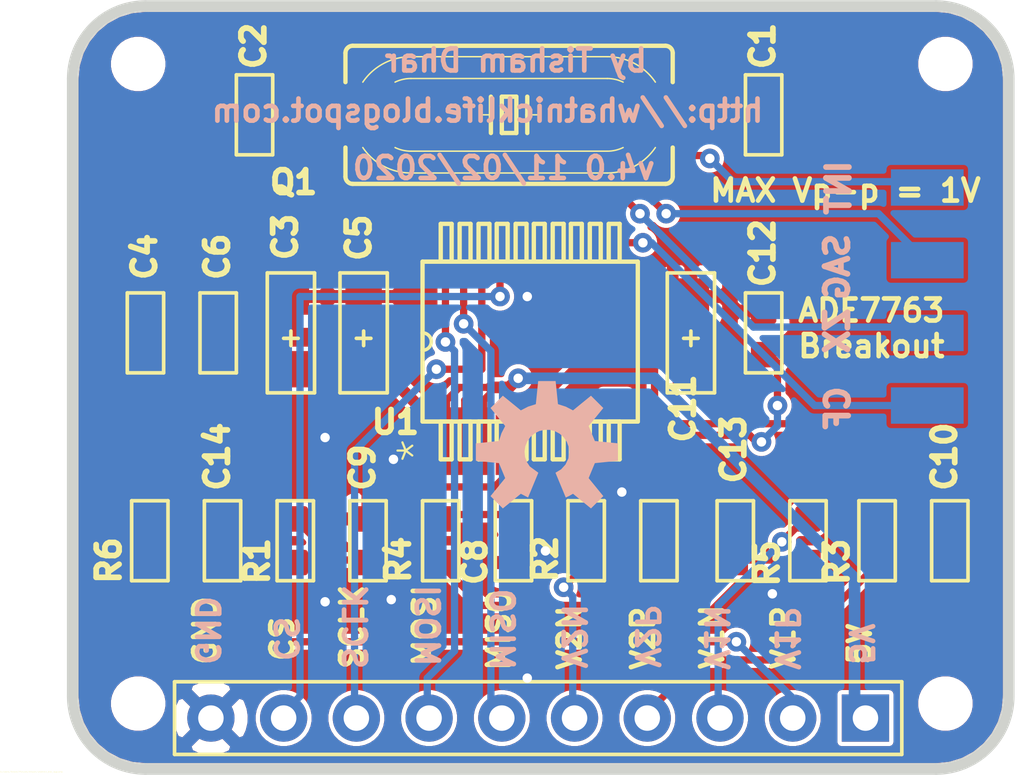
<source format=kicad_pcb>
(kicad_pcb (version 20171130) (host pcbnew "(5.1.5)-3")

  (general
    (thickness 1.6)
    (drawings 34)
    (tracks 238)
    (zones 0)
    (modules 32)
    (nets 24)
  )

  (page A4)
  (layers
    (0 Top signal)
    (31 Bottom signal)
    (32 B.Adhes user)
    (33 F.Adhes user)
    (34 B.Paste user)
    (35 F.Paste user)
    (36 B.SilkS user)
    (37 F.SilkS user)
    (38 B.Mask user)
    (39 F.Mask user)
    (40 Dwgs.User user)
    (41 Cmts.User user)
    (42 Eco1.User user)
    (43 Eco2.User user)
    (44 Edge.Cuts user)
    (45 Margin user)
    (46 B.CrtYd user)
    (47 F.CrtYd user)
    (48 B.Fab user hide)
    (49 F.Fab user hide)
  )

  (setup
    (last_trace_width 0.25)
    (trace_clearance 0.1524)
    (zone_clearance 0.508)
    (zone_45_only no)
    (trace_min 0.2)
    (via_size 0.8)
    (via_drill 0.4)
    (via_min_size 0.4)
    (via_min_drill 0.3)
    (uvia_size 0.3)
    (uvia_drill 0.1)
    (uvias_allowed no)
    (uvia_min_size 0.2)
    (uvia_min_drill 0.1)
    (edge_width 0.05)
    (segment_width 0.2)
    (pcb_text_width 0.3)
    (pcb_text_size 1.5 1.5)
    (mod_edge_width 0.12)
    (mod_text_size 1 1)
    (mod_text_width 0.15)
    (pad_size 1.524 1.524)
    (pad_drill 0.762)
    (pad_to_mask_clearance 0.051)
    (solder_mask_min_width 0.25)
    (aux_axis_origin 0 0)
    (visible_elements 7FFFFFFF)
    (pcbplotparams
      (layerselection 0x010fc_ffffffff)
      (usegerberextensions false)
      (usegerberattributes false)
      (usegerberadvancedattributes false)
      (creategerberjobfile false)
      (excludeedgelayer true)
      (linewidth 0.100000)
      (plotframeref false)
      (viasonmask false)
      (mode 1)
      (useauxorigin false)
      (hpglpennumber 1)
      (hpglpenspeed 20)
      (hpglpendiameter 15.000000)
      (psnegative false)
      (psa4output false)
      (plotreference true)
      (plotvalue true)
      (plotinvisibletext false)
      (padsonsilk false)
      (subtractmaskfromsilk false)
      (outputformat 1)
      (mirror false)
      (drillshape 1)
      (scaleselection 1)
      (outputdirectory ""))
  )

  (net 0 "")
  (net 1 N$4)
  (net 2 N$5)
  (net 3 N$6)
  (net 4 N$7)
  (net 5 N$9)
  (net 6 CLKOUT)
  (net 7 CLKIN)
  (net 8 AGND)
  (net 9 5V)
  (net 10 N$1)
  (net 11 N$2)
  (net 12 V2N)
  (net 13 V2P)
  (net 14 MOSI)
  (net 15 CS)
  (net 16 SCLK)
  (net 17 MISO)
  (net 18 V1P)
  (net 19 V1N)
  (net 20 N$3)
  (net 21 N$8)
  (net 22 N$10)
  (net 23 N$11)

  (net_class Default "This is the default net class."
    (clearance 0.1524)
    (trace_width 0.25)
    (via_dia 0.8)
    (via_drill 0.4)
    (uvia_dia 0.3)
    (uvia_drill 0.1)
    (add_net 5V)
    (add_net AGND)
    (add_net CLKIN)
    (add_net CLKOUT)
    (add_net CS)
    (add_net MISO)
    (add_net MOSI)
    (add_net N$1)
    (add_net N$10)
    (add_net N$11)
    (add_net N$2)
    (add_net N$3)
    (add_net N$4)
    (add_net N$5)
    (add_net N$6)
    (add_net N$7)
    (add_net N$8)
    (add_net N$9)
    (add_net SCLK)
    (add_net V1N)
    (add_net V1P)
    (add_net V2N)
    (add_net V2P)
  )

  (module "" (layer Top) (tedit 0) (tstamp 0)
    (at 134.4421 93.6956)
    (fp_text reference @HOLE0 (at 0 0) (layer F.SilkS) hide
      (effects (font (size 0.8 0.8) (thickness 0.2)))
    )
    (fp_text value "" (at 0 0) (layer F.SilkS)
      (effects (font (size 1.27 1.27) (thickness 0.15)))
    )
    (pad "" np_thru_hole circle (at 0 0) (size 1.6 1.6) (drill 1.6) (layers *.Cu *.Mask))
  )

  (module "" (layer Top) (tedit 0) (tstamp 0)
    (at 162.6361 93.6956)
    (fp_text reference @HOLE1 (at 0 0) (layer F.SilkS) hide
      (effects (font (size 0.8 0.8) (thickness 0.2)))
    )
    (fp_text value "" (at 0 0) (layer F.SilkS)
      (effects (font (size 1.27 1.27) (thickness 0.15)))
    )
    (pad "" np_thru_hole circle (at 0 0) (size 1.6 1.6) (drill 1.6) (layers *.Cu *.Mask))
  )

  (module "" (layer Top) (tedit 0) (tstamp 0)
    (at 134.4421 116.0476)
    (fp_text reference @HOLE2 (at 0 0) (layer F.SilkS) hide
      (effects (font (size 0.8 0.8) (thickness 0.2)))
    )
    (fp_text value "" (at 0 0) (layer F.SilkS)
      (effects (font (size 1.27 1.27) (thickness 0.15)))
    )
    (pad "" np_thru_hole circle (at 0 0) (size 1.6 1.6) (drill 1.6) (layers *.Cu *.Mask))
  )

  (module "" (layer Top) (tedit 0) (tstamp 0)
    (at 162.6361 116.0476)
    (fp_text reference @HOLE3 (at 0 0) (layer F.SilkS) hide
      (effects (font (size 0.8 0.8) (thickness 0.2)))
    )
    (fp_text value "" (at 0 0) (layer F.SilkS)
      (effects (font (size 1.27 1.27) (thickness 0.15)))
    )
    (pad "" np_thru_hole circle (at 0 0) (size 1.6 1.6) (drill 1.6) (layers *.Cu *.Mask))
  )

  (module C0603 (layer Top) (tedit 0) (tstamp 5E3BEE40)
    (at 156.2861 95.4736 270)
    (descr <b>0603<b><p>)
    (fp_text reference C1 (at -1.4936 -0.4319 90) (layer F.SilkS)
      (effects (font (size 0.8 0.8) (thickness 0.2)) (justify left bottom))
    )
    (fp_text value 27p (at -1.27 0.1905 90) (layer F.Fab)
      (effects (font (size 0.36195 0.36195) (thickness 0.043434)) (justify left bottom))
    )
    (fp_poly (pts (xy -1.27 0.508) (xy 1.27 0.508) (xy 1.27 -0.508) (xy -1.27 -0.508)) (layer Dwgs.User) (width 0))
    (fp_line (start -1.397 0.635) (end -1.397 -0.635) (layer F.SilkS) (width 0.127))
    (fp_line (start 1.397 0.635) (end -1.397 0.635) (layer F.SilkS) (width 0.127))
    (fp_line (start 1.397 -0.635) (end 1.397 0.635) (layer F.SilkS) (width 0.127))
    (fp_line (start -1.397 -0.635) (end 1.397 -0.635) (layer F.SilkS) (width 0.127))
    (pad 2 smd roundrect (at 0.762 0 270) (size 0.889 0.889) (layers Top F.Paste F.Mask) (roundrect_rratio 0.125)
      (net 8 AGND) (solder_mask_margin 0.0762))
    (pad 1 smd roundrect (at -0.762 0 270) (size 0.889 0.889) (layers Top F.Paste F.Mask) (roundrect_rratio 0.125)
      (net 7 CLKIN) (solder_mask_margin 0.0762))
  )

  (module C0603 (layer Top) (tedit 0) (tstamp 5E3BEE4A)
    (at 162.7885 110.358 270)
    (descr <b>0603<b><p>)
    (fp_text reference C10 (at -1.646 -0.2795 90) (layer F.SilkS)
      (effects (font (size 0.8 0.8) (thickness 0.2)) (justify left bottom))
    )
    (fp_text value 33n (at -1.27 0.1905 90) (layer F.Fab)
      (effects (font (size 0.36195 0.36195) (thickness 0.043434)) (justify left bottom))
    )
    (fp_poly (pts (xy -1.27 0.508) (xy 1.27 0.508) (xy 1.27 -0.508) (xy -1.27 -0.508)) (layer Dwgs.User) (width 0))
    (fp_line (start -1.397 0.635) (end -1.397 -0.635) (layer F.SilkS) (width 0.127))
    (fp_line (start 1.397 0.635) (end -1.397 0.635) (layer F.SilkS) (width 0.127))
    (fp_line (start 1.397 -0.635) (end 1.397 0.635) (layer F.SilkS) (width 0.127))
    (fp_line (start -1.397 -0.635) (end 1.397 -0.635) (layer F.SilkS) (width 0.127))
    (pad 2 smd roundrect (at 0.762 0 270) (size 0.889 0.889) (layers Top F.Paste F.Mask) (roundrect_rratio 0.125)
      (net 3 N$6) (solder_mask_margin 0.0762))
    (pad 1 smd roundrect (at -0.762 0 270) (size 0.889 0.889) (layers Top F.Paste F.Mask) (roundrect_rratio 0.125)
      (net 8 AGND) (solder_mask_margin 0.0762))
  )

  (module AVX-A (layer Top) (tedit 0) (tstamp 5E3BEE54)
    (at 153.7461 103.0936 90)
    (fp_text reference C11 (at -3.9368 0.1934 90) (layer F.SilkS)
      (effects (font (size 0.8 0.8) (thickness 0.2)) (justify left bottom))
    )
    (fp_text value 10u (at -2.362 2 90) (layer F.Fab)
      (effects (font (size 0.9652 0.9652) (thickness 0.077216)) (justify left bottom))
    )
    (fp_poly (pts (xy -2.159 0.889) (xy 2.159 0.889) (xy 2.159 -0.889) (xy -2.159 -0.889)) (layer Dwgs.User) (width 0))
    (fp_line (start -0.1905 0.254) (end -0.1905 -0.254) (layer F.SilkS) (width 0.127))
    (fp_line (start -0.4445 0) (end 0.0635 0) (layer F.SilkS) (width 0.127))
    (fp_line (start -2.0955 0.8255) (end -2.0955 -0.8255) (layer F.SilkS) (width 0.127))
    (fp_line (start 2.0955 0.8255) (end -2.0955 0.8255) (layer F.SilkS) (width 0.127))
    (fp_line (start 2.0955 -0.8255) (end 2.0955 0.8255) (layer F.SilkS) (width 0.127))
    (fp_line (start -2.0955 -0.8255) (end 2.0955 -0.8255) (layer F.SilkS) (width 0.127))
    (pad - smd rect (at 1.27 0 270) (size 1.27 1.27) (layers Top F.Paste F.Mask)
      (net 8 AGND) (solder_mask_margin 0.0762))
    (pad + smd rect (at -1.27 0 90) (size 1.27 1.27) (layers Top F.Paste F.Mask)
      (net 5 N$9) (solder_mask_margin 0.0762))
  )

  (module C0603 (layer Top) (tedit 0) (tstamp 5E3BEE60)
    (at 156.2861 103.0936 270)
    (descr <b>0603<b><p>)
    (fp_text reference C12 (at -1.4936 -0.4319 90) (layer F.SilkS)
      (effects (font (size 0.8 0.8) (thickness 0.2)) (justify left bottom))
    )
    (fp_text value 100n (at -1.27 0.1905 90) (layer F.Fab)
      (effects (font (size 0.36195 0.36195) (thickness 0.043434)) (justify left bottom))
    )
    (fp_poly (pts (xy -1.27 0.508) (xy 1.27 0.508) (xy 1.27 -0.508) (xy -1.27 -0.508)) (layer Dwgs.User) (width 0))
    (fp_line (start -1.397 0.635) (end -1.397 -0.635) (layer F.SilkS) (width 0.127))
    (fp_line (start 1.397 0.635) (end -1.397 0.635) (layer F.SilkS) (width 0.127))
    (fp_line (start 1.397 -0.635) (end 1.397 0.635) (layer F.SilkS) (width 0.127))
    (fp_line (start -1.397 -0.635) (end 1.397 -0.635) (layer F.SilkS) (width 0.127))
    (pad 2 smd roundrect (at 0.762 0 270) (size 0.889 0.889) (layers Top F.Paste F.Mask) (roundrect_rratio 0.125)
      (net 5 N$9) (solder_mask_margin 0.0762))
    (pad 1 smd roundrect (at -0.762 0 270) (size 0.889 0.889) (layers Top F.Paste F.Mask) (roundrect_rratio 0.125)
      (net 8 AGND) (solder_mask_margin 0.0762))
  )

  (module C0603 (layer Top) (tedit 0) (tstamp 5E3BEE6A)
    (at 138.5061 95.4736 90)
    (descr <b>0603<b><p>)
    (fp_text reference C2 (at 1.4936 0.4319 90) (layer F.SilkS)
      (effects (font (size 0.8 0.8) (thickness 0.2)) (justify left bottom))
    )
    (fp_text value 27p (at -1.27 0.1905 90) (layer F.Fab)
      (effects (font (size 0.36195 0.36195) (thickness 0.043434)) (justify left bottom))
    )
    (fp_poly (pts (xy -1.27 0.508) (xy 1.27 0.508) (xy 1.27 -0.508) (xy -1.27 -0.508)) (layer Dwgs.User) (width 0))
    (fp_line (start -1.397 0.635) (end -1.397 -0.635) (layer F.SilkS) (width 0.127))
    (fp_line (start 1.397 0.635) (end -1.397 0.635) (layer F.SilkS) (width 0.127))
    (fp_line (start 1.397 -0.635) (end 1.397 0.635) (layer F.SilkS) (width 0.127))
    (fp_line (start -1.397 -0.635) (end 1.397 -0.635) (layer F.SilkS) (width 0.127))
    (pad 2 smd roundrect (at 0.762 0 90) (size 0.889 0.889) (layers Top F.Paste F.Mask) (roundrect_rratio 0.125)
      (net 8 AGND) (solder_mask_margin 0.0762))
    (pad 1 smd roundrect (at -0.762 0 90) (size 0.889 0.889) (layers Top F.Paste F.Mask) (roundrect_rratio 0.125)
      (net 6 CLKOUT) (solder_mask_margin 0.0762))
  )

  (module AVX-A (layer Top) (tedit 0) (tstamp 5E3BEE74)
    (at 139.7761 103.0936 90)
    (fp_text reference C3 (at 2.4386 0.2696 90) (layer F.SilkS)
      (effects (font (size 0.8 0.8) (thickness 0.2)) (justify left bottom))
    )
    (fp_text value 10u (at -2.362 2 90) (layer F.Fab)
      (effects (font (size 0.9652 0.9652) (thickness 0.077216)) (justify left bottom))
    )
    (fp_poly (pts (xy -2.159 0.889) (xy 2.159 0.889) (xy 2.159 -0.889) (xy -2.159 -0.889)) (layer Dwgs.User) (width 0))
    (fp_line (start -0.1905 0.254) (end -0.1905 -0.254) (layer F.SilkS) (width 0.127))
    (fp_line (start -0.4445 0) (end 0.0635 0) (layer F.SilkS) (width 0.127))
    (fp_line (start -2.0955 0.8255) (end -2.0955 -0.8255) (layer F.SilkS) (width 0.127))
    (fp_line (start 2.0955 0.8255) (end -2.0955 0.8255) (layer F.SilkS) (width 0.127))
    (fp_line (start 2.0955 -0.8255) (end 2.0955 0.8255) (layer F.SilkS) (width 0.127))
    (fp_line (start -2.0955 -0.8255) (end 2.0955 -0.8255) (layer F.SilkS) (width 0.127))
    (pad - smd rect (at 1.27 0 270) (size 1.27 1.27) (layers Top F.Paste F.Mask)
      (net 8 AGND) (solder_mask_margin 0.0762))
    (pad + smd rect (at -1.27 0 90) (size 1.27 1.27) (layers Top F.Paste F.Mask)
      (net 9 5V) (solder_mask_margin 0.0762))
  )

  (module C0603 (layer Top) (tedit 0) (tstamp 5E3BEE80)
    (at 134.6961 103.0936 270)
    (descr <b>0603<b><p>)
    (fp_text reference C4 (at -1.7476 -0.4319 90) (layer F.SilkS)
      (effects (font (size 0.8 0.8) (thickness 0.2)) (justify left bottom))
    )
    (fp_text value 100n (at -1.27 0.1905 90) (layer F.Fab)
      (effects (font (size 0.36195 0.36195) (thickness 0.043434)) (justify left bottom))
    )
    (fp_poly (pts (xy -1.27 0.508) (xy 1.27 0.508) (xy 1.27 -0.508) (xy -1.27 -0.508)) (layer Dwgs.User) (width 0))
    (fp_line (start -1.397 0.635) (end -1.397 -0.635) (layer F.SilkS) (width 0.127))
    (fp_line (start 1.397 0.635) (end -1.397 0.635) (layer F.SilkS) (width 0.127))
    (fp_line (start 1.397 -0.635) (end 1.397 0.635) (layer F.SilkS) (width 0.127))
    (fp_line (start -1.397 -0.635) (end 1.397 -0.635) (layer F.SilkS) (width 0.127))
    (pad 2 smd roundrect (at 0.762 0 270) (size 0.889 0.889) (layers Top F.Paste F.Mask) (roundrect_rratio 0.125)
      (net 9 5V) (solder_mask_margin 0.0762))
    (pad 1 smd roundrect (at -0.762 0 270) (size 0.889 0.889) (layers Top F.Paste F.Mask) (roundrect_rratio 0.125)
      (net 8 AGND) (solder_mask_margin 0.0762))
  )

  (module AVX-A (layer Top) (tedit 0) (tstamp 5E3BEE8A)
    (at 142.3161 103.0936 90)
    (fp_text reference C5 (at 2.4132 0.295 90) (layer F.SilkS)
      (effects (font (size 0.8 0.8) (thickness 0.2)) (justify left bottom))
    )
    (fp_text value 10u (at -2.362 2 90) (layer F.Fab)
      (effects (font (size 0.9652 0.9652) (thickness 0.077216)) (justify left bottom))
    )
    (fp_poly (pts (xy -2.159 0.889) (xy 2.159 0.889) (xy 2.159 -0.889) (xy -2.159 -0.889)) (layer Dwgs.User) (width 0))
    (fp_line (start -0.1905 0.254) (end -0.1905 -0.254) (layer F.SilkS) (width 0.127))
    (fp_line (start -0.4445 0) (end 0.0635 0) (layer F.SilkS) (width 0.127))
    (fp_line (start -2.0955 0.8255) (end -2.0955 -0.8255) (layer F.SilkS) (width 0.127))
    (fp_line (start 2.0955 0.8255) (end -2.0955 0.8255) (layer F.SilkS) (width 0.127))
    (fp_line (start 2.0955 -0.8255) (end 2.0955 0.8255) (layer F.SilkS) (width 0.127))
    (fp_line (start -2.0955 -0.8255) (end 2.0955 -0.8255) (layer F.SilkS) (width 0.127))
    (pad - smd rect (at 1.27 0 270) (size 1.27 1.27) (layers Top F.Paste F.Mask)
      (net 8 AGND) (solder_mask_margin 0.0762))
    (pad + smd rect (at -1.27 0 90) (size 1.27 1.27) (layers Top F.Paste F.Mask)
      (net 9 5V) (solder_mask_margin 0.0762))
  )

  (module C0603 (layer Top) (tedit 0) (tstamp 5E3BEE96)
    (at 137.2361 103.0936 270)
    (descr <b>0603<b><p>)
    (fp_text reference C6 (at -1.7476 -0.4319 90) (layer F.SilkS)
      (effects (font (size 0.8 0.8) (thickness 0.2)) (justify left bottom))
    )
    (fp_text value 100n (at -1.27 0.1905 90) (layer F.Fab)
      (effects (font (size 0.36195 0.36195) (thickness 0.043434)) (justify left bottom))
    )
    (fp_poly (pts (xy -1.27 0.508) (xy 1.27 0.508) (xy 1.27 -0.508) (xy -1.27 -0.508)) (layer Dwgs.User) (width 0))
    (fp_line (start -1.397 0.635) (end -1.397 -0.635) (layer F.SilkS) (width 0.127))
    (fp_line (start 1.397 0.635) (end -1.397 0.635) (layer F.SilkS) (width 0.127))
    (fp_line (start 1.397 -0.635) (end 1.397 0.635) (layer F.SilkS) (width 0.127))
    (fp_line (start -1.397 -0.635) (end 1.397 -0.635) (layer F.SilkS) (width 0.127))
    (pad 2 smd roundrect (at 0.762 0 270) (size 0.889 0.889) (layers Top F.Paste F.Mask) (roundrect_rratio 0.125)
      (net 9 5V) (solder_mask_margin 0.0762))
    (pad 1 smd roundrect (at -0.762 0 270) (size 0.889 0.889) (layers Top F.Paste F.Mask) (roundrect_rratio 0.125)
      (net 8 AGND) (solder_mask_margin 0.0762))
  )

  (module C0603 (layer Top) (tedit 0) (tstamp 5E3BEEA0)
    (at 152.6285 110.358 90)
    (descr <b>0603<b><p>)
    (fp_text reference C7 (at -1.27 0.254 90) (layer F.Mask)
      (effects (font (size 0.8 0.8) (thickness 0.2)) (justify left bottom))
    )
    (fp_text value 33n (at -1.27 0.1905 90) (layer F.Fab)
      (effects (font (size 0.36195 0.36195) (thickness 0.043434)) (justify left bottom))
    )
    (fp_poly (pts (xy -1.27 0.508) (xy 1.27 0.508) (xy 1.27 -0.508) (xy -1.27 -0.508)) (layer Dwgs.User) (width 0))
    (fp_line (start -1.397 0.635) (end -1.397 -0.635) (layer F.SilkS) (width 0.127))
    (fp_line (start 1.397 0.635) (end -1.397 0.635) (layer F.SilkS) (width 0.127))
    (fp_line (start 1.397 -0.635) (end 1.397 0.635) (layer F.SilkS) (width 0.127))
    (fp_line (start -1.397 -0.635) (end 1.397 -0.635) (layer F.SilkS) (width 0.127))
    (pad 2 smd roundrect (at 0.762 0 90) (size 0.889 0.889) (layers Top F.Paste F.Mask) (roundrect_rratio 0.125)
      (net 1 N$4) (solder_mask_margin 0.0762))
    (pad 1 smd roundrect (at -0.762 0 90) (size 0.889 0.889) (layers Top F.Paste F.Mask) (roundrect_rratio 0.125)
      (net 8 AGND) (solder_mask_margin 0.0762))
  )

  (module C0603 (layer Top) (tedit 0) (tstamp 5E3BEEAA)
    (at 147.5485 110.358 90)
    (descr <b>0603<b><p>)
    (fp_text reference C8 (at -1.651 -0.889 90) (layer F.SilkS)
      (effects (font (size 0.8 0.8) (thickness 0.2)) (justify left bottom))
    )
    (fp_text value 33n (at -1.27 0.1905 90) (layer F.Fab)
      (effects (font (size 0.36195 0.36195) (thickness 0.043434)) (justify left bottom))
    )
    (fp_poly (pts (xy -1.27 0.508) (xy 1.27 0.508) (xy 1.27 -0.508) (xy -1.27 -0.508)) (layer Dwgs.User) (width 0))
    (fp_line (start -1.397 0.635) (end -1.397 -0.635) (layer F.SilkS) (width 0.127))
    (fp_line (start 1.397 0.635) (end -1.397 0.635) (layer F.SilkS) (width 0.127))
    (fp_line (start 1.397 -0.635) (end 1.397 0.635) (layer F.SilkS) (width 0.127))
    (fp_line (start -1.397 -0.635) (end 1.397 -0.635) (layer F.SilkS) (width 0.127))
    (pad 2 smd roundrect (at 0.762 0 90) (size 0.889 0.889) (layers Top F.Paste F.Mask) (roundrect_rratio 0.125)
      (net 2 N$5) (solder_mask_margin 0.0762))
    (pad 1 smd roundrect (at -0.762 0 90) (size 0.889 0.889) (layers Top F.Paste F.Mask) (roundrect_rratio 0.125)
      (net 8 AGND) (solder_mask_margin 0.0762))
  )

  (module C0603 (layer Top) (tedit 0) (tstamp 5E3BEEB4)
    (at 142.4685 110.358 270)
    (descr <b>0603<b><p>)
    (fp_text reference C9 (at -1.646 -0.2795 90) (layer F.SilkS)
      (effects (font (size 0.8 0.8) (thickness 0.2)) (justify left bottom))
    )
    (fp_text value 33n (at -1.27 0.1905 90) (layer F.Fab)
      (effects (font (size 0.36195 0.36195) (thickness 0.043434)) (justify left bottom))
    )
    (fp_poly (pts (xy -1.27 0.508) (xy 1.27 0.508) (xy 1.27 -0.508) (xy -1.27 -0.508)) (layer Dwgs.User) (width 0))
    (fp_line (start -1.397 0.635) (end -1.397 -0.635) (layer F.SilkS) (width 0.127))
    (fp_line (start 1.397 0.635) (end -1.397 0.635) (layer F.SilkS) (width 0.127))
    (fp_line (start 1.397 -0.635) (end 1.397 0.635) (layer F.SilkS) (width 0.127))
    (fp_line (start -1.397 -0.635) (end 1.397 -0.635) (layer F.SilkS) (width 0.127))
    (pad 2 smd roundrect (at 0.762 0 270) (size 0.889 0.889) (layers Top F.Paste F.Mask) (roundrect_rratio 0.125)
      (net 4 N$7) (solder_mask_margin 0.0762))
    (pad 1 smd roundrect (at -0.762 0 270) (size 0.889 0.889) (layers Top F.Paste F.Mask) (roundrect_rratio 0.125)
      (net 8 AGND) (solder_mask_margin 0.0762))
  )

  (module HC49UP (layer Top) (tedit 0) (tstamp 5E3BEEBE)
    (at 147.3961 95.4736 180)
    (descr <b>CRYSTAL</b>)
    (fp_text reference Q1 (at 8.4581 -2.8244) (layer F.SilkS)
      (effects (font (size 0.8 0.8) (thickness 0.2)) (justify left bottom))
    )
    (fp_text value 3.58MHz (at -5.715 4.191) (layer F.Fab)
      (effects (font (size 1.2065 1.2065) (thickness 0.12065)) (justify left bottom))
    )
    (fp_poly (pts (xy -6.604 3.048) (xy 6.604 3.048) (xy 6.604 -3.048) (xy -6.604 -3.048)) (layer Dwgs.User) (width 0))
    (fp_line (start 0.635 0) (end 1.016 0) (layer F.SilkS) (width 0.0508))
    (fp_line (start 0.635 0) (end 0.635 0.635) (layer F.SilkS) (width 0.1524))
    (fp_line (start 0.635 -0.635) (end 0.635 0) (layer F.SilkS) (width 0.1524))
    (fp_line (start -0.635 0) (end -1.016 0) (layer F.SilkS) (width 0.0508))
    (fp_line (start -0.635 0) (end -0.635 0.635) (layer F.SilkS) (width 0.1524))
    (fp_line (start -0.635 -0.635) (end -0.635 0) (layer F.SilkS) (width 0.1524))
    (fp_line (start 0.254 -0.635) (end -0.254 -0.635) (layer F.SilkS) (width 0.1524))
    (fp_line (start 0.254 0.635) (end 0.254 -0.635) (layer F.SilkS) (width 0.1524))
    (fp_line (start -0.254 0.635) (end 0.254 0.635) (layer F.SilkS) (width 0.1524))
    (fp_line (start -0.254 -0.635) (end -0.254 0.635) (layer F.SilkS) (width 0.1524))
    (fp_arc (start -5.461 -2.159) (end -5.715 -2.159) (angle 90) (layer F.SilkS) (width 0.1524))
    (fp_arc (start 5.461 -2.159) (end 5.461 -2.413) (angle 90) (layer F.SilkS) (width 0.1524))
    (fp_line (start 5.461 -2.413) (end -5.461 -2.413) (layer F.SilkS) (width 0.1524))
    (fp_line (start -3.429 -2.032) (end 3.429 -2.032) (layer F.SilkS) (width 0.0508))
    (fp_line (start -5.715 -0.381) (end -6.477 -0.381) (layer F.Fab) (width 0.1524))
    (fp_line (start -5.715 0.381) (end -6.477 0.381) (layer F.Fab) (width 0.1524))
    (fp_arc (start -5.461 2.159) (end -5.715 2.159) (angle -90) (layer F.SilkS) (width 0.1524))
    (fp_line (start -5.715 2.159) (end -5.715 1.143) (layer F.SilkS) (width 0.1524))
    (fp_line (start -5.715 -0.381) (end -5.715 -1.143) (layer F.Fab) (width 0.1524))
    (fp_line (start -5.715 0.381) (end -5.715 -0.381) (layer F.Fab) (width 0.1524))
    (fp_line (start -5.715 1.143) (end -5.715 0.381) (layer F.Fab) (width 0.1524))
    (fp_arc (start -3.429 0) (end -5.1091 1.143) (angle 68.456213) (layer F.Fab) (width 0.0508))
    (fp_line (start -6.477 0.381) (end -6.477 -0.381) (layer F.Fab) (width 0.1524))
    (fp_arc (start -3.429019 0) (end -3.9826 -1.143) (angle 25.842828) (layer F.SilkS) (width 0.0508))
    (fp_arc (start -3.429019 0) (end -3.9826 1.143) (angle -25.842828) (layer F.SilkS) (width 0.0508))
    (fp_arc (start -3.429 0) (end -3.9826 1.143) (angle 128.314524) (layer F.Fab) (width 0.0508))
    (fp_arc (start -3.429047 0) (end -5.1091 1.143) (angle -55.772485) (layer F.SilkS) (width 0.0508))
    (fp_arc (start 3.429 0) (end 5.1091 1.143) (angle -68.456213) (layer F.Fab) (width 0.0508))
    (fp_arc (start 3.429 0) (end 3.9826 1.143) (angle -128.314524) (layer F.Fab) (width 0.0508))
    (fp_arc (start 3.428879 0) (end 3.429 2.032) (angle -55.771157) (layer F.SilkS) (width 0.0508))
    (fp_arc (start 3.429019 0) (end 3.429 -1.27) (angle 25.842828) (layer F.SilkS) (width 0.0508))
    (fp_arc (start 3.429019 0) (end 3.429 1.27) (angle -25.842828) (layer F.SilkS) (width 0.0508))
    (fp_line (start 5.715 2.159) (end 5.715 1.143) (layer F.SilkS) (width 0.1524))
    (fp_line (start 5.715 1.143) (end 5.715 -1.143) (layer F.Fab) (width 0.1524))
    (fp_arc (start 5.461 2.159) (end 5.461 2.413) (angle -90) (layer F.SilkS) (width 0.1524))
    (fp_line (start 6.477 0.381) (end 6.477 -0.381) (layer F.Fab) (width 0.1524))
    (fp_line (start 5.715 -0.381) (end 6.477 -0.381) (layer F.Fab) (width 0.1524))
    (fp_line (start 5.715 0.381) (end 6.477 0.381) (layer F.Fab) (width 0.1524))
    (fp_line (start 5.461 2.413) (end -5.461 2.413) (layer F.SilkS) (width 0.1524))
    (fp_line (start -3.429 -1.27) (end 3.429 -1.27) (layer F.SilkS) (width 0.0508))
    (fp_line (start 3.429 2.032) (end -3.429 2.032) (layer F.SilkS) (width 0.0508))
    (fp_line (start 3.429 1.27) (end -3.429 1.27) (layer F.SilkS) (width 0.0508))
    (fp_line (start 5.715 -1.143) (end 5.715 -2.159) (layer F.SilkS) (width 0.1524))
    (fp_arc (start 3.429047 0) (end 3.429 -2.032) (angle 55.772485) (layer F.SilkS) (width 0.0508))
    (fp_line (start -5.715 -1.143) (end -5.715 -2.159) (layer F.SilkS) (width 0.1524))
    (fp_arc (start -3.428926 0) (end -5.1091 -1.143) (angle 55.770993) (layer F.SilkS) (width 0.0508))
    (pad 2 smd rect (at 4.826 0 180) (size 5.334 1.9304) (layers Top F.Paste F.Mask)
      (net 6 CLKOUT) (solder_mask_margin 0.0762))
    (pad 1 smd rect (at -4.826 0 180) (size 5.334 1.9304) (layers Top F.Paste F.Mask)
      (net 7 CLKIN) (solder_mask_margin 0.0762))
  )

  (module RS_20-M (layer Top) (tedit 0) (tstamp 5E3BEEF2)
    (at 148.1327 103.3984 90)
    (fp_text reference U1 (at -3.2816 -5.6387) (layer F.SilkS)
      (effects (font (size 0.8 0.8) (thickness 0.2)) (justify left bottom))
    )
    (fp_text value ADE7763ARSZSSOP20 (at 14.2444 -14.7827 180) (layer F.Fab)
      (effects (font (size 1.97866 1.97866) (thickness 0.197866)) (justify left bottom))
    )
    (fp_text user * (at -4.318 -3.2766 90) (layer F.SilkS)
      (effects (font (size 1.2065 1.2065) (thickness 0.0762)) (justify left bottom))
    )
    (fp_arc (start 0 -3.7592) (end 0.3048 -3.7592) (angle 180) (layer F.SilkS) (width 0.12))
    (fp_line (start -2.794 -3.7592) (end -2.794 3.7592) (layer F.SilkS) (width 0.1524))
    (fp_line (start -0.3048 -3.7592) (end -2.794 -3.7592) (layer F.SilkS) (width 0.1524))
    (fp_line (start 0.3048 -3.7592) (end -0.3048 -3.7592) (layer F.SilkS) (width 0.1524))
    (fp_line (start 2.794 -3.7592) (end 0.3048 -3.7592) (layer F.SilkS) (width 0.1524))
    (fp_line (start 2.794 3.7592) (end 2.794 -3.7592) (layer F.SilkS) (width 0.1524))
    (fp_line (start -2.794 3.7592) (end 2.794 3.7592) (layer F.SilkS) (width 0.1524))
    (fp_line (start 4.1148 -3.1242) (end 2.794 -3.1242) (layer F.SilkS) (width 0.1524))
    (fp_line (start 4.1148 -2.7432) (end 4.1148 -3.1242) (layer F.SilkS) (width 0.1524))
    (fp_line (start 2.794 -2.7432) (end 4.1148 -2.7432) (layer F.SilkS) (width 0.1524))
    (fp_line (start 2.794 -3.1242) (end 2.794 -2.7432) (layer F.SilkS) (width 0.1524))
    (fp_line (start 4.1148 -2.4638) (end 2.794 -2.4638) (layer F.SilkS) (width 0.1524))
    (fp_line (start 4.1148 -2.0828) (end 4.1148 -2.4638) (layer F.SilkS) (width 0.1524))
    (fp_line (start 2.794 -2.0828) (end 4.1148 -2.0828) (layer F.SilkS) (width 0.1524))
    (fp_line (start 2.794 -2.4638) (end 2.794 -2.0828) (layer F.SilkS) (width 0.1524))
    (fp_line (start 4.1148 -1.8034) (end 2.794 -1.8034) (layer F.SilkS) (width 0.1524))
    (fp_line (start 4.1148 -1.4224) (end 4.1148 -1.8034) (layer F.SilkS) (width 0.1524))
    (fp_line (start 2.794 -1.4224) (end 4.1148 -1.4224) (layer F.SilkS) (width 0.1524))
    (fp_line (start 2.794 -1.8034) (end 2.794 -1.4224) (layer F.SilkS) (width 0.1524))
    (fp_line (start 4.1148 -1.1684) (end 2.794 -1.1684) (layer F.SilkS) (width 0.1524))
    (fp_line (start 4.1148 -0.7874) (end 4.1148 -1.1684) (layer F.SilkS) (width 0.1524))
    (fp_line (start 2.794 -0.7874) (end 4.1148 -0.7874) (layer F.SilkS) (width 0.1524))
    (fp_line (start 2.794 -1.1684) (end 2.794 -0.7874) (layer F.SilkS) (width 0.1524))
    (fp_line (start 4.1148 -0.508) (end 2.794 -0.508) (layer F.SilkS) (width 0.1524))
    (fp_line (start 4.1148 -0.127) (end 4.1148 -0.508) (layer F.SilkS) (width 0.1524))
    (fp_line (start 2.794 -0.127) (end 4.1148 -0.127) (layer F.SilkS) (width 0.1524))
    (fp_line (start 2.794 -0.508) (end 2.794 -0.127) (layer F.SilkS) (width 0.1524))
    (fp_line (start 4.1148 0.127) (end 2.794 0.127) (layer F.SilkS) (width 0.1524))
    (fp_line (start 4.1148 0.508) (end 4.1148 0.127) (layer F.SilkS) (width 0.1524))
    (fp_line (start 2.794 0.508) (end 4.1148 0.508) (layer F.SilkS) (width 0.1524))
    (fp_line (start 2.794 0.127) (end 2.794 0.508) (layer F.SilkS) (width 0.1524))
    (fp_line (start 4.1148 0.7874) (end 2.794 0.7874) (layer F.SilkS) (width 0.1524))
    (fp_line (start 4.1148 1.1684) (end 4.1148 0.7874) (layer F.SilkS) (width 0.1524))
    (fp_line (start 2.794 1.1684) (end 4.1148 1.1684) (layer F.SilkS) (width 0.1524))
    (fp_line (start 2.794 0.7874) (end 2.794 1.1684) (layer F.SilkS) (width 0.1524))
    (fp_line (start 4.1148 1.4224) (end 2.794 1.4224) (layer F.SilkS) (width 0.1524))
    (fp_line (start 4.1148 1.8034) (end 4.1148 1.4224) (layer F.SilkS) (width 0.1524))
    (fp_line (start 2.794 1.8034) (end 4.1148 1.8034) (layer F.SilkS) (width 0.1524))
    (fp_line (start 2.794 1.4224) (end 2.794 1.8034) (layer F.SilkS) (width 0.1524))
    (fp_line (start 4.1148 2.0828) (end 2.794 2.0828) (layer F.SilkS) (width 0.1524))
    (fp_line (start 4.1148 2.4638) (end 4.1148 2.0828) (layer F.SilkS) (width 0.1524))
    (fp_line (start 2.794 2.4638) (end 4.1148 2.4638) (layer F.SilkS) (width 0.1524))
    (fp_line (start 2.794 2.0828) (end 2.794 2.4638) (layer F.SilkS) (width 0.1524))
    (fp_line (start 4.1148 2.7432) (end 2.794 2.7432) (layer F.SilkS) (width 0.1524))
    (fp_line (start 4.1148 3.1242) (end 4.1148 2.7432) (layer F.SilkS) (width 0.1524))
    (fp_line (start 2.794 3.1242) (end 4.1148 3.1242) (layer F.SilkS) (width 0.1524))
    (fp_line (start 2.794 2.7432) (end 2.794 3.1242) (layer F.SilkS) (width 0.1524))
    (fp_line (start -4.1148 3.1242) (end -2.794 3.1242) (layer F.SilkS) (width 0.1524))
    (fp_line (start -4.1148 2.7432) (end -4.1148 3.1242) (layer F.SilkS) (width 0.1524))
    (fp_line (start -2.794 2.7432) (end -4.1148 2.7432) (layer F.SilkS) (width 0.1524))
    (fp_line (start -2.794 3.1242) (end -2.794 2.7432) (layer F.SilkS) (width 0.1524))
    (fp_line (start -4.1148 2.4638) (end -2.794 2.4638) (layer F.SilkS) (width 0.1524))
    (fp_line (start -4.1148 2.0828) (end -4.1148 2.4638) (layer F.SilkS) (width 0.1524))
    (fp_line (start -2.794 2.0828) (end -4.1148 2.0828) (layer F.SilkS) (width 0.1524))
    (fp_line (start -2.794 2.4638) (end -2.794 2.0828) (layer F.SilkS) (width 0.1524))
    (fp_line (start -4.1148 1.8034) (end -2.794 1.8034) (layer F.SilkS) (width 0.1524))
    (fp_line (start -4.1148 1.4224) (end -4.1148 1.8034) (layer F.SilkS) (width 0.1524))
    (fp_line (start -2.794 1.4224) (end -4.1148 1.4224) (layer F.SilkS) (width 0.1524))
    (fp_line (start -2.794 1.8034) (end -2.794 1.4224) (layer F.SilkS) (width 0.1524))
    (fp_line (start -4.1148 1.1684) (end -2.794 1.1684) (layer F.SilkS) (width 0.1524))
    (fp_line (start -4.1148 0.7874) (end -4.1148 1.1684) (layer F.SilkS) (width 0.1524))
    (fp_line (start -2.794 0.7874) (end -4.1148 0.7874) (layer F.SilkS) (width 0.1524))
    (fp_line (start -2.794 1.1684) (end -2.794 0.7874) (layer F.SilkS) (width 0.1524))
    (fp_line (start -4.1148 0.508) (end -2.794 0.508) (layer F.SilkS) (width 0.1524))
    (fp_line (start -4.1148 0.127) (end -4.1148 0.508) (layer F.SilkS) (width 0.1524))
    (fp_line (start -2.794 0.127) (end -4.1148 0.127) (layer F.SilkS) (width 0.1524))
    (fp_line (start -2.794 0.508) (end -2.794 0.127) (layer F.SilkS) (width 0.1524))
    (fp_line (start -4.1148 -0.127) (end -2.794 -0.127) (layer F.SilkS) (width 0.1524))
    (fp_line (start -4.1148 -0.508) (end -4.1148 -0.127) (layer F.SilkS) (width 0.1524))
    (fp_line (start -2.794 -0.508) (end -4.1148 -0.508) (layer F.SilkS) (width 0.1524))
    (fp_line (start -2.794 -0.127) (end -2.794 -0.508) (layer F.SilkS) (width 0.1524))
    (fp_line (start -4.1148 -0.7874) (end -2.794 -0.7874) (layer F.SilkS) (width 0.1524))
    (fp_line (start -4.1148 -1.1684) (end -4.1148 -0.7874) (layer F.SilkS) (width 0.1524))
    (fp_line (start -2.794 -1.1684) (end -4.1148 -1.1684) (layer F.SilkS) (width 0.1524))
    (fp_line (start -2.794 -0.7874) (end -2.794 -1.1684) (layer F.SilkS) (width 0.1524))
    (fp_line (start -4.1148 -1.4224) (end -2.794 -1.4224) (layer F.SilkS) (width 0.1524))
    (fp_line (start -4.1148 -1.8034) (end -4.1148 -1.4224) (layer F.SilkS) (width 0.1524))
    (fp_line (start -2.794 -1.8034) (end -4.1148 -1.8034) (layer F.SilkS) (width 0.1524))
    (fp_line (start -2.794 -1.4224) (end -2.794 -1.8034) (layer F.SilkS) (width 0.1524))
    (fp_line (start -4.1148 -2.0828) (end -2.794 -2.0828) (layer F.SilkS) (width 0.1524))
    (fp_line (start -4.1148 -2.4638) (end -4.1148 -2.0828) (layer F.SilkS) (width 0.1524))
    (fp_line (start -2.794 -2.4638) (end -4.1148 -2.4638) (layer F.SilkS) (width 0.1524))
    (fp_line (start -2.794 -2.0828) (end -2.794 -2.4638) (layer F.SilkS) (width 0.1524))
    (fp_line (start -4.1148 -2.7432) (end -2.794 -2.7432) (layer F.SilkS) (width 0.1524))
    (fp_line (start -4.1148 -3.1242) (end -4.1148 -2.7432) (layer F.SilkS) (width 0.1524))
    (fp_line (start -2.794 -3.1242) (end -4.1148 -3.1242) (layer F.SilkS) (width 0.1524))
    (fp_line (start -2.794 -2.7432) (end -2.794 -3.1242) (layer F.SilkS) (width 0.1524))
    (fp_text user * (at -4.318 -3.2766 90) (layer F.Fab)
      (effects (font (size 1.2065 1.2065) (thickness 0.0762)) (justify left bottom))
    )
    (fp_line (start 4.9276 -3.1242) (end 5.1816 -3.1242) (layer F.Fab) (width 0.1524))
    (fp_line (start 4.9276 -2.7432) (end 4.9276 -3.1242) (layer F.Fab) (width 0.1524))
    (fp_line (start 5.1816 -2.7432) (end 4.9276 -2.7432) (layer F.Fab) (width 0.1524))
    (fp_line (start 5.1816 -3.1242) (end 5.1816 -2.7432) (layer F.Fab) (width 0.1524))
    (fp_line (start -4.9276 2.7432) (end -5.1816 2.7432) (layer F.Fab) (width 0.1524))
    (fp_line (start -4.9276 3.1242) (end -4.9276 2.7432) (layer F.Fab) (width 0.1524))
    (fp_line (start -5.1816 3.1242) (end -4.9276 3.1242) (layer F.Fab) (width 0.1524))
    (fp_line (start -5.1816 2.7432) (end -5.1816 3.1242) (layer F.Fab) (width 0.1524))
    (fp_arc (start 0 -3.7592) (end 0.3048 -3.7592) (angle 180) (layer F.Fab) (width 0.1))
    (fp_line (start -0.3048 -3.7592) (end -2.794 -3.7592) (layer F.Fab) (width 0.1524))
    (fp_line (start 0.3048 -3.7592) (end -0.3048 -3.7592) (layer F.Fab) (width 0.1524))
    (fp_line (start 2.794 -3.7592) (end 0.3048 -3.7592) (layer F.Fab) (width 0.1524))
    (fp_line (start -2.794 3.7592) (end 2.794 3.7592) (layer F.Fab) (width 0.1524))
    (pad 20 smd rect (at 3.4798 -2.921 90) (size 2.3622 0.4826) (layers Top F.Paste F.Mask)
      (net 14 MOSI) (solder_mask_margin 0.0762))
    (pad 19 smd rect (at 3.4798 -2.286 90) (size 2.3622 0.4826) (layers Top F.Paste F.Mask)
      (net 17 MISO) (solder_mask_margin 0.0762))
    (pad 18 smd rect (at 3.4798 -1.6256 90) (size 2.3622 0.4826) (layers Top F.Paste F.Mask)
      (net 16 SCLK) (solder_mask_margin 0.0762))
    (pad 17 smd rect (at 3.4798 -0.9652 90) (size 2.3622 0.4826) (layers Top F.Paste F.Mask)
      (net 15 CS) (solder_mask_margin 0.0762))
    (pad 16 smd rect (at 3.4798 -0.3302 90) (size 2.3622 0.4826) (layers Top F.Paste F.Mask)
      (net 6 CLKOUT) (solder_mask_margin 0.0762))
    (pad 15 smd rect (at 3.4798 0.3302 90) (size 2.3622 0.4826) (layers Top F.Paste F.Mask)
      (net 7 CLKIN) (solder_mask_margin 0.0762))
    (pad 14 smd rect (at 3.4798 0.9652 90) (size 2.3622 0.4826) (layers Top F.Paste F.Mask)
      (net 20 N$3) (solder_mask_margin 0.0762))
    (pad 13 smd rect (at 3.4798 1.6256 90) (size 2.3622 0.4826) (layers Top F.Paste F.Mask)
      (net 21 N$8) (solder_mask_margin 0.0762))
    (pad 12 smd rect (at 3.4798 2.286 90) (size 2.3622 0.4826) (layers Top F.Paste F.Mask)
      (net 22 N$10) (solder_mask_margin 0.0762))
    (pad 11 smd rect (at 3.4798 2.921 90) (size 2.3622 0.4826) (layers Top F.Paste F.Mask)
      (net 23 N$11) (solder_mask_margin 0.0762))
    (pad 10 smd rect (at -3.4798 2.921 90) (size 2.3622 0.4826) (layers Top F.Paste F.Mask)
      (net 8 AGND) (solder_mask_margin 0.0762))
    (pad 9 smd rect (at -3.4798 2.286 90) (size 2.3622 0.4826) (layers Top F.Paste F.Mask)
      (net 5 N$9) (solder_mask_margin 0.0762))
    (pad 8 smd rect (at -3.4798 1.6256 90) (size 2.3622 0.4826) (layers Top F.Paste F.Mask)
      (net 8 AGND) (solder_mask_margin 0.0762))
    (pad 7 smd rect (at -3.4798 0.9652 90) (size 2.3622 0.4826) (layers Top F.Paste F.Mask)
      (net 3 N$6) (solder_mask_margin 0.0762))
    (pad 6 smd rect (at -3.4798 0.3302 90) (size 2.3622 0.4826) (layers Top F.Paste F.Mask)
      (net 1 N$4) (solder_mask_margin 0.0762))
    (pad 5 smd rect (at -3.4798 -0.3302 90) (size 2.3622 0.4826) (layers Top F.Paste F.Mask)
      (net 2 N$5) (solder_mask_margin 0.0762))
    (pad 4 smd rect (at -3.4798 -0.9652 90) (size 2.3622 0.4826) (layers Top F.Paste F.Mask)
      (net 4 N$7) (solder_mask_margin 0.0762))
    (pad 3 smd rect (at -3.4798 -1.6256 90) (size 2.3622 0.4826) (layers Top F.Paste F.Mask)
      (net 9 5V) (solder_mask_margin 0.0762))
    (pad 2 smd rect (at -3.4798 -2.286 90) (size 2.3622 0.4826) (layers Top F.Paste F.Mask)
      (net 9 5V) (solder_mask_margin 0.0762))
    (pad 1 smd rect (at -3.4798 -2.921 90) (size 2.3622 0.4826) (layers Top F.Paste F.Mask)
      (net 9 5V) (solder_mask_margin 0.0762))
  )

  (module R0603 (layer Top) (tedit 0) (tstamp 5E3BEF6F)
    (at 139.9285 110.358 90)
    (fp_text reference R1 (at -1.6256 -0.8636 90) (layer F.SilkS)
      (effects (font (size 0.8 0.8) (thickness 0.2)) (justify left bottom))
    )
    (fp_text value 1K (at -1.651 1.4605 90) (layer F.Fab)
      (effects (font (size 0.60325 0.60325) (thickness 0.060325)) (justify left bottom))
    )
    (fp_line (start -1.397 0.635) (end -1.397 -0.635) (layer F.SilkS) (width 0.127))
    (fp_line (start 1.397 0.635) (end -1.397 0.635) (layer F.SilkS) (width 0.127))
    (fp_line (start 1.397 -0.635) (end 1.397 0.635) (layer F.SilkS) (width 0.127))
    (fp_line (start -1.397 -0.635) (end 1.397 -0.635) (layer F.SilkS) (width 0.127))
    (pad 2 smd roundrect (at 0.762 0 90) (size 0.889 0.889) (layers Top F.Paste F.Mask) (roundrect_rratio 0.125)
      (net 4 N$7) (solder_mask_margin 0.0762))
    (pad 1 smd roundrect (at -0.762 0 90) (size 0.889 0.889) (layers Top F.Paste F.Mask) (roundrect_rratio 0.125)
      (net 11 N$2) (solder_mask_margin 0.0762))
  )

  (module R0603 (layer Top) (tedit 0) (tstamp 5E3BEF78)
    (at 150.0885 110.358 90)
    (fp_text reference R2 (at -1.5494 -0.9652 90) (layer F.SilkS)
      (effects (font (size 0.8 0.8) (thickness 0.2)) (justify left bottom))
    )
    (fp_text value 1K (at -1.651 1.4605 90) (layer F.Fab)
      (effects (font (size 0.60325 0.60325) (thickness 0.060325)) (justify left bottom))
    )
    (fp_line (start -1.397 0.635) (end -1.397 -0.635) (layer F.SilkS) (width 0.127))
    (fp_line (start 1.397 0.635) (end -1.397 0.635) (layer F.SilkS) (width 0.127))
    (fp_line (start 1.397 -0.635) (end 1.397 0.635) (layer F.SilkS) (width 0.127))
    (fp_line (start -1.397 -0.635) (end 1.397 -0.635) (layer F.SilkS) (width 0.127))
    (pad 2 smd roundrect (at 0.762 0 90) (size 0.889 0.889) (layers Top F.Paste F.Mask) (roundrect_rratio 0.125)
      (net 1 N$4) (solder_mask_margin 0.0762))
    (pad 1 smd roundrect (at -0.762 0 90) (size 0.889 0.889) (layers Top F.Paste F.Mask) (roundrect_rratio 0.125)
      (net 12 V2N) (solder_mask_margin 0.0762))
  )

  (module R0603 (layer Top) (tedit 0) (tstamp 5E3BEF81)
    (at 160.2485 110.358 90)
    (fp_text reference R3 (at -1.651 -0.9398 90) (layer F.SilkS)
      (effects (font (size 0.8 0.8) (thickness 0.2)) (justify left bottom))
    )
    (fp_text value 1K (at -1.651 1.4605 90) (layer F.Fab)
      (effects (font (size 0.60325 0.60325) (thickness 0.060325)) (justify left bottom))
    )
    (fp_line (start -1.397 0.635) (end -1.397 -0.635) (layer F.SilkS) (width 0.127))
    (fp_line (start 1.397 0.635) (end -1.397 0.635) (layer F.SilkS) (width 0.127))
    (fp_line (start 1.397 -0.635) (end 1.397 0.635) (layer F.SilkS) (width 0.127))
    (fp_line (start -1.397 -0.635) (end 1.397 -0.635) (layer F.SilkS) (width 0.127))
    (pad 2 smd roundrect (at 0.762 0 90) (size 0.889 0.889) (layers Top F.Paste F.Mask) (roundrect_rratio 0.125)
      (net 3 N$6) (solder_mask_margin 0.0762))
    (pad 1 smd roundrect (at -0.762 0 90) (size 0.889 0.889) (layers Top F.Paste F.Mask) (roundrect_rratio 0.125)
      (net 13 V2P) (solder_mask_margin 0.0762))
  )

  (module R0603 (layer Top) (tedit 0) (tstamp 5E3BEF8A)
    (at 145.0085 110.358 90)
    (fp_text reference R4 (at -1.5748 -1.016 90) (layer F.SilkS)
      (effects (font (size 0.8 0.8) (thickness 0.2)) (justify left bottom))
    )
    (fp_text value 1K (at -1.651 1.4605 90) (layer F.Fab)
      (effects (font (size 0.60325 0.60325) (thickness 0.060325)) (justify left bottom))
    )
    (fp_line (start -1.397 0.635) (end -1.397 -0.635) (layer F.SilkS) (width 0.127))
    (fp_line (start 1.397 0.635) (end -1.397 0.635) (layer F.SilkS) (width 0.127))
    (fp_line (start 1.397 -0.635) (end 1.397 0.635) (layer F.SilkS) (width 0.127))
    (fp_line (start -1.397 -0.635) (end 1.397 -0.635) (layer F.SilkS) (width 0.127))
    (pad 2 smd roundrect (at 0.762 0 90) (size 0.889 0.889) (layers Top F.Paste F.Mask) (roundrect_rratio 0.125)
      (net 2 N$5) (solder_mask_margin 0.0762))
    (pad 1 smd roundrect (at -0.762 0 90) (size 0.889 0.889) (layers Top F.Paste F.Mask) (roundrect_rratio 0.125)
      (net 10 N$1) (solder_mask_margin 0.0762))
  )

  (module C0603 (layer Top) (tedit 0) (tstamp 5E3BEF93)
    (at 155.2955 110.358 270)
    (descr <b>0603<b><p>)
    (fp_text reference C13 (at -1.9 -0.4065 90) (layer F.SilkS)
      (effects (font (size 0.8 0.8) (thickness 0.2)) (justify left bottom))
    )
    (fp_text value 33n (at -1.27 0.1905 90) (layer F.Fab)
      (effects (font (size 0.36195 0.36195) (thickness 0.043434)) (justify left bottom))
    )
    (fp_poly (pts (xy -1.27 0.508) (xy 1.27 0.508) (xy 1.27 -0.508) (xy -1.27 -0.508)) (layer Dwgs.User) (width 0))
    (fp_line (start -1.397 0.635) (end -1.397 -0.635) (layer F.SilkS) (width 0.127))
    (fp_line (start 1.397 0.635) (end -1.397 0.635) (layer F.SilkS) (width 0.127))
    (fp_line (start 1.397 -0.635) (end 1.397 0.635) (layer F.SilkS) (width 0.127))
    (fp_line (start -1.397 -0.635) (end 1.397 -0.635) (layer F.SilkS) (width 0.127))
    (pad 2 smd roundrect (at 0.762 0 270) (size 0.889 0.889) (layers Top F.Paste F.Mask) (roundrect_rratio 0.125)
      (net 10 N$1) (solder_mask_margin 0.0762))
    (pad 1 smd roundrect (at -0.762 0 270) (size 0.889 0.889) (layers Top F.Paste F.Mask) (roundrect_rratio 0.125)
      (net 8 AGND) (solder_mask_margin 0.0762))
  )

  (module C0603 (layer Top) (tedit 0) (tstamp 5E3BEF9D)
    (at 137.3885 110.358 270)
    (descr <b>0603<b><p>)
    (fp_text reference C14 (at -1.646 -0.2795 90) (layer F.SilkS)
      (effects (font (size 0.8 0.8) (thickness 0.2)) (justify left bottom))
    )
    (fp_text value 33n (at -1.27 0.1905 90) (layer F.Fab)
      (effects (font (size 0.36195 0.36195) (thickness 0.043434)) (justify left bottom))
    )
    (fp_poly (pts (xy -1.27 0.508) (xy 1.27 0.508) (xy 1.27 -0.508) (xy -1.27 -0.508)) (layer Dwgs.User) (width 0))
    (fp_line (start -1.397 0.635) (end -1.397 -0.635) (layer F.SilkS) (width 0.127))
    (fp_line (start 1.397 0.635) (end -1.397 0.635) (layer F.SilkS) (width 0.127))
    (fp_line (start 1.397 -0.635) (end 1.397 0.635) (layer F.SilkS) (width 0.127))
    (fp_line (start -1.397 -0.635) (end 1.397 -0.635) (layer F.SilkS) (width 0.127))
    (pad 2 smd roundrect (at 0.762 0 270) (size 0.889 0.889) (layers Top F.Paste F.Mask) (roundrect_rratio 0.125)
      (net 11 N$2) (solder_mask_margin 0.0762))
    (pad 1 smd roundrect (at -0.762 0 270) (size 0.889 0.889) (layers Top F.Paste F.Mask) (roundrect_rratio 0.125)
      (net 8 AGND) (solder_mask_margin 0.0762))
  )

  (module R0603 (layer Top) (tedit 0) (tstamp 5E3BEFA7)
    (at 157.8355 110.358 90)
    (fp_text reference R5 (at -1.7018 -0.9652 90) (layer F.SilkS)
      (effects (font (size 0.8 0.8) (thickness 0.2)) (justify left bottom))
    )
    (fp_text value 100 (at -1.651 1.4605 90) (layer F.Fab)
      (effects (font (size 0.60325 0.60325) (thickness 0.060325)) (justify left bottom))
    )
    (fp_line (start -1.397 0.635) (end -1.397 -0.635) (layer F.SilkS) (width 0.127))
    (fp_line (start 1.397 0.635) (end -1.397 0.635) (layer F.SilkS) (width 0.127))
    (fp_line (start 1.397 -0.635) (end 1.397 0.635) (layer F.SilkS) (width 0.127))
    (fp_line (start -1.397 -0.635) (end 1.397 -0.635) (layer F.SilkS) (width 0.127))
    (pad 2 smd roundrect (at 0.762 0 90) (size 0.889 0.889) (layers Top F.Paste F.Mask) (roundrect_rratio 0.125)
      (net 19 V1N) (solder_mask_margin 0.0762))
    (pad 1 smd roundrect (at -0.762 0 90) (size 0.889 0.889) (layers Top F.Paste F.Mask) (roundrect_rratio 0.125)
      (net 10 N$1) (solder_mask_margin 0.0762))
  )

  (module R0603 (layer Top) (tedit 0) (tstamp 5E3BEFB0)
    (at 134.8485 110.358 90)
    (fp_text reference R6 (at -1.6002 -0.9652 90) (layer F.SilkS)
      (effects (font (size 0.8 0.8) (thickness 0.2)) (justify left bottom))
    )
    (fp_text value 100 (at -1.651 1.4605 90) (layer F.Fab)
      (effects (font (size 0.60325 0.60325) (thickness 0.060325)) (justify left bottom))
    )
    (fp_line (start -1.397 0.635) (end -1.397 -0.635) (layer F.SilkS) (width 0.127))
    (fp_line (start 1.397 0.635) (end -1.397 0.635) (layer F.SilkS) (width 0.127))
    (fp_line (start 1.397 -0.635) (end 1.397 0.635) (layer F.SilkS) (width 0.127))
    (fp_line (start -1.397 -0.635) (end 1.397 -0.635) (layer F.SilkS) (width 0.127))
    (pad 2 smd roundrect (at 0.762 0 90) (size 0.889 0.889) (layers Top F.Paste F.Mask) (roundrect_rratio 0.125)
      (net 18 V1P) (solder_mask_margin 0.0762))
    (pad 1 smd roundrect (at -0.762 0 90) (size 0.889 0.889) (layers Top F.Paste F.Mask) (roundrect_rratio 0.125)
      (net 11 N$2) (solder_mask_margin 0.0762))
  )

  (module H10-2.54 (layer Top) (tedit 0) (tstamp 5E3BEFB9)
    (at 148.4121 116.5556 270)
    (fp_text reference J1 (at 0.635 -2.54) (layer F.Mask)
      (effects (font (size 0.8 0.8) (thickness 0.2)) (justify left bottom))
    )
    (fp_text value 10p-2.54 (at 2.54 1.27) (layer F.Fab)
      (effects (font (size 0.84455 0.84455) (thickness 0.0929)) (justify left bottom))
    )
    (fp_poly (pts (xy -1.27 12.7) (xy 1.27 12.7) (xy 1.27 -12.7) (xy -1.27 -12.7)) (layer Dwgs.User) (width 0))
    (fp_line (start -1.27 12.7) (end -1.27 -12.7) (layer Dwgs.User) (width 0.1))
    (fp_line (start 1.27 12.7) (end -1.27 12.7) (layer Dwgs.User) (width 0.1))
    (fp_line (start 1.27 -12.7) (end 1.27 12.7) (layer Dwgs.User) (width 0.1))
    (fp_line (start -1.27 -12.7) (end 1.27 -12.7) (layer Dwgs.User) (width 0.1))
    (fp_line (start -1.27 12.7) (end -1.27 -12.7) (layer F.SilkS) (width 0.127))
    (fp_line (start 1.27 12.7) (end -1.27 12.7) (layer F.SilkS) (width 0.127))
    (fp_line (start 1.27 -12.7) (end 1.27 12.7) (layer F.SilkS) (width 0.127))
    (fp_line (start -1.27 -12.7) (end 1.27 -12.7) (layer F.SilkS) (width 0.127))
    (pad 10 thru_hole circle (at 0 11.43 270) (size 1.651 1.651) (drill 0.889) (layers *.Cu *.Mask)
      (net 8 AGND) (solder_mask_margin 0.0762))
    (pad 9 thru_hole circle (at 0 8.89 270) (size 1.651 1.651) (drill 0.889) (layers *.Cu *.Mask)
      (net 15 CS) (solder_mask_margin 0.0762))
    (pad 8 thru_hole circle (at 0 6.35 270) (size 1.651 1.651) (drill 0.889) (layers *.Cu *.Mask)
      (net 16 SCLK) (solder_mask_margin 0.0762))
    (pad 7 thru_hole circle (at 0 3.81 270) (size 1.651 1.651) (drill 0.889) (layers *.Cu *.Mask)
      (net 14 MOSI) (solder_mask_margin 0.0762))
    (pad 6 thru_hole circle (at 0 1.27 270) (size 1.651 1.651) (drill 0.889) (layers *.Cu *.Mask)
      (net 17 MISO) (solder_mask_margin 0.0762))
    (pad 5 thru_hole circle (at 0 -1.27 270) (size 1.651 1.651) (drill 0.889) (layers *.Cu *.Mask)
      (net 12 V2N) (solder_mask_margin 0.0762))
    (pad 4 thru_hole circle (at 0 -3.81 270) (size 1.651 1.651) (drill 0.889) (layers *.Cu *.Mask)
      (net 13 V2P) (solder_mask_margin 0.0762))
    (pad 3 thru_hole circle (at 0 -6.35 270) (size 1.651 1.651) (drill 0.889) (layers *.Cu *.Mask)
      (net 19 V1N) (solder_mask_margin 0.0762))
    (pad 2 thru_hole circle (at 0 -8.89 270) (size 1.651 1.651) (drill 0.889) (layers *.Cu *.Mask)
      (net 18 V1P) (solder_mask_margin 0.0762))
    (pad 1 thru_hole rect (at 0 -11.43 270) (size 1.651 1.651) (drill 0.889) (layers *.Cu *.Mask)
      (net 9 5V) (solder_mask_margin 0.0762))
  )

  (module OSHW-LOGO-M (layer Bottom) (tedit 0) (tstamp 5E3BEFCF)
    (at 148.7169 107.2592 180)
    (fp_text reference LOGO1 (at 0 0 180) (layer B.SilkS) hide
      (effects (font (size 0.8 0.8) (thickness 0.2)) (justify mirror))
    )
    (fp_text value OSHW-LOGOM (at 0 0 180) (layer B.SilkS) hide
      (effects (font (size 1.27 1.27) (thickness 0.15)) (justify mirror))
    )
    (fp_poly (pts (xy 0.6578 -1.588) (xy 0.9108 -1.4576) (xy 1.5392 -1.97) (xy 1.97 -1.5392)
      (xy 1.4576 -0.9108) (xy 1.6747 -0.3866) (xy 2.4814 -0.3047) (xy 2.4814 0.3047)
      (xy 1.6747 0.3866) (xy 1.58793 0.65772) (xy 1.4576 0.9108) (xy 1.97 1.5392)
      (xy 1.5392 1.97) (xy 0.9108 1.4576) (xy 0.65772 1.58793) (xy 0.3866 1.6747)
      (xy 0.3047 2.4814) (xy -0.3047 2.4814) (xy -0.3866 1.6747) (xy -0.65772 1.58793)
      (xy -0.9108 1.4576) (xy -1.5392 1.97) (xy -1.97 1.5392) (xy -1.4576 0.9108)
      (xy -1.6747 0.3866) (xy -2.4814 0.3047) (xy -2.4814 -0.3047) (xy -1.6747 -0.3866)
      (xy -1.4576 -0.9108) (xy -1.97 -1.5392) (xy -1.5392 -1.97) (xy -0.9108 -1.4576)
      (xy -0.787004 -1.528046) (xy -0.6578 -1.588) (xy -0.299 -0.7218) (xy -0.495664 -0.60394)
      (xy -0.649641 -0.434061) (xy -0.747668 -0.226796) (xy -0.7813 0) (xy -0.75891 0.185699)
      (xy -0.693025 0.360754) (xy -0.58742 0.515133) (xy -0.448147 0.639987) (xy -0.283191 0.728161)
      (xy -0.102004 0.7746) (xy 0.085029 0.776643) (xy 0.267187 0.734173) (xy 0.43403 0.649624)
      (xy 0.575996 0.527842) (xy 0.684949 0.375807) (xy 0.754643 0.202233) (xy 0.781084 0.017067)
      (xy 0.762756 -0.169076) (xy 0.70071 -0.345529) (xy 0.598503 -0.502178) (xy 0.299 -0.7218)) (layer B.SilkS) (width 0))
  )

  (module SMD1,27-2,54 (layer Bottom) (tedit 0) (tstamp 5E3BEFD3)
    (at 162.0011 98.0136 90)
    (descr "<b>SMD PAD</b>")
    (fp_text reference INT (at -1.0538 -2.629 90) (layer B.SilkS)
      (effects (font (size 0.8 0.8) (thickness 0.2)) (justify right bottom mirror))
    )
    (fp_text value WIREPADSMD1,27-254 (at 0 0 90) (layer B.Fab)
      (effects (font (size 0.02413 0.02413) (thickness 0.00193)) (justify right bottom mirror))
    )
    (pad 1 smd rect (at 0 0 90) (size 1.27 2.54) (layers Bottom B.Paste B.Mask)
      (net 20 N$3) (solder_mask_margin 0.0762))
  )

  (module SMD1,27-2,54 (layer Bottom) (tedit 0) (tstamp 5E3BEFD7)
    (at 162.0011 103.0936 90)
    (descr "<b>SMD PAD</b>")
    (fp_text reference ZX (at -0.8252 -2.6798 90) (layer B.SilkS)
      (effects (font (size 0.8 0.8) (thickness 0.2)) (justify right bottom mirror))
    )
    (fp_text value WIREPADSMD1,27-254 (at 0 0 90) (layer B.Fab)
      (effects (font (size 0.02413 0.02413) (thickness 0.00193)) (justify right bottom mirror))
    )
    (pad 1 smd rect (at 0 0 90) (size 1.27 2.54) (layers Bottom B.Paste B.Mask)
      (net 22 N$10) (solder_mask_margin 0.0762))
  )

  (module SMD1,27-2,54 (layer Bottom) (tedit 0) (tstamp 5E3BEFDB)
    (at 162.0011 100.5536 90)
    (descr "<b>SMD PAD</b>")
    (fp_text reference SAG (at -1.4856 -2.6798 90) (layer B.SilkS)
      (effects (font (size 0.8 0.8) (thickness 0.2)) (justify right bottom mirror))
    )
    (fp_text value WIREPADSMD1,27-254 (at 0 0 90) (layer B.Fab)
      (effects (font (size 0.02413 0.02413) (thickness 0.00193)) (justify right bottom mirror))
    )
    (pad 1 smd rect (at 0 0 90) (size 1.27 2.54) (layers Bottom B.Paste B.Mask)
      (net 21 N$8) (solder_mask_margin 0.0762))
  )

  (module SMD1,27-2,54 (layer Bottom) (tedit 0) (tstamp 5E3BEFDF)
    (at 162.0011 105.6336 90)
    (descr "<b>SMD PAD</b>")
    (fp_text reference CF (at -0.9776 -2.6544 90) (layer B.SilkS)
      (effects (font (size 0.8 0.8) (thickness 0.2)) (justify right bottom mirror))
    )
    (fp_text value WIREPADSMD1,27-254 (at 0 0 90) (layer B.Fab)
      (effects (font (size 0.02413 0.02413) (thickness 0.00193)) (justify right bottom mirror))
    )
    (pad 1 smd rect (at 0 0 90) (size 1.27 2.54) (layers Bottom B.Paste B.Mask)
      (net 23 N$11) (solder_mask_margin 0.0762))
  )

  (gr_line (start 132.1561 94.2136) (end 132.1561 115.7936) (layer Edge.Cuts) (width 0.4064) (tstamp 56F7310))
  (gr_arc (start 134.6961 115.7936) (end 132.1561 115.7936) (angle -90) (layer Edge.Cuts) (width 0.4064) (tstamp 56F73B0))
  (gr_line (start 134.6961 118.3336) (end 162.3061 118.3336) (layer Edge.Cuts) (width 0.4064) (tstamp 56F82B0))
  (gr_arc (start 162.3061 115.7936) (end 162.3061 118.3336) (angle -90) (layer Edge.Cuts) (width 0.4064) (tstamp 56F7450))
  (gr_line (start 164.8461 115.7936) (end 164.8461 94.2136) (layer Edge.Cuts) (width 0.4064) (tstamp 56F8850))
  (gr_arc (start 162.3061 94.2136) (end 164.8461 94.2136) (angle -90) (layer Edge.Cuts) (width 0.4064) (tstamp 56F8490))
  (gr_line (start 162.3061 91.6736) (end 134.6961 91.6736) (layer Edge.Cuts) (width 0.4064) (tstamp 56F7950))
  (gr_arc (start 134.6961 94.2136) (end 134.6961 91.6736) (angle -90) (layer Edge.Cuts) (width 0.4064) (tstamp 56F85D0))
  (gr_text 5V (at 160.0961 114.7776 90) (layer F.SilkS) (tstamp 56F8030)
    (effects (font (size 0.77216 0.77216) (thickness 0.16256)) (justify left bottom))
  )
  (gr_text V2P (at 152.5269 114.9554 90) (layer F.SilkS) (tstamp 56F8170)
    (effects (font (size 0.77216 0.77216) (thickness 0.16256)) (justify left bottom))
  )
  (gr_text V2N (at 149.9615 114.9554 90) (layer F.SilkS) (tstamp 56F8990)
    (effects (font (size 0.77216 0.77216) (thickness 0.16256)) (justify left bottom))
  )
  (gr_text MISO (at 147.4977 114.9808 90) (layer F.SilkS) (tstamp 56F8530)
    (effects (font (size 0.77216 0.77216) (thickness 0.16256)) (justify left bottom))
  )
  (gr_text MOSI (at 144.9069 114.8284 90) (layer F.SilkS) (tstamp 56F8C10)
    (effects (font (size 0.77216 0.77216) (thickness 0.16256)) (justify left bottom))
  )
  (gr_text SCLK (at 142.3669 114.93 90) (layer F.SilkS) (tstamp 56F8AD0)
    (effects (font (size 0.77216 0.77216) (thickness 0.16256)) (justify left bottom))
  )
  (gr_text CS (at 139.9285 114.6506 90) (layer F.SilkS) (tstamp 56F8A30)
    (effects (font (size 0.77216 0.77216) (thickness 0.16256)) (justify left bottom))
  )
  (gr_text "ADE7763\nBreakout" (at 157.4037 104.008) (layer F.SilkS) (tstamp 64B8C30)
    (effects (font (size 0.77216 0.77216) (thickness 0.16256)) (justify left bottom))
  )
  (gr_text "by Tisham Dhar" (at 152.2983 94.0258) (layer B.SilkS) (tstamp 64B9B30)
    (effects (font (size 0.77216 0.77216) (thickness 0.16256)) (justify left bottom mirror))
  )
  (gr_text http://whatnicklife.blogspot.com (at 156.3623 95.7784) (layer B.SilkS) (tstamp 64B9E50)
    (effects (font (size 0.77216 0.77216) (thickness 0.16256)) (justify left bottom mirror))
  )
  (gr_text "v4.0 11/02/2020" (at 152.5777 97.785) (layer B.SilkS) (tstamp 64B8A50)
    (effects (font (size 0.77216 0.77216) (thickness 0.16256)) (justify left bottom mirror))
  )
  (gr_text "MAX Vp-p = 1V" (at 154.3303 98.5724) (layer F.SilkS) (tstamp 64BA530)
    (effects (font (size 0.77216 0.77216) (thickness 0.16256)) (justify left bottom))
  )
  (gr_text C:/Users/tisham/Pictures/Artwork/whatnick_elec_logo.bmp (at 129.6161 118.4606) (layer F.SilkS) (tstamp 64B9270)
    (effects (font (size 0.04826 0.04826) (thickness 0.004064)) (justify left bottom))
  )
  (gr_text V1N (at 154.9399 114.93 90) (layer F.SilkS) (tstamp 64B99F0)
    (effects (font (size 0.77216 0.77216) (thickness 0.16256)) (justify left bottom))
  )
  (gr_text V1P (at 157.4291 114.93 90) (layer F.SilkS) (tstamp 64B9A90)
    (effects (font (size 0.77216 0.77216) (thickness 0.16256)) (justify left bottom))
  )
  (gr_text GND (at 137.2361 114.7776 90) (layer F.SilkS) (tstamp 64B8AF0)
    (effects (font (size 0.77216 0.77216) (thickness 0.16256)) (justify left bottom))
  )
  (gr_text GND (at 136.3979 114.7776 -90) (layer B.SilkS) (tstamp 64B9810)
    (effects (font (size 0.77216 0.77216) (thickness 0.16256)) (justify left bottom mirror))
  )
  (gr_text CS (at 139.1411 114.6506 -90) (layer B.SilkS) (tstamp 64BA670)
    (effects (font (size 0.77216 0.77216) (thickness 0.16256)) (justify left bottom mirror))
  )
  (gr_text SCLK (at 141.5287 114.93 -90) (layer B.SilkS) (tstamp 64B82D0)
    (effects (font (size 0.77216 0.77216) (thickness 0.16256)) (justify left bottom mirror))
  )
  (gr_text MOSI (at 144.0687 114.8284 -90) (layer B.SilkS) (tstamp 64B8FF0)
    (effects (font (size 0.77216 0.77216) (thickness 0.16256)) (justify left bottom mirror))
  )
  (gr_text MISO (at 146.6849 114.9554 -90) (layer B.SilkS) (tstamp 64B98B0)
    (effects (font (size 0.77216 0.77216) (thickness 0.16256)) (justify left bottom mirror))
  )
  (gr_text V2N (at 149.1995 114.9046 -90) (layer B.SilkS) (tstamp 64B9DB0)
    (effects (font (size 0.77216 0.77216) (thickness 0.16256)) (justify left bottom mirror))
  )
  (gr_text V2P (at 151.7649 114.8792 -90) (layer B.SilkS) (tstamp 64B8EB0)
    (effects (font (size 0.77216 0.77216) (thickness 0.16256)) (justify left bottom mirror))
  )
  (gr_text V1N (at 154.1779 114.9554 -90) (layer B.SilkS) (tstamp 64B93B0)
    (effects (font (size 0.77216 0.77216) (thickness 0.16256)) (justify left bottom mirror))
  )
  (gr_text V1P (at 156.6417 114.9554 -90) (layer B.SilkS) (tstamp 64BA170)
    (effects (font (size 0.77216 0.77216) (thickness 0.16256)) (justify left bottom mirror))
  )
  (gr_text 5V (at 159.2325 114.7776 -90) (layer B.SilkS) (tstamp 64BA030)
    (effects (font (size 0.77216 0.77216) (thickness 0.16256)) (justify left bottom mirror))
  )

  (segment (start 152.4761 109.4436) (end 150.2536 109.4436) (width 0.254) (layer Top) (net 1) (tstamp 65E5090))
  (segment (start 150.2536 109.4436) (end 150.0885 109.596) (width 0.254) (layer Top) (net 1) (tstamp 65E63F0))
  (segment (start 152.4761 109.4436) (end 152.6285 109.596) (width 0.254) (layer Top) (net 1) (tstamp 65E6530))
  (segment (start 148.9836 108.4911) (end 150.0885 109.596) (width 0.254) (layer Top) (net 1) (tstamp 65E60D0))
  (segment (start 148.6661 108.4911) (end 148.9836 108.4911) (width 0.254) (layer Top) (net 1) (tstamp 65E5DB0))
  (segment (start 148.3486 108.1736) (end 148.6661 108.4911) (width 0.254) (layer Top) (net 1) (tstamp 65E4FF0))
  (segment (start 148.3486 106.9036) (end 148.3486 108.1736) (width 0.254) (layer Top) (net 1) (tstamp 65E4AF0))
  (segment (start 148.3486 106.9036) (end 148.4629 106.8782) (width 0.254) (layer Top) (net 1) (tstamp 65E47D0))
  (segment (start 147.3961 109.4436) (end 145.1736 109.4436) (width 0.254) (layer Top) (net 2) (tstamp 65E67B0))
  (segment (start 145.1736 109.4436) (end 145.0085 109.596) (width 0.254) (layer Top) (net 2) (tstamp 65E4E10))
  (segment (start 147.3961 109.4436) (end 147.5485 109.596) (width 0.254) (layer Top) (net 2) (tstamp 65E5F90))
  (segment (start 147.7136 106.9036) (end 147.7136 109.4436) (width 0.254) (layer Top) (net 2) (tstamp 65E5D10))
  (segment (start 147.7136 109.4436) (end 147.5485 109.596) (width 0.254) (layer Top) (net 2) (tstamp 65E6030))
  (segment (start 147.7136 106.9036) (end 147.8025 106.8782) (width 0.254) (layer Top) (net 2) (tstamp 65E6490))
  (segment (start 162.3186 110.7136) (end 162.6361 111.0311) (width 0.254) (layer Top) (net 3) (tstamp 65E5A90))
  (segment (start 161.3661 110.7136) (end 162.3186 110.7136) (width 0.254) (layer Top) (net 3) (tstamp 65E62B0))
  (segment (start 160.2485 109.596) (end 161.3661 110.7136) (width 0.254) (layer Top) (net 3) (tstamp 65E65D0))
  (segment (start 162.6361 111.0311) (end 162.7885 111.12) (width 0.254) (layer Top) (net 3) (tstamp 65E6850))
  (segment (start 160.0961 106.2686) (end 160.0961 109.4436) (width 0.254) (layer Top) (net 3) (tstamp 65E40F0))
  (segment (start 153.1111 106.2686) (end 160.0961 106.2686) (width 0.254) (layer Top) (net 3) (tstamp 65E5BD0))
  (segment (start 152.4761 105.6336) (end 153.1111 106.2686) (width 0.254) (layer Top) (net 3) (tstamp 65E5B30))
  (segment (start 152.4761 104.3636) (end 152.4761 105.6336) (width 0.254) (layer Top) (net 3) (tstamp 65E51D0))
  (segment (start 149.6186 104.3636) (end 152.4761 104.3636) (width 0.254) (layer Top) (net 3) (tstamp 65E4190))
  (segment (start 148.9836 104.9986) (end 149.6186 104.3636) (width 0.254) (layer Top) (net 3) (tstamp 65E4230))
  (segment (start 148.9836 106.5861) (end 148.9836 104.9986) (width 0.254) (layer Top) (net 3) (tstamp 65E4370))
  (segment (start 160.0961 109.4436) (end 160.2485 109.596) (width 0.254) (layer Top) (net 3) (tstamp 65E5270))
  (segment (start 148.9836 106.5861) (end 149.0979 106.8782) (width 0.254) (layer Top) (net 3) (tstamp 65E5310))
  (segment (start 141.3636 111.0311) (end 139.9285 109.596) (width 0.254) (layer Top) (net 4) (tstamp 65E5450))
  (segment (start 142.3161 111.0311) (end 141.3636 111.0311) (width 0.254) (layer Top) (net 4) (tstamp 65E54F0))
  (segment (start 142.3161 111.0311) (end 142.4685 111.12) (width 0.254) (layer Top) (net 4) (tstamp 65E5590))
  (segment (start 144.2465 109.2912) (end 142.5193 111.0184) (width 0.254) (layer Top) (net 4) (tstamp 65E5630))
  (segment (start 144.2465 109.088) (end 144.2465 109.2912) (width 0.254) (layer Top) (net 4) (tstamp 65E56D0))
  (segment (start 144.8561 108.4784) (end 144.2465 109.088) (width 0.254) (layer Top) (net 4) (tstamp 65E5770))
  (segment (start 146.8881 108.4784) (end 144.8561 108.4784) (width 0.254) (layer Top) (net 4) (tstamp 65E5810))
  (segment (start 147.1929 108.1736) (end 146.8881 108.4784) (width 0.254) (layer Top) (net 4) (tstamp 65E6E90))
  (segment (start 147.1929 106.9544) (end 147.1929 108.1736) (width 0.254) (layer Top) (net 4) (tstamp 65E6B70))
  (segment (start 142.5193 111.0184) (end 142.4685 111.12) (width 0.254) (layer Top) (net 4) (tstamp 65E7D90))
  (segment (start 147.1929 106.9544) (end 147.1675 106.8782) (width 0.254) (layer Top) (net 4) (tstamp 65E8650))
  (segment (start 154.0636 104.0461) (end 156.2861 104.0461) (width 0.254) (layer Top) (net 5) (tstamp 65E80B0))
  (segment (start 153.7461 104.3636) (end 154.0636 104.0461) (width 0.254) (layer Top) (net 5) (tstamp 65E8FB0))
  (segment (start 156.2861 104.0461) (end 156.2861 103.8556) (width 0.254) (layer Top) (net 5) (tstamp 65E86F0))
  (segment (start 155.8035 106.675) (end 156.121 106.9925) (width 0.254) (layer Top) (net 5) (tstamp 65E7930))
  (segment (start 156.121 106.9925) (end 156.2353 107.1068) (width 0.254) (layer Top) (net 5) (tstamp 65E8790))
  (segment (start 152.9333 106.675) (end 155.8035 106.675) (width 0.254) (layer Top) (net 5) (tstamp 65E8830))
  (segment (start 151.5109 105.2526) (end 152.9333 106.675) (width 0.254) (layer Top) (net 5) (tstamp 65E8470))
  (segment (start 150.6981 105.2526) (end 151.5109 105.2526) (width 0.254) (layer Top) (net 5) (tstamp 65E8510))
  (segment (start 150.4187 105.532) (end 150.6981 105.2526) (width 0.254) (layer Top) (net 5) (tstamp 65E8150))
  (segment (start 150.4187 106.8782) (end 150.4187 105.532) (width 0.254) (layer Top) (net 5) (tstamp 65E6F30))
  (segment (start 156.7687 104.1604) (end 156.8703 104.1604) (width 0.254) (layer Top) (net 5) (tstamp 65E6C10))
  (segment (start 156.7687 105.6336) (end 156.7687 104.1604) (width 0.254) (layer Top) (net 5) (tstamp 65E7E30))
  (segment (start 156.7687 106.3448) (end 156.7687 105.6336) (width 0.254) (layer Bottom) (net 5) (tstamp 65E8290))
  (segment (start 156.2099 106.9036) (end 156.7687 106.3448) (width 0.254) (layer Bottom) (net 5) (tstamp 65E6FD0))
  (segment (start 156.2099 106.9036) (end 156.121 106.9925) (width 0.254) (layer Top) (net 5) (tstamp 65E7890))
  (via (at 156.7687 105.6336) (size 0.6858) (drill 0.3302) (layers Top Bottom) (net 5) (tstamp 65E8970))
  (via (at 156.2099 106.9036) (size 0.6858) (drill 0.3302) (layers Top Bottom) (net 5) (tstamp 65E8A10))
  (segment (start 156.6925 104.0588) (end 156.4893 103.8556) (width 0.254) (layer Top) (net 5) (tstamp 65E7F70))
  (segment (start 156.4893 103.8556) (end 156.2861 103.8556) (width 0.254) (layer Top) (net 5) (tstamp 65E8DD0))
  (segment (start 156.6925 104.0588) (end 156.7687 104.1604) (width 0.254) (layer Top) (net 5) (tstamp 65E7430))
  (segment (start 141.6811 96.1086) (end 138.5061 96.1086) (width 0.254) (layer Top) (net 6) (tstamp 65E81F0))
  (segment (start 142.3161 95.4736) (end 141.9986 95.7911) (width 0.254) (layer Top) (net 6) (tstamp 65E72F0))
  (segment (start 141.9986 95.7911) (end 141.6811 96.1086) (width 0.254) (layer Top) (net 6) (tstamp 65E7A70))
  (segment (start 138.5061 96.1086) (end 138.5061 96.2356) (width 0.254) (layer Top) (net 6) (tstamp 65E8E70))
  (segment (start 142.3161 95.4736) (end 142.5701 95.4736) (width 0.254) (layer Top) (net 6) (tstamp 65E74D0))
  (segment (start 147.7136 95.7911) (end 147.7136 99.9186) (width 0.254) (layer Top) (net 6) (tstamp 65E8BF0))
  (segment (start 141.9986 95.7911) (end 147.7136 95.7911) (width 0.254) (layer Top) (net 6) (tstamp 65E8B50))
  (segment (start 147.7136 99.9186) (end 147.8025 99.9186) (width 0.254) (layer Top) (net 6) (tstamp 65E8C90))
  (segment (start 141.9986 95.7911) (end 142.5701 95.4736) (width 0.254) (layer Top) (net 6) (tstamp 65E7570))
  (segment (start 153.1111 94.8386) (end 156.2861 94.8386) (width 0.254) (layer Top) (net 7) (tstamp 65E68F0))
  (segment (start 152.4761 95.4736) (end 153.1111 94.8386) (width 0.254) (layer Top) (net 7) (tstamp 65E6990))
  (segment (start 156.2861 94.8386) (end 156.2861 94.7116) (width 0.254) (layer Top) (net 7) (tstamp 65E7C50))
  (segment (start 152.4761 95.4736) (end 152.2221 95.4736) (width 0.254) (layer Top) (net 7) (tstamp 65E6AD0))
  (segment (start 148.3486 95.4736) (end 148.3486 99.9186) (width 0.254) (layer Top) (net 7) (tstamp 65E7B10))
  (segment (start 152.2221 95.4736) (end 148.3486 95.4736) (width 0.254) (layer Top) (net 7) (tstamp 65E7110))
  (segment (start 148.3486 99.9186) (end 148.4629 99.9186) (width 0.254) (layer Top) (net 7) (tstamp 65E7610))
  (segment (start 149.7583 106.8782) (end 149.7837 106.8782) (width 0.4064) (layer Top) (net 8) (tstamp 65EB710))
  (via (at 151.3331 108.6562) (size 0.6858) (drill 0.3302) (layers Top Bottom) (net 8) (tstamp 65EA270))
  (segment (start 153.1111 101.8236) (end 148.0311 101.8236) (width 0.4064) (layer Top) (net 8) (tstamp 65E9D70))
  (segment (start 153.1111 99.9186) (end 153.1111 101.8236) (width 0.4064) (layer Top) (net 8) (tstamp 65EA6D0))
  (segment (start 157.5561 95.4736) (end 153.1111 99.9186) (width 0.4064) (layer Top) (net 8) (tstamp 65EA630))
  (segment (start 157.5561 94.2036) (end 157.5561 95.4736) (width 0.4064) (layer Top) (net 8) (tstamp 65E9FF0))
  (segment (start 156.9211 93.5686) (end 157.5561 94.2036) (width 0.4064) (layer Top) (net 8) (tstamp 65E9910))
  (segment (start 135.9661 93.5686) (end 156.9211 93.5686) (width 0.4064) (layer Top) (net 8) (tstamp 65EABD0))
  (segment (start 135.9661 100.5536) (end 135.9661 93.5686) (width 0.4064) (layer Top) (net 8) (tstamp 65EB170))
  (segment (start 133.4261 103.0936) (end 135.9661 100.5536) (width 0.4064) (layer Top) (net 8) (tstamp 65EAEF0))
  (segment (start 133.4261 114.5236) (end 133.4261 103.0936) (width 0.4064) (layer Top) (net 8) (tstamp 65EAC70))
  (segment (start 148.0311 114.5236) (end 133.4261 114.5236) (width 0.4064) (layer Top) (net 8) (tstamp 65E9E10))
  (segment (start 148.0311 115.1586) (end 148.0311 114.5236) (width 0.4064) (layer Top) (net 8) (tstamp 65EB3F0))
  (segment (start 148.0311 110.7136) (end 148.0311 115.1586) (width 0.4064) (layer Bottom) (net 8) (tstamp 65E99B0))
  (segment (start 148.6661 110.7136) (end 148.0311 110.7136) (width 0.4064) (layer Bottom) (net 8) (tstamp 65E9230))
  (via (at 148.0311 101.8236) (size 0.6858) (drill 0.3302) (layers Top Bottom) (net 8) (tstamp 65EB850))
  (via (at 148.0311 115.1586) (size 0.6858) (drill 0.3302) (layers Top Bottom) (net 8) (tstamp 65EB2B0))
  (via (at 148.6661 110.7136) (size 0.6858) (drill 0.3302) (layers Top Bottom) (net 8) (tstamp 65E95F0))
  (segment (start 149.7837 106.8782) (end 149.7583 108.3768) (width 0.4064) (layer Top) (net 8) (tstamp 65EAD10))
  (segment (start 149.7583 108.3768) (end 150.1647 108.5292) (width 0.4064) (layer Top) (net 8) (tstamp 65EA3B0))
  (segment (start 151.0537 106.8782) (end 151.0537 108.4022) (width 0.4064) (layer Top) (net 8) (tstamp 65EB7B0))
  (segment (start 151.0537 108.4022) (end 151.1045 108.453) (width 0.4064) (layer Top) (net 8) (tstamp 65E90F0))
  (segment (start 150.1647 108.5292) (end 151.2061 108.5292) (width 0.4064) (layer Top) (net 8) (tstamp 65EB490))
  (segment (start 151.2061 108.5292) (end 151.3331 108.6562) (width 0.4064) (layer Top) (net 8) (tstamp 65E9190))
  (via (at 140.9699 106.7512) (size 0.6858) (drill 0.3302) (layers Top Bottom) (net 8) (tstamp 65E92D0))
  (via (at 143.3575 107.5132) (size 0.6858) (drill 0.3302) (layers Top Bottom) (net 8) (tstamp 65E9A50))
  (via (at 140.9699 112.4916) (size 0.6858) (drill 0.3302) (layers Top Bottom) (net 8) (tstamp 65E9C30))
  (via (at 143.2813 112.4154) (size 0.6858) (drill 0.3302) (layers Top Bottom) (net 8) (tstamp 65E9AF0))
  (via (at 156.5909 112.2122) (size 0.6858) (drill 0.3302) (layers Top Bottom) (net 8) (tstamp 65E9370))
  (segment (start 145.1736 106.9036) (end 145.2117 106.8782) (width 0.4064) (layer Top) (net 9) (tstamp 65EB0D0))
  (segment (start 146.4436 106.9036) (end 146.5071 106.8782) (width 0.4064) (layer Top) (net 9) (tstamp 65EA4F0))
  (segment (start 145.8086 106.9036) (end 145.8467 106.8782) (width 0.4064) (layer Top) (net 9) (tstamp 65EA770))
  (segment (start 137.2361 104.0461) (end 134.6961 104.0461) (width 0.4064) (layer Top) (net 9) (tstamp 65EAE50))
  (segment (start 134.6961 104.0461) (end 134.6961 103.8556) (width 0.4064) (layer Top) (net 9) (tstamp 65EA8B0))
  (segment (start 142.3161 104.3636) (end 139.7761 104.3636) (width 0.4064) (layer Top) (net 9) (tstamp 65EA810))
  (segment (start 137.5536 104.3636) (end 137.2361 104.0461) (width 0.4064) (layer Top) (net 9) (tstamp 65EAF90))
  (segment (start 139.7761 104.3636) (end 137.5536 104.3636) (width 0.4064) (layer Top) (net 9) (tstamp 65EB030))
  (segment (start 137.2361 104.0461) (end 137.2361 103.8556) (width 0.4064) (layer Top) (net 9) (tstamp 65EBAD0))
  (segment (start 142.9511 104.3636) (end 145.1736 106.5861) (width 0.4064) (layer Top) (net 9) (tstamp 65EBF30))
  (segment (start 142.3161 104.3636) (end 142.9511 104.3636) (width 0.4064) (layer Top) (net 9) (tstamp 65EBCB0))
  (segment (start 159.4611 116.1111) (end 159.7786 116.4286) (width 0.4064) (layer Bottom) (net 9) (tstamp 65EB8F0))
  (segment (start 159.4611 111.6661) (end 159.4611 116.1111) (width 0.4064) (layer Bottom) (net 9) (tstamp 65EB990))
  (segment (start 152.4761 104.6811) (end 159.4611 111.6661) (width 0.4064) (layer Bottom) (net 9) (tstamp 65EBA30))
  (segment (start 147.7136 104.6811) (end 152.4761 104.6811) (width 0.4064) (layer Bottom) (net 9) (tstamp 65EBB70))
  (segment (start 147.3961 104.9986) (end 147.7136 104.6811) (width 0.4064) (layer Top) (net 9) (tstamp 65EBC10))
  (segment (start 146.7611 104.9986) (end 147.3961 104.9986) (width 0.4064) (layer Top) (net 9) (tstamp 65EBD50))
  (segment (start 159.7786 116.4286) (end 159.8421 116.5556) (width 0.4064) (layer Bottom) (net 9) (tstamp 65EBE90))
  (segment (start 145.1736 106.5861) (end 145.2117 106.8782) (width 0.4064) (layer Top) (net 9) (tstamp 65EBFD0))
  (via (at 147.7136 104.6811) (size 0.6858) (drill 0.3302) (layers Top Bottom) (net 9) (tstamp 65ED6E0))
  (segment (start 146.7611 105.1931) (end 146.7611 104.9986) (width 0.25) (layer Top) (net 9))
  (segment (start 146.5071 105.4471) (end 146.7611 105.1931) (width 0.25) (layer Top) (net 9))
  (segment (start 146.5071 106.8782) (end 146.5071 105.4471) (width 0.25) (layer Top) (net 9))
  (segment (start 145.8467 105.4471) (end 145.8467 106.8782) (width 0.25) (layer Top) (net 9))
  (segment (start 146.2952 104.9986) (end 145.8467 105.4471) (width 0.25) (layer Top) (net 9))
  (segment (start 146.7611 104.9986) (end 146.2952 104.9986) (width 0.25) (layer Top) (net 9))
  (segment (start 145.2117 105.4471) (end 145.2117 106.8782) (width 0.25) (layer Top) (net 9))
  (segment (start 145.6602 104.9986) (end 145.2117 105.4471) (width 0.25) (layer Top) (net 9))
  (segment (start 146.2952 104.9986) (end 145.6602 104.9986) (width 0.25) (layer Top) (net 9))
  (segment (start 146.4436 112.6186) (end 145.1736 111.3486) (width 0.254) (layer Top) (net 10) (tstamp 65EE2C0))
  (segment (start 154.0636 112.6186) (end 146.4436 112.6186) (width 0.254) (layer Top) (net 10) (tstamp 65EDE60))
  (segment (start 155.3336 111.3486) (end 154.0636 112.6186) (width 0.254) (layer Top) (net 10) (tstamp 65EDC80))
  (segment (start 145.1736 111.3486) (end 145.0085 111.12) (width 0.254) (layer Top) (net 10) (tstamp 65EC1A0))
  (segment (start 155.3336 111.3486) (end 155.2955 111.12) (width 0.254) (layer Top) (net 10) (tstamp 65EE680))
  (segment (start 155.3336 111.0311) (end 157.5561 111.0311) (width 0.254) (layer Top) (net 10) (tstamp 65EC880))
  (segment (start 157.5561 111.0311) (end 157.8355 111.12) (width 0.254) (layer Top) (net 10) (tstamp 65ED780))
  (segment (start 155.3336 111.0311) (end 155.2955 111.12) (width 0.254) (layer Top) (net 10) (tstamp 65ED820))
  (segment (start 137.2361 111.0311) (end 135.0136 111.0311) (width 0.254) (layer Top) (net 11) (tstamp 65EC920))
  (segment (start 135.0136 111.0311) (end 134.8485 111.12) (width 0.254) (layer Top) (net 11) (tstamp 65EC100))
  (segment (start 137.2361 111.0311) (end 137.3885 111.12) (width 0.254) (layer Top) (net 11) (tstamp 65EC9C0))
  (segment (start 137.5536 111.0311) (end 139.7761 111.0311) (width 0.254) (layer Top) (net 11) (tstamp 65EC420))
  (segment (start 139.7761 111.0311) (end 139.9285 111.12) (width 0.254) (layer Top) (net 11) (tstamp 65ED1E0))
  (segment (start 137.5536 111.0311) (end 137.3885 111.12) (width 0.254) (layer Top) (net 11) (tstamp 65ED960))
  (segment (start 149.3011 111.9836) (end 149.9361 111.3486) (width 0.254) (layer Top) (net 12) (tstamp 65EE720))
  (segment (start 149.6186 112.3011) (end 149.3011 111.9836) (width 0.254) (layer Bottom) (net 12) (tstamp 65ECC40))
  (segment (start 149.6186 116.4286) (end 149.6186 112.3011) (width 0.254) (layer Bottom) (net 12) (tstamp 65ED000))
  (segment (start 149.9361 111.3486) (end 150.0885 111.12) (width 0.254) (layer Top) (net 12) (tstamp 65ECD80))
  (segment (start 149.6186 116.4286) (end 149.6821 116.5556) (width 0.254) (layer Bottom) (net 12) (tstamp 65ECA60))
  (via (at 149.3011 111.9836) (size 0.6858) (drill 0.3302) (layers Top Bottom) (net 12) (tstamp 65ECE20))
  (segment (start 156.9211 114.5236) (end 160.0961 111.3486) (width 0.254) (layer Top) (net 13) (tstamp 65EE540))
  (segment (start 154.0636 114.5236) (end 156.9211 114.5236) (width 0.254) (layer Top) (net 13) (tstamp 65EC2E0))
  (segment (start 152.1586 116.4286) (end 154.0636 114.5236) (width 0.254) (layer Top) (net 13) (tstamp 65EC380))
  (segment (start 160.0961 111.3486) (end 160.2485 111.12) (width 0.254) (layer Top) (net 13) (tstamp 65EC4C0))
  (segment (start 152.1586 116.4286) (end 152.2221 116.5556) (width 0.254) (layer Top) (net 13) (tstamp 65EC560))
  (segment (start 145.1736 103.4111) (end 145.1736 99.9186) (width 0.254) (layer Top) (net 14) (tstamp 65ECCE0))
  (segment (start 145.4911 103.7286) (end 145.1736 103.4111) (width 0.254) (layer Bottom) (net 14) (tstamp 65ECEC0))
  (segment (start 145.4911 114.2061) (end 145.4911 103.7286) (width 0.254) (layer Bottom) (net 14) (tstamp 65EE220))
  (segment (start 144.5386 115.1586) (end 145.4911 114.2061) (width 0.254) (layer Bottom) (net 14) (tstamp 65ED140))
  (segment (start 144.5386 116.4286) (end 144.5386 115.1586) (width 0.254) (layer Bottom) (net 14) (tstamp 65ED280))
  (segment (start 145.1736 99.9186) (end 145.2117 99.9186) (width 0.254) (layer Top) (net 14) (tstamp 65ED500))
  (segment (start 144.5386 116.4286) (end 144.6021 116.5556) (width 0.254) (layer Bottom) (net 14) (tstamp 65ED320))
  (via (at 145.1736 103.4111) (size 0.6858) (drill 0.3302) (layers Top Bottom) (net 14) (tstamp 65ED3C0))
  (segment (start 147.0786 101.8236) (end 147.0786 99.9186) (width 0.254) (layer Top) (net 15) (tstamp 65EDB40))
  (segment (start 140.0936 101.8236) (end 147.0786 101.8236) (width 0.254) (layer Bottom) (net 15) (tstamp 65EDBE0))
  (segment (start 140.0936 115.7936) (end 140.0936 101.8236) (width 0.254) (layer Bottom) (net 15) (tstamp 65ED460))
  (segment (start 139.7761 116.1111) (end 140.0936 115.7936) (width 0.254) (layer Bottom) (net 15) (tstamp 65ED640))
  (segment (start 139.7761 116.4286) (end 139.7761 116.1111) (width 0.254) (layer Bottom) (net 15) (tstamp 65EDDC0))
  (segment (start 147.0786 99.9186) (end 147.1675 99.9186) (width 0.254) (layer Top) (net 15) (tstamp 65EE0E0))
  (segment (start 139.7761 116.4286) (end 139.5221 116.5556) (width 0.254) (layer Bottom) (net 15) (tstamp 65EDF00))
  (via (at 147.0786 101.8236) (size 0.6858) (drill 0.3302) (layers Top Bottom) (net 15) (tstamp 65EE040))
  (segment (start 146.4436 104.3636) (end 146.4436 99.9186) (width 0.254) (layer Top) (net 16) (tstamp 65F0FC0))
  (segment (start 144.8561 104.3636) (end 146.4436 104.3636) (width 0.254) (layer Top) (net 16) (tstamp 65EF9E0))
  (segment (start 141.9986 107.2211) (end 144.8561 104.3636) (width 0.254) (layer Bottom) (net 16) (tstamp 65EF800))
  (segment (start 141.9986 116.4286) (end 141.9986 107.2211) (width 0.254) (layer Bottom) (net 16) (tstamp 65F0480))
  (segment (start 146.4436 99.9186) (end 146.5071 99.9186) (width 0.254) (layer Top) (net 16) (tstamp 65EF4E0))
  (segment (start 141.9986 116.4286) (end 142.0621 116.5556) (width 0.254) (layer Bottom) (net 16) (tstamp 65EFDA0))
  (via (at 144.8561 104.3636) (size 0.6858) (drill 0.3302) (layers Top Bottom) (net 16) (tstamp 65F0D40))
  (segment (start 145.8086 102.7761) (end 145.8086 99.9186) (width 0.254) (layer Top) (net 17) (tstamp 65F0660))
  (segment (start 146.7611 103.7286) (end 145.8086 102.7761) (width 0.254) (layer Bottom) (net 17) (tstamp 65F02A0))
  (segment (start 146.7611 116.1111) (end 146.7611 103.7286) (width 0.254) (layer Bottom) (net 17) (tstamp 65F0160))
  (segment (start 147.0786 116.4286) (end 146.7611 116.1111) (width 0.254) (layer Bottom) (net 17) (tstamp 65F0A20))
  (segment (start 145.8086 99.9186) (end 145.8467 99.9186) (width 0.254) (layer Top) (net 17) (tstamp 65F0700))
  (segment (start 147.0786 116.4286) (end 147.1421 116.5556) (width 0.254) (layer Bottom) (net 17) (tstamp 65F0200))
  (via (at 145.8086 102.7761) (size 0.6858) (drill 0.3302) (layers Top Bottom) (net 17) (tstamp 65F0340))
  (segment (start 134.0611 110.3961) (end 134.6961 109.7611) (width 0.254) (layer Top) (net 18) (tstamp 65F0AC0))
  (segment (start 134.0611 113.8886) (end 134.0611 110.3961) (width 0.254) (layer Top) (net 18) (tstamp 65EFA80))
  (segment (start 155.3336 113.8886) (end 134.0611 113.8886) (width 0.254) (layer Top) (net 18) (tstamp 65EF6C0))
  (segment (start 157.2386 115.7936) (end 155.3336 113.8886) (width 0.254) (layer Bottom) (net 18) (tstamp 65F0B60))
  (segment (start 157.2386 116.4286) (end 157.2386 115.7936) (width 0.254) (layer Bottom) (net 18) (tstamp 65EF760))
  (segment (start 134.6961 109.7611) (end 134.8485 109.596) (width 0.254) (layer Top) (net 18) (tstamp 65F0DE0))
  (segment (start 157.2386 116.4286) (end 157.3021 116.5556) (width 0.254) (layer Bottom) (net 18) (tstamp 65EF440))
  (via (at 155.3336 113.8886) (size 0.6858) (drill 0.3302) (layers Top Bottom) (net 18) (tstamp 65F0E80))
  (segment (start 156.9211 110.3961) (end 157.5561 109.7611) (width 0.254) (layer Top) (net 19) (tstamp 65F0C00))
  (segment (start 154.6986 112.6186) (end 156.9211 110.3961) (width 0.254) (layer Bottom) (net 19) (tstamp 65F0840))
  (segment (start 154.6986 116.4286) (end 154.6986 112.6186) (width 0.254) (layer Bottom) (net 19) (tstamp 65F0520))
  (segment (start 157.5561 109.7611) (end 157.8355 109.596) (width 0.254) (layer Top) (net 19) (tstamp 65F05C0))
  (segment (start 154.6986 116.4286) (end 154.7621 116.5556) (width 0.254) (layer Bottom) (net 19) (tstamp 65F08E0))
  (via (at 156.9211 110.3961) (size 0.6858) (drill 0.3302) (layers Top Bottom) (net 19) (tstamp 65EF080))
  (segment (start 149.1233 98.928) (end 149.1233 99.8424) (width 0.254) (layer Top) (net 20) (tstamp 65EF260))
  (segment (start 149.2249 98.8264) (end 149.1233 98.928) (width 0.254) (layer Top) (net 20) (tstamp 65F0CA0))
  (segment (start 149.2249 98.42) (end 149.2249 98.8264) (width 0.254) (layer Top) (net 20) (tstamp 65EF300))
  (segment (start 150.7489 96.896) (end 149.2249 98.42) (width 0.254) (layer Top) (net 20) (tstamp 65EF3A0))
  (segment (start 154.3049 96.896) (end 150.7489 96.896) (width 0.254) (layer Top) (net 20) (tstamp 65EEB80))
  (segment (start 154.4065 96.9976) (end 154.3049 96.896) (width 0.254) (layer Top) (net 20) (tstamp 65EF620))
  (segment (start 155.2193 97.8104) (end 154.4065 96.9976) (width 0.254) (layer Bottom) (net 20) (tstamp 65EE900))
  (segment (start 161.7217 97.8104) (end 155.2193 97.8104) (width 0.254) (layer Bottom) (net 20) (tstamp 65EF940))
  (segment (start 161.9249 98.0136) (end 161.7217 97.8104) (width 0.254) (layer Bottom) (net 20) (tstamp 65EE9A0))
  (segment (start 149.1233 99.8424) (end 149.0979 99.9186) (width 0.254) (layer Top) (net 20) (tstamp 65EED60))
  (segment (start 161.9249 98.0136) (end 162.0011 98.0136) (width 0.254) (layer Bottom) (net 20) (tstamp 65EEA40))
  (via (at 154.4065 96.9976) (size 0.6858) (drill 0.3302) (layers Top Bottom) (net 20) (tstamp 65F00C0))
  (segment (start 149.8345 98.6232) (end 149.8345 99.8424) (width 0.254) (layer Top) (net 21) (tstamp 65EEC20))
  (segment (start 150.4441 98.0136) (end 149.8345 98.6232) (width 0.254) (layer Top) (net 21) (tstamp 65EFD00))
  (segment (start 151.9681 98.0136) (end 150.4441 98.0136) (width 0.254) (layer Top) (net 21) (tstamp 65EFE40))
  (segment (start 152.8825 98.928) (end 151.9681 98.0136) (width 0.254) (layer Top) (net 21) (tstamp 65EECC0))
  (segment (start 160.2993 98.928) (end 152.8825 98.928) (width 0.254) (layer Bottom) (net 21) (tstamp 65EFEE0))
  (segment (start 161.9249 100.5536) (end 160.2993 98.928) (width 0.254) (layer Bottom) (net 21) (tstamp 65EEE00))
  (segment (start 149.8345 99.8424) (end 149.7583 99.9186) (width 0.254) (layer Top) (net 21) (tstamp 65EFF80))
  (segment (start 161.9249 100.5536) (end 162.0011 100.5536) (width 0.254) (layer Bottom) (net 21) (tstamp 65EEEA0))
  (via (at 152.8825 98.928) (size 0.6858) (drill 0.3302) (layers Top Bottom) (net 21) (tstamp 65F28C0))
  (segment (start 150.4441 98.6232) (end 150.4441 99.8424) (width 0.254) (layer Top) (net 22) (tstamp 65F1C40))
  (segment (start 150.6473 98.42) (end 150.4441 98.6232) (width 0.254) (layer Top) (net 22) (tstamp 65F3540))
  (segment (start 151.4601 98.42) (end 150.6473 98.42) (width 0.254) (layer Top) (net 22) (tstamp 65F34A0))
  (segment (start 151.9681 98.928) (end 151.4601 98.42) (width 0.254) (layer Top) (net 22) (tstamp 65F23C0))
  (segment (start 155.9305 102.8904) (end 151.9681 98.928) (width 0.254) (layer Bottom) (net 22) (tstamp 65F1F60))
  (segment (start 161.7217 102.8904) (end 155.9305 102.8904) (width 0.254) (layer Bottom) (net 22) (tstamp 65F2320))
  (segment (start 161.9249 103.0936) (end 161.7217 102.8904) (width 0.254) (layer Bottom) (net 22) (tstamp 65F3180))
  (segment (start 150.4441 99.8424) (end 150.4187 99.9186) (width 0.254) (layer Top) (net 22) (tstamp 65F17E0))
  (segment (start 161.9249 103.0936) (end 162.0011 103.0936) (width 0.254) (layer Bottom) (net 22) (tstamp 65F2DC0))
  (via (at 151.9681 98.928) (size 0.6858) (drill 0.3302) (layers Top Bottom) (net 22) (tstamp 65F37C0))
  (segment (start 152.0697 99.944) (end 151.0537 99.944) (width 0.254) (layer Top) (net 23) (tstamp 65F2640))
  (segment (start 152.3745 99.944) (end 152.0697 99.944) (width 0.254) (layer Bottom) (net 23) (tstamp 65F19C0))
  (segment (start 158.0641 105.6336) (end 152.3745 99.944) (width 0.254) (layer Bottom) (net 23) (tstamp 65F2280))
  (segment (start 162.0011 105.6336) (end 158.0641 105.6336) (width 0.254) (layer Bottom) (net 23) (tstamp 65F35E0))
  (segment (start 151.0537 99.944) (end 151.0537 99.9186) (width 0.254) (layer Top) (net 23) (tstamp 65F2460))
  (via (at 152.0697 99.944) (size 0.6858) (drill 0.3302) (layers Top Bottom) (net 23) (tstamp 65F14C0))

  (zone (net 8) (net_name AGND) (layer Top) (tstamp 5E3C4A0C) (hatch edge 0.508)
    (priority 6)
    (connect_pads (clearance 0.000001))
    (min_thickness 0.2032)
    (fill yes (arc_segments 32) (thermal_gap 0.4564) (thermal_bridge_width 0.4564))
    (polygon
      (pts
        (xy 165.3793 118.5368) (xy 131.9529 118.5368) (xy 131.9529 91.4604) (xy 165.3793 91.4604)
      )
    )
    (filled_polygon
      (pts
        (xy 162.739967 92.022403) (xy 163.157314 92.148408) (xy 163.542232 92.353073) (xy 163.88007 92.628606) (xy 164.157949 92.964506)
        (xy 164.3653 93.347993) (xy 164.494214 93.764448) (xy 164.541293 94.212373) (xy 164.5413 94.21438) (xy 164.541299 115.778695)
        (xy 164.497297 116.227467) (xy 164.371292 116.644814) (xy 164.166629 117.02973) (xy 163.891094 117.36757) (xy 163.555194 117.645449)
        (xy 163.171707 117.8528) (xy 162.755253 117.981714) (xy 162.307328 118.028793) (xy 162.305606 118.028799) (xy 134.711005 118.028799)
        (xy 134.262233 117.984797) (xy 133.844886 117.858792) (xy 133.45997 117.654129) (xy 133.301582 117.524951) (xy 136.191788 117.524951)
        (xy 136.270782 117.750031) (xy 136.517471 117.865851) (xy 136.782016 117.93132) (xy 137.05425 117.943921) (xy 137.323712 117.903169)
        (xy 137.580046 117.81063) (xy 137.693418 117.750031) (xy 137.772412 117.524951) (xy 136.9821 116.734639) (xy 136.191788 117.524951)
        (xy 133.301582 117.524951) (xy 133.12213 117.378594) (xy 132.844251 117.042694) (xy 132.6369 116.659207) (xy 132.507986 116.242753)
        (xy 132.476564 115.94379) (xy 133.3881 115.94379) (xy 133.3881 116.15141) (xy 133.428604 116.355041) (xy 133.508057 116.546856)
        (xy 133.623405 116.719486) (xy 133.770214 116.866295) (xy 133.942844 116.981643) (xy 134.134659 117.061096) (xy 134.33829 117.1016)
        (xy 134.54591 117.1016) (xy 134.749541 117.061096) (xy 134.941356 116.981643) (xy 135.113986 116.866295) (xy 135.260795 116.719486)
        (xy 135.322091 116.62775) (xy 135.593779 116.62775) (xy 135.634531 116.897212) (xy 135.72707 117.153546) (xy 135.787669 117.266918)
        (xy 136.012749 117.345912) (xy 136.803061 116.5556) (xy 137.161139 116.5556) (xy 137.951451 117.345912) (xy 138.176531 117.266918)
        (xy 138.292351 117.020229) (xy 138.35782 116.755684) (xy 138.370421 116.48345) (xy 138.365254 116.449279) (xy 138.4426 116.449279)
        (xy 138.4426 116.661921) (xy 138.484085 116.870478) (xy 138.56546 117.066935) (xy 138.683598 117.243741) (xy 138.833959 117.394102)
        (xy 139.010765 117.51224) (xy 139.207222 117.593615) (xy 139.415779 117.6351) (xy 139.628421 117.6351) (xy 139.836978 117.593615)
        (xy 140.033435 117.51224) (xy 140.210241 117.394102) (xy 140.360602 117.243741) (xy 140.47874 117.066935) (xy 140.560115 116.870478)
        (xy 140.6016 116.661921) (xy 140.6016 116.449279) (xy 140.9826 116.449279) (xy 140.9826 116.661921) (xy 141.024085 116.870478)
        (xy 141.10546 117.066935) (xy 141.223598 117.243741) (xy 141.373959 117.394102) (xy 141.550765 117.51224) (xy 141.747222 117.593615)
        (xy 141.955779 117.6351) (xy 142.168421 117.6351) (xy 142.376978 117.593615) (xy 142.573435 117.51224) (xy 142.750241 117.394102)
        (xy 142.900602 117.243741) (xy 143.01874 117.066935) (xy 143.100115 116.870478) (xy 143.1416 116.661921) (xy 143.1416 116.449279)
        (xy 143.5226 116.449279) (xy 143.5226 116.661921) (xy 143.564085 116.870478) (xy 143.64546 117.066935) (xy 143.763598 117.243741)
        (xy 143.913959 117.394102) (xy 144.090765 117.51224) (xy 144.287222 117.593615) (xy 144.495779 117.6351) (xy 144.708421 117.6351)
        (xy 144.916978 117.593615) (xy 145.113435 117.51224) (xy 145.290241 117.394102) (xy 145.440602 117.243741) (xy 145.55874 117.066935)
        (xy 145.640115 116.870478) (xy 145.6816 116.661921) (xy 145.6816 116.449279) (xy 146.0626 116.449279) (xy 146.0626 116.661921)
        (xy 146.104085 116.870478) (xy 146.18546 117.066935) (xy 146.303598 117.243741) (xy 146.453959 117.394102) (xy 146.630765 117.51224)
        (xy 146.827222 117.593615) (xy 147.035779 117.6351) (xy 147.248421 117.6351) (xy 147.456978 117.593615) (xy 147.653435 117.51224)
        (xy 147.830241 117.394102) (xy 147.980602 117.243741) (xy 148.09874 117.066935) (xy 148.180115 116.870478) (xy 148.2216 116.661921)
        (xy 148.2216 116.449279) (xy 148.6026 116.449279) (xy 148.6026 116.661921) (xy 148.644085 116.870478) (xy 148.72546 117.066935)
        (xy 148.843598 117.243741) (xy 148.993959 117.394102) (xy 149.170765 117.51224) (xy 149.367222 117.593615) (xy 149.575779 117.6351)
        (xy 149.788421 117.6351) (xy 149.996978 117.593615) (xy 150.193435 117.51224) (xy 150.370241 117.394102) (xy 150.520602 117.243741)
        (xy 150.63874 117.066935) (xy 150.720115 116.870478) (xy 150.7616 116.661921) (xy 150.7616 116.449279) (xy 150.720115 116.240722)
        (xy 150.63874 116.044265) (xy 150.520602 115.867459) (xy 150.370241 115.717098) (xy 150.193435 115.59896) (xy 149.996978 115.517585)
        (xy 149.788421 115.4761) (xy 149.575779 115.4761) (xy 149.367222 115.517585) (xy 149.170765 115.59896) (xy 148.993959 115.717098)
        (xy 148.843598 115.867459) (xy 148.72546 116.044265) (xy 148.644085 116.240722) (xy 148.6026 116.449279) (xy 148.2216 116.449279)
        (xy 148.180115 116.240722) (xy 148.09874 116.044265) (xy 147.980602 115.867459) (xy 147.830241 115.717098) (xy 147.653435 115.59896)
        (xy 147.456978 115.517585) (xy 147.248421 115.4761) (xy 147.035779 115.4761) (xy 146.827222 115.517585) (xy 146.630765 115.59896)
        (xy 146.453959 115.717098) (xy 146.303598 115.867459) (xy 146.18546 116.044265) (xy 146.104085 116.240722) (xy 146.0626 116.449279)
        (xy 145.6816 116.449279) (xy 145.640115 116.240722) (xy 145.55874 116.044265) (xy 145.440602 115.867459) (xy 145.290241 115.717098)
        (xy 145.113435 115.59896) (xy 144.916978 115.517585) (xy 144.708421 115.4761) (xy 144.495779 115.4761) (xy 144.287222 115.517585)
        (xy 144.090765 115.59896) (xy 143.913959 115.717098) (xy 143.763598 115.867459) (xy 143.64546 116.044265) (xy 143.564085 116.240722)
        (xy 143.5226 116.449279) (xy 143.1416 116.449279) (xy 143.100115 116.240722) (xy 143.01874 116.044265) (xy 142.900602 115.867459)
        (xy 142.750241 115.717098) (xy 142.573435 115.59896) (xy 142.376978 115.517585) (xy 142.168421 115.4761) (xy 141.955779 115.4761)
        (xy 141.747222 115.517585) (xy 141.550765 115.59896) (xy 141.373959 115.717098) (xy 141.223598 115.867459) (xy 141.10546 116.044265)
        (xy 141.024085 116.240722) (xy 140.9826 116.449279) (xy 140.6016 116.449279) (xy 140.560115 116.240722) (xy 140.47874 116.044265)
        (xy 140.360602 115.867459) (xy 140.210241 115.717098) (xy 140.033435 115.59896) (xy 139.836978 115.517585) (xy 139.628421 115.4761)
        (xy 139.415779 115.4761) (xy 139.207222 115.517585) (xy 139.010765 115.59896) (xy 138.833959 115.717098) (xy 138.683598 115.867459)
        (xy 138.56546 116.044265) (xy 138.484085 116.240722) (xy 138.4426 116.449279) (xy 138.365254 116.449279) (xy 138.329669 116.213988)
        (xy 138.23713 115.957654) (xy 138.176531 115.844282) (xy 137.951451 115.765288) (xy 137.161139 116.5556) (xy 136.803061 116.5556)
        (xy 136.012749 115.765288) (xy 135.787669 115.844282) (xy 135.671849 116.090971) (xy 135.60638 116.355516) (xy 135.593779 116.62775)
        (xy 135.322091 116.62775) (xy 135.376143 116.546856) (xy 135.455596 116.355041) (xy 135.4961 116.15141) (xy 135.4961 115.94379)
        (xy 135.455596 115.740159) (xy 135.391844 115.586249) (xy 136.191788 115.586249) (xy 136.9821 116.376561) (xy 137.772412 115.586249)
        (xy 137.693418 115.361169) (xy 137.446729 115.245349) (xy 137.182184 115.17988) (xy 136.90995 115.167279) (xy 136.640488 115.208031)
        (xy 136.384154 115.30057) (xy 136.270782 115.361169) (xy 136.191788 115.586249) (xy 135.391844 115.586249) (xy 135.376143 115.548344)
        (xy 135.260795 115.375714) (xy 135.113986 115.228905) (xy 134.941356 115.113557) (xy 134.749541 115.034104) (xy 134.54591 114.9936)
        (xy 134.33829 114.9936) (xy 134.134659 115.034104) (xy 133.942844 115.113557) (xy 133.770214 115.228905) (xy 133.623405 115.375714)
        (xy 133.508057 115.548344) (xy 133.428604 115.740159) (xy 133.3881 115.94379) (xy 132.476564 115.94379) (xy 132.460907 115.794828)
        (xy 132.460901 115.793106) (xy 132.460901 110.3961) (xy 133.678257 110.3961) (xy 133.680101 110.41482) (xy 133.6801 113.869887)
        (xy 133.678257 113.8886) (xy 133.685613 113.963289) (xy 133.707399 114.035108) (xy 133.742778 114.101296) (xy 133.790389 114.159311)
        (xy 133.848404 114.206922) (xy 133.914592 114.242301) (xy 133.986411 114.264087) (xy 134.037321 114.269101) (xy 134.0611 114.271443)
        (xy 134.079813 114.2696) (xy 153.778785 114.2696) (xy 152.531826 115.51656) (xy 152.328421 115.4761) (xy 152.115779 115.4761)
        (xy 151.907222 115.517585) (xy 151.710765 115.59896) (xy 151.533959 115.717098) (xy 151.383598 115.867459) (xy 151.26546 116.044265)
        (xy 151.184085 116.240722) (xy 151.1426 116.449279) (xy 151.1426 116.661921) (xy 151.184085 116.870478) (xy 151.26546 117.066935)
        (xy 151.383598 117.243741) (xy 151.533959 117.394102) (xy 151.710765 117.51224) (xy 151.907222 117.593615) (xy 152.115779 117.6351)
        (xy 152.328421 117.6351) (xy 152.536978 117.593615) (xy 152.733435 117.51224) (xy 152.910241 117.394102) (xy 153.060602 117.243741)
        (xy 153.17874 117.066935) (xy 153.260115 116.870478) (xy 153.3016 116.661921) (xy 153.3016 116.449279) (xy 153.6826 116.449279)
        (xy 153.6826 116.661921) (xy 153.724085 116.870478) (xy 153.80546 117.066935) (xy 153.923598 117.243741) (xy 154.073959 117.394102)
        (xy 154.250765 117.51224) (xy 154.447222 117.593615) (xy 154.655779 117.6351) (xy 154.868421 117.6351) (xy 155.076978 117.593615)
        (xy 155.273435 117.51224) (xy 155.450241 117.394102) (xy 155.600602 117.243741) (xy 155.71874 117.066935) (xy 155.800115 116.870478)
        (xy 155.8416 116.661921) (xy 155.8416 116.449279) (xy 156.2226 116.449279) (xy 156.2226 116.661921) (xy 156.264085 116.870478)
        (xy 156.34546 117.066935) (xy 156.463598 117.243741) (xy 156.613959 117.394102) (xy 156.790765 117.51224) (xy 156.987222 117.593615)
        (xy 157.195779 117.6351) (xy 157.408421 117.6351) (xy 157.616978 117.593615) (xy 157.813435 117.51224) (xy 157.990241 117.394102)
        (xy 158.140602 117.243741) (xy 158.25874 117.066935) (xy 158.340115 116.870478) (xy 158.3816 116.661921) (xy 158.3816 116.449279)
        (xy 158.340115 116.240722) (xy 158.25874 116.044265) (xy 158.140602 115.867459) (xy 158.003243 115.7301) (xy 158.761372 115.7301)
        (xy 158.761372 117.3811) (xy 158.766276 117.430893) (xy 158.7808 117.478772) (xy 158.804386 117.522897) (xy 158.836127 117.561573)
        (xy 158.874803 117.593314) (xy 158.918928 117.6169) (xy 158.966807 117.631424) (xy 159.0166 117.636328) (xy 160.6676 117.636328)
        (xy 160.717393 117.631424) (xy 160.765272 117.6169) (xy 160.809397 117.593314) (xy 160.848073 117.561573) (xy 160.879814 117.522897)
        (xy 160.9034 117.478772) (xy 160.917924 117.430893) (xy 160.922828 117.3811) (xy 160.922828 115.94379) (xy 161.5821 115.94379)
        (xy 161.5821 116.15141) (xy 161.622604 116.355041) (xy 161.702057 116.546856) (xy 161.817405 116.719486) (xy 161.964214 116.866295)
        (xy 162.136844 116.981643) (xy 162.328659 117.061096) (xy 162.53229 117.1016) (xy 162.73991 117.1016) (xy 162.943541 117.061096)
        (xy 163.135356 116.981643) (xy 163.307986 116.866295) (xy 163.454795 116.719486) (xy 163.570143 116.546856) (xy 163.649596 116.355041)
        (xy 163.6901 116.15141) (xy 163.6901 115.94379) (xy 163.649596 115.740159) (xy 163.570143 115.548344) (xy 163.454795 115.375714)
        (xy 163.307986 115.228905) (xy 163.135356 115.113557) (xy 162.943541 115.034104) (xy 162.73991 114.9936) (xy 162.53229 114.9936)
        (xy 162.328659 115.034104) (xy 162.136844 115.113557) (xy 161.964214 115.228905) (xy 161.817405 115.375714) (xy 161.702057 115.548344)
        (xy 161.622604 115.740159) (xy 161.5821 115.94379) (xy 160.922828 115.94379) (xy 160.922828 115.7301) (xy 160.917924 115.680307)
        (xy 160.9034 115.632428) (xy 160.879814 115.588303) (xy 160.848073 115.549627) (xy 160.809397 115.517886) (xy 160.765272 115.4943)
        (xy 160.717393 115.479776) (xy 160.6676 115.474872) (xy 159.0166 115.474872) (xy 158.966807 115.479776) (xy 158.918928 115.4943)
        (xy 158.874803 115.517886) (xy 158.836127 115.549627) (xy 158.804386 115.588303) (xy 158.7808 115.632428) (xy 158.766276 115.680307)
        (xy 158.761372 115.7301) (xy 158.003243 115.7301) (xy 157.990241 115.717098) (xy 157.813435 115.59896) (xy 157.616978 115.517585)
        (xy 157.408421 115.4761) (xy 157.195779 115.4761) (xy 156.987222 115.517585) (xy 156.790765 115.59896) (xy 156.613959 115.717098)
        (xy 156.463598 115.867459) (xy 156.34546 116.044265) (xy 156.264085 116.240722) (xy 156.2226 116.449279) (xy 155.8416 116.449279)
        (xy 155.800115 116.240722) (xy 155.71874 116.044265) (xy 155.600602 115.867459) (xy 155.450241 115.717098) (xy 155.273435 115.59896)
        (xy 155.076978 115.517585) (xy 154.868421 115.4761) (xy 154.655779 115.4761) (xy 154.447222 115.517585) (xy 154.250765 115.59896)
        (xy 154.073959 115.717098) (xy 153.923598 115.867459) (xy 153.80546 116.044265) (xy 153.724085 116.240722) (xy 153.6826 116.449279)
        (xy 153.3016 116.449279) (xy 153.260115 116.240722) (xy 153.17874 116.044265) (xy 153.139891 115.986123) (xy 154.221415 114.9046)
        (xy 156.90239 114.9046) (xy 156.9211 114.906443) (xy 156.93981 114.9046) (xy 156.939813 114.9046) (xy 156.995789 114.899087)
        (xy 157.067608 114.877301) (xy 157.133796 114.841922) (xy 157.191811 114.794311) (xy 157.203746 114.779768) (xy 160.163787 111.819728)
        (xy 160.581875 111.819728) (xy 160.653347 111.812689) (xy 160.722072 111.791841) (xy 160.78541 111.757986) (xy 160.840926 111.712426)
        (xy 160.886486 111.65691) (xy 160.920341 111.593572) (xy 160.941189 111.524847) (xy 160.948228 111.453375) (xy 160.948228 110.834543)
        (xy 161.083459 110.969774) (xy 161.095389 110.984311) (xy 161.109924 110.996239) (xy 161.153403 111.031922) (xy 161.204135 111.059039)
        (xy 161.219592 111.067301) (xy 161.291411 111.089087) (xy 161.347387 111.0946) (xy 161.347389 111.0946) (xy 161.366099 111.096443)
        (xy 161.384809 111.0946) (xy 162.088772 111.0946) (xy 162.088772 111.453375) (xy 162.095811 111.524847) (xy 162.116659 111.593572)
        (xy 162.150514 111.65691) (xy 162.196074 111.712426) (xy 162.25159 111.757986) (xy 162.314928 111.791841) (xy 162.383653 111.812689)
        (xy 162.455125 111.819728) (xy 163.121875 111.819728) (xy 163.193347 111.812689) (xy 163.262072 111.791841) (xy 163.32541 111.757986)
        (xy 163.380926 111.712426) (xy 163.426486 111.65691) (xy 163.460341 111.593572) (xy 163.481189 111.524847) (xy 163.488228 111.453375)
        (xy 163.488228 110.786625) (xy 163.481189 110.715153) (xy 163.460341 110.646428) (xy 163.426486 110.58309) (xy 163.414543 110.568538)
        (xy 163.447571 110.558519) (xy 163.544508 110.506705) (xy 163.629475 110.436975) (xy 163.699205 110.352008) (xy 163.751019 110.255071)
        (xy 163.782926 110.149887) (xy 163.7937 110.0405) (xy 163.791 109.8621) (xy 163.6515 109.7226) (xy 162.9151 109.7226)
        (xy 162.9151 109.7426) (xy 162.6619 109.7426) (xy 162.6619 109.7226) (xy 161.9255 109.7226) (xy 161.786 109.8621)
        (xy 161.7833 110.0405) (xy 161.794074 110.149887) (xy 161.825981 110.255071) (xy 161.867421 110.3326) (xy 161.523915 110.3326)
        (xy 160.948228 109.756914) (xy 160.948228 109.262625) (xy 160.941189 109.191153) (xy 160.929161 109.1515) (xy 161.7833 109.1515)
        (xy 161.786 109.3299) (xy 161.9255 109.4694) (xy 162.6619 109.4694) (xy 162.6619 108.733) (xy 162.9151 108.733)
        (xy 162.9151 109.4694) (xy 163.6515 109.4694) (xy 163.791 109.3299) (xy 163.7937 109.1515) (xy 163.782926 109.042113)
        (xy 163.751019 108.936929) (xy 163.699205 108.839992) (xy 163.629475 108.755025) (xy 163.544508 108.685295) (xy 163.447571 108.633481)
        (xy 163.342387 108.601574) (xy 163.233 108.5908) (xy 163.0546 108.5935) (xy 162.9151 108.733) (xy 162.6619 108.733)
        (xy 162.5224 108.5935) (xy 162.344 108.5908) (xy 162.234613 108.601574) (xy 162.129429 108.633481) (xy 162.032492 108.685295)
        (xy 161.947525 108.755025) (xy 161.877795 108.839992) (xy 161.825981 108.936929) (xy 161.794074 109.042113) (xy 161.7833 109.1515)
        (xy 160.929161 109.1515) (xy 160.920341 109.122428) (xy 160.886486 109.05909) (xy 160.840926 109.003574) (xy 160.78541 108.958014)
        (xy 160.722072 108.924159) (xy 160.653347 108.903311) (xy 160.581875 108.896272) (xy 160.4771 108.896272) (xy 160.4771 106.287313)
        (xy 160.478943 106.2686) (xy 160.471587 106.193911) (xy 160.449801 106.122092) (xy 160.414422 106.055904) (xy 160.366811 105.997889)
        (xy 160.308796 105.950278) (xy 160.242608 105.914899) (xy 160.170789 105.893113) (xy 160.114813 105.8876) (xy 160.0961 105.885757)
        (xy 160.077387 105.8876) (xy 157.30957 105.8876) (xy 157.342661 105.807709) (xy 157.3656 105.69239) (xy 157.3656 105.57481)
        (xy 157.342661 105.459491) (xy 157.297666 105.350862) (xy 157.232342 105.253099) (xy 157.1497 105.170457) (xy 157.1497 104.420523)
        (xy 157.188622 104.373096) (xy 157.224001 104.306908) (xy 157.245787 104.235089) (xy 157.253143 104.1604) (xy 157.245787 104.085711)
        (xy 157.224001 104.013892) (xy 157.188622 103.947704) (xy 157.141011 103.889689) (xy 157.082996 103.842078) (xy 157.016808 103.806699)
        (xy 156.985828 103.797301) (xy 156.985828 103.522225) (xy 156.978789 103.450753) (xy 156.957941 103.382028) (xy 156.924086 103.31869)
        (xy 156.912143 103.304138) (xy 156.945171 103.294119) (xy 157.042108 103.242305) (xy 157.127075 103.172575) (xy 157.196805 103.087608)
        (xy 157.248619 102.990671) (xy 157.280526 102.885487) (xy 157.2913 102.7761) (xy 157.2886 102.5977) (xy 157.1491 102.4582)
        (xy 156.4127 102.4582) (xy 156.4127 102.4782) (xy 156.1595 102.4782) (xy 156.1595 102.4582) (xy 155.4231 102.4582)
        (xy 155.2836 102.5977) (xy 155.2809 102.7761) (xy 155.291674 102.885487) (xy 155.323581 102.990671) (xy 155.375395 103.087608)
        (xy 155.445125 103.172575) (xy 155.530092 103.242305) (xy 155.627029 103.294119) (xy 155.660057 103.304138) (xy 155.648114 103.31869)
        (xy 155.614259 103.382028) (xy 155.593411 103.450753) (xy 155.586372 103.522225) (xy 155.586372 103.6651) (xy 154.627266 103.6651)
        (xy 154.6169 103.630928) (xy 154.593314 103.586803) (xy 154.561573 103.548127) (xy 154.522897 103.516386) (xy 154.478772 103.4928)
        (xy 154.430893 103.478276) (xy 154.3811 103.473372) (xy 153.1111 103.473372) (xy 153.061307 103.478276) (xy 153.013428 103.4928)
        (xy 152.969303 103.516386) (xy 152.930627 103.548127) (xy 152.898886 103.586803) (xy 152.8753 103.630928) (xy 152.860776 103.678807)
        (xy 152.855872 103.7286) (xy 152.855872 104.332419) (xy 152.85336 104.306908) (xy 152.851587 104.288911) (xy 152.829801 104.217092)
        (xy 152.794422 104.150904) (xy 152.746811 104.092889) (xy 152.730662 104.079636) (xy 152.688796 104.045278) (xy 152.622608 104.009899)
        (xy 152.550789 103.988113) (xy 152.494813 103.9826) (xy 152.4761 103.980757) (xy 152.457387 103.9826) (xy 149.63731 103.9826)
        (xy 149.6186 103.980757) (xy 149.59989 103.9826) (xy 149.599887 103.9826) (xy 149.543911 103.988113) (xy 149.478352 104.008)
        (xy 149.472092 104.009899) (xy 149.405903 104.045278) (xy 149.362424 104.08096) (xy 149.362421 104.080963) (xy 149.347889 104.092889)
        (xy 149.335963 104.107421) (xy 148.727427 104.715959) (xy 148.71289 104.727889) (xy 148.699176 104.7446) (xy 148.665278 104.785904)
        (xy 148.629899 104.852093) (xy 148.617622 104.892566) (xy 148.608145 104.923811) (xy 148.608114 104.923912) (xy 148.600757 104.9986)
        (xy 148.602601 105.01732) (xy 148.602601 105.441872) (xy 148.2216 105.441872) (xy 148.171807 105.446776) (xy 148.1327 105.458639)
        (xy 148.093593 105.446776) (xy 148.0438 105.441872) (xy 147.5612 105.441872) (xy 147.511407 105.446776) (xy 147.485 105.454787)
        (xy 147.471238 105.450612) (xy 147.485727 105.449185) (xy 147.571909 105.423041) (xy 147.651336 105.380587) (xy 147.720953 105.323453)
        (xy 147.735274 105.306003) (xy 147.763277 105.278) (xy 147.77239 105.278) (xy 147.887709 105.255061) (xy 147.996338 105.210066)
        (xy 148.094101 105.144742) (xy 148.177242 105.061601) (xy 148.242566 104.963838) (xy 148.287561 104.855209) (xy 148.3105 104.73989)
        (xy 148.3105 104.62231) (xy 148.287561 104.506991) (xy 148.242566 104.398362) (xy 148.177242 104.300599) (xy 148.094101 104.217458)
        (xy 147.996338 104.152134) (xy 147.887709 104.107139) (xy 147.77239 104.0842) (xy 147.65481 104.0842) (xy 147.539491 104.107139)
        (xy 147.430862 104.152134) (xy 147.333099 104.217458) (xy 147.249958 104.300599) (xy 147.184634 104.398362) (xy 147.139639 104.506991)
        (xy 147.132794 104.5414) (xy 146.780575 104.5414) (xy 146.797301 104.510108) (xy 146.819087 104.438289) (xy 146.826443 104.3636)
        (xy 146.8246 104.344887) (xy 146.8246 102.4586) (xy 152.5504 102.4586) (xy 152.561174 102.567987) (xy 152.593081 102.673171)
        (xy 152.644895 102.770108) (xy 152.714625 102.855075) (xy 152.799592 102.924805) (xy 152.896529 102.976619) (xy 153.001713 103.008526)
        (xy 153.1111 103.0193) (xy 153.48 103.0166) (xy 153.6195 102.8771) (xy 153.6195 101.9502) (xy 153.8727 101.9502)
        (xy 153.8727 102.8771) (xy 154.0122 103.0166) (xy 154.3811 103.0193) (xy 154.490487 103.008526) (xy 154.595671 102.976619)
        (xy 154.692608 102.924805) (xy 154.777575 102.855075) (xy 154.847305 102.770108) (xy 154.899119 102.673171) (xy 154.931026 102.567987)
        (xy 154.9418 102.4586) (xy 154.9391 102.0897) (xy 154.7996 101.9502) (xy 153.8727 101.9502) (xy 153.6195 101.9502)
        (xy 152.6926 101.9502) (xy 152.5531 102.0897) (xy 152.5504 102.4586) (xy 146.8246 102.4586) (xy 146.8246 102.36447)
        (xy 146.904491 102.397561) (xy 147.01981 102.4205) (xy 147.13739 102.4205) (xy 147.252709 102.397561) (xy 147.361338 102.352566)
        (xy 147.459101 102.287242) (xy 147.542242 102.204101) (xy 147.607566 102.106338) (xy 147.652561 101.997709) (xy 147.674563 101.8871)
        (xy 155.2809 101.8871) (xy 155.2836 102.0655) (xy 155.4231 102.205) (xy 156.1595 102.205) (xy 156.1595 101.4686)
        (xy 156.4127 101.4686) (xy 156.4127 102.205) (xy 157.1491 102.205) (xy 157.2886 102.0655) (xy 157.2913 101.8871)
        (xy 157.280526 101.777713) (xy 157.248619 101.672529) (xy 157.196805 101.575592) (xy 157.127075 101.490625) (xy 157.042108 101.420895)
        (xy 156.945171 101.369081) (xy 156.839987 101.337174) (xy 156.7306 101.3264) (xy 156.5522 101.3291) (xy 156.4127 101.4686)
        (xy 156.1595 101.4686) (xy 156.02 101.3291) (xy 155.8416 101.3264) (xy 155.732213 101.337174) (xy 155.627029 101.369081)
        (xy 155.530092 101.420895) (xy 155.445125 101.490625) (xy 155.375395 101.575592) (xy 155.323581 101.672529) (xy 155.291674 101.777713)
        (xy 155.2809 101.8871) (xy 147.674563 101.8871) (xy 147.6755 101.88239) (xy 147.6755 101.76481) (xy 147.652561 101.649491)
        (xy 147.607566 101.540862) (xy 147.542242 101.443099) (xy 147.4596 101.360457) (xy 147.4596 101.349719) (xy 147.485 101.342013)
        (xy 147.511407 101.350024) (xy 147.5612 101.354928) (xy 148.0438 101.354928) (xy 148.093593 101.350024) (xy 148.1327 101.338161)
        (xy 148.171807 101.350024) (xy 148.2216 101.354928) (xy 148.7042 101.354928) (xy 148.753993 101.350024) (xy 148.7804 101.342013)
        (xy 148.806807 101.350024) (xy 148.8566 101.354928) (xy 149.3392 101.354928) (xy 149.388993 101.350024) (xy 149.4281 101.338161)
        (xy 149.467207 101.350024) (xy 149.517 101.354928) (xy 149.9996 101.354928) (xy 150.049393 101.350024) (xy 150.0885 101.338161)
        (xy 150.127607 101.350024) (xy 150.1774 101.354928) (xy 150.66 101.354928) (xy 150.709793 101.350024) (xy 150.7362 101.342013)
        (xy 150.762607 101.350024) (xy 150.8124 101.354928) (xy 151.295 101.354928) (xy 151.344793 101.350024) (xy 151.392672 101.3355)
        (xy 151.436797 101.311914) (xy 151.475473 101.280173) (xy 151.507214 101.241497) (xy 151.5308 101.197372) (xy 151.53346 101.1886)
        (xy 152.5504 101.1886) (xy 152.5531 101.5575) (xy 152.6926 101.697) (xy 153.6195 101.697) (xy 153.6195 100.7701)
        (xy 153.8727 100.7701) (xy 153.8727 101.697) (xy 154.7996 101.697) (xy 154.9391 101.5575) (xy 154.9418 101.1886)
        (xy 154.931026 101.079213) (xy 154.899119 100.974029) (xy 154.847305 100.877092) (xy 154.777575 100.792125) (xy 154.692608 100.722395)
        (xy 154.595671 100.670581) (xy 154.490487 100.638674) (xy 154.3811 100.6279) (xy 154.0122 100.6306) (xy 153.8727 100.7701)
        (xy 153.6195 100.7701) (xy 153.48 100.6306) (xy 153.1111 100.6279) (xy 153.001713 100.638674) (xy 152.896529 100.670581)
        (xy 152.799592 100.722395) (xy 152.714625 100.792125) (xy 152.644895 100.877092) (xy 152.593081 100.974029) (xy 152.561174 101.079213)
        (xy 152.5504 101.1886) (xy 151.53346 101.1886) (xy 151.545324 101.149493) (xy 151.550228 101.0997) (xy 151.550228 100.325)
        (xy 151.606557 100.325) (xy 151.689199 100.407642) (xy 151.786962 100.472966) (xy 151.895591 100.517961) (xy 152.01091 100.5409)
        (xy 152.12849 100.5409) (xy 152.243809 100.517961) (xy 152.352438 100.472966) (xy 152.450201 100.407642) (xy 152.533342 100.324501)
        (xy 152.598666 100.226738) (xy 152.643661 100.118109) (xy 152.6666 100.00279) (xy 152.6666 99.88521) (xy 152.643661 99.769891)
        (xy 152.598666 99.661262) (xy 152.533342 99.563499) (xy 152.450201 99.480358) (xy 152.352438 99.415034) (xy 152.328458 99.405101)
        (xy 152.348601 99.391642) (xy 152.4253 99.314943) (xy 152.501999 99.391642) (xy 152.599762 99.456966) (xy 152.708391 99.501961)
        (xy 152.82371 99.5249) (xy 152.94129 99.5249) (xy 153.056609 99.501961) (xy 153.165238 99.456966) (xy 153.263001 99.391642)
        (xy 153.346142 99.308501) (xy 153.411466 99.210738) (xy 153.456461 99.102109) (xy 153.4794 98.98679) (xy 153.4794 98.86921)
        (xy 153.456461 98.753891) (xy 153.411466 98.645262) (xy 153.346142 98.547499) (xy 153.263001 98.464358) (xy 153.165238 98.399034)
        (xy 153.056609 98.354039) (xy 152.94129 98.3311) (xy 152.824415 98.3311) (xy 152.250746 97.757432) (xy 152.238811 97.742889)
        (xy 152.180796 97.695278) (xy 152.114608 97.659899) (xy 152.042789 97.638113) (xy 151.986813 97.6326) (xy 151.98681 97.6326)
        (xy 151.9681 97.630757) (xy 151.94939 97.6326) (xy 150.551115 97.6326) (xy 150.906715 97.277) (xy 153.876151 97.277)
        (xy 153.877534 97.280338) (xy 153.942858 97.378101) (xy 154.025999 97.461242) (xy 154.123762 97.526566) (xy 154.232391 97.571561)
        (xy 154.34771 97.5945) (xy 154.46529 97.5945) (xy 154.580609 97.571561) (xy 154.689238 97.526566) (xy 154.787001 97.461242)
        (xy 154.870142 97.378101) (xy 154.935466 97.280338) (xy 154.980461 97.171709) (xy 155.0034 97.05639) (xy 155.0034 96.93881)
        (xy 154.980461 96.823491) (xy 154.935466 96.714862) (xy 154.919542 96.69103) (xy 154.938893 96.689124) (xy 154.968641 96.6801)
        (xy 155.2809 96.6801) (xy 155.291674 96.789487) (xy 155.323581 96.894671) (xy 155.375395 96.991608) (xy 155.445125 97.076575)
        (xy 155.530092 97.146305) (xy 155.627029 97.198119) (xy 155.732213 97.230026) (xy 155.8416 97.2408) (xy 156.02 97.2381)
        (xy 156.1595 97.0986) (xy 156.1595 96.3622) (xy 156.4127 96.3622) (xy 156.4127 97.0986) (xy 156.5522 97.2381)
        (xy 156.7306 97.2408) (xy 156.839987 97.230026) (xy 156.945171 97.198119) (xy 157.042108 97.146305) (xy 157.127075 97.076575)
        (xy 157.196805 96.991608) (xy 157.248619 96.894671) (xy 157.280526 96.789487) (xy 157.2913 96.6801) (xy 157.2886 96.5017)
        (xy 157.1491 96.3622) (xy 156.4127 96.3622) (xy 156.1595 96.3622) (xy 155.4231 96.3622) (xy 155.2836 96.5017)
        (xy 155.2809 96.6801) (xy 154.968641 96.6801) (xy 154.986772 96.6746) (xy 155.030897 96.651014) (xy 155.069573 96.619273)
        (xy 155.101314 96.580597) (xy 155.1249 96.536472) (xy 155.139424 96.488593) (xy 155.144328 96.4388) (xy 155.144328 95.2196)
        (xy 155.632661 95.2196) (xy 155.648114 95.24851) (xy 155.660057 95.263062) (xy 155.627029 95.273081) (xy 155.530092 95.324895)
        (xy 155.445125 95.394625) (xy 155.375395 95.479592) (xy 155.323581 95.576529) (xy 155.291674 95.681713) (xy 155.2809 95.7911)
        (xy 155.2836 95.9695) (xy 155.4231 96.109) (xy 156.1595 96.109) (xy 156.1595 96.089) (xy 156.4127 96.089)
        (xy 156.4127 96.109) (xy 157.1491 96.109) (xy 157.2886 95.9695) (xy 157.2913 95.7911) (xy 157.280526 95.681713)
        (xy 157.248619 95.576529) (xy 157.196805 95.479592) (xy 157.127075 95.394625) (xy 157.042108 95.324895) (xy 156.945171 95.273081)
        (xy 156.912143 95.263062) (xy 156.924086 95.24851) (xy 156.957941 95.185172) (xy 156.978789 95.116447) (xy 156.985828 95.044975)
        (xy 156.985828 94.378225) (xy 156.978789 94.306753) (xy 156.957941 94.238028) (xy 156.924086 94.17469) (xy 156.878526 94.119174)
        (xy 156.82301 94.073614) (xy 156.759672 94.039759) (xy 156.690947 94.018911) (xy 156.619475 94.011872) (xy 155.952725 94.011872)
        (xy 155.881253 94.018911) (xy 155.812528 94.039759) (xy 155.74919 94.073614) (xy 155.693674 94.119174) (xy 155.648114 94.17469)
        (xy 155.614259 94.238028) (xy 155.593411 94.306753) (xy 155.586372 94.378225) (xy 155.586372 94.4576) (xy 155.139119 94.4576)
        (xy 155.1249 94.410728) (xy 155.101314 94.366603) (xy 155.069573 94.327927) (xy 155.030897 94.296186) (xy 154.986772 94.2726)
        (xy 154.938893 94.258076) (xy 154.8891 94.253172) (xy 149.5551 94.253172) (xy 149.505307 94.258076) (xy 149.457428 94.2726)
        (xy 149.413303 94.296186) (xy 149.374627 94.327927) (xy 149.342886 94.366603) (xy 149.3193 94.410728) (xy 149.304776 94.458607)
        (xy 149.299872 94.5084) (xy 149.299872 95.0926) (xy 148.367313 95.0926) (xy 148.3486 95.090757) (xy 148.329887 95.0926)
        (xy 148.273911 95.098113) (xy 148.202092 95.119899) (xy 148.135904 95.155278) (xy 148.077889 95.202889) (xy 148.030278 95.260904)
        (xy 147.994899 95.327092) (xy 147.973113 95.398911) (xy 147.965757 95.4736) (xy 147.9676 95.492313) (xy 147.9676 95.506675)
        (xy 147.926296 95.472778) (xy 147.860108 95.437399) (xy 147.788289 95.415613) (xy 147.732313 95.4101) (xy 147.7136 95.408257)
        (xy 147.694887 95.4101) (xy 145.492328 95.4101) (xy 145.492328 94.5084) (xy 145.487424 94.458607) (xy 145.4729 94.410728)
        (xy 145.449314 94.366603) (xy 145.417573 94.327927) (xy 145.378897 94.296186) (xy 145.334772 94.2726) (xy 145.286893 94.258076)
        (xy 145.2371 94.253172) (xy 139.9031 94.253172) (xy 139.853307 94.258076) (xy 139.805428 94.2726) (xy 139.761303 94.296186)
        (xy 139.722627 94.327927) (xy 139.690886 94.366603) (xy 139.6673 94.410728) (xy 139.652776 94.458607) (xy 139.647872 94.5084)
        (xy 139.647872 95.7276) (xy 139.159539 95.7276) (xy 139.144086 95.69869) (xy 139.132143 95.684138) (xy 139.165171 95.674119)
        (xy 139.262108 95.622305) (xy 139.347075 95.552575) (xy 139.416805 95.467608) (xy 139.468619 95.370671) (xy 139.500526 95.265487)
        (xy 139.5113 95.1561) (xy 139.5086 94.9777) (xy 139.3691 94.8382) (xy 138.6327 94.8382) (xy 138.6327 94.8582)
        (xy 138.3795 94.8582) (xy 138.3795 94.8382) (xy 137.6431 94.8382) (xy 137.5036 94.9777) (xy 137.5009 95.1561)
        (xy 137.511674 95.265487) (xy 137.543581 95.370671) (xy 137.595395 95.467608) (xy 137.665125 95.552575) (xy 137.750092 95.622305)
        (xy 137.847029 95.674119) (xy 137.880057 95.684138) (xy 137.868114 95.69869) (xy 137.834259 95.762028) (xy 137.813411 95.830753)
        (xy 137.806372 95.902225) (xy 137.806372 96.568975) (xy 137.813411 96.640447) (xy 137.834259 96.709172) (xy 137.868114 96.77251)
        (xy 137.913674 96.828026) (xy 137.96919 96.873586) (xy 138.032528 96.907441) (xy 138.101253 96.928289) (xy 138.172725 96.935328)
        (xy 138.839475 96.935328) (xy 138.910947 96.928289) (xy 138.979672 96.907441) (xy 139.04301 96.873586) (xy 139.098526 96.828026)
        (xy 139.144086 96.77251) (xy 139.177941 96.709172) (xy 139.198789 96.640447) (xy 139.205828 96.568975) (xy 139.205828 96.4896)
        (xy 139.653081 96.4896) (xy 139.6673 96.536472) (xy 139.690886 96.580597) (xy 139.722627 96.619273) (xy 139.761303 96.651014)
        (xy 139.805428 96.6746) (xy 139.853307 96.689124) (xy 139.9031 96.694028) (xy 145.2371 96.694028) (xy 145.286893 96.689124)
        (xy 145.334772 96.6746) (xy 145.378897 96.651014) (xy 145.417573 96.619273) (xy 145.449314 96.580597) (xy 145.4729 96.536472)
        (xy 145.487424 96.488593) (xy 145.492328 96.4388) (xy 145.492328 96.1721) (xy 147.3326 96.1721) (xy 147.332601 98.482272)
        (xy 146.9262 98.482272) (xy 146.876407 98.487176) (xy 146.8373 98.499039) (xy 146.798193 98.487176) (xy 146.7484 98.482272)
        (xy 146.2658 98.482272) (xy 146.216007 98.487176) (xy 146.1769 98.499039) (xy 146.137793 98.487176) (xy 146.088 98.482272)
        (xy 145.6054 98.482272) (xy 145.555607 98.487176) (xy 145.5292 98.495187) (xy 145.502793 98.487176) (xy 145.453 98.482272)
        (xy 144.9704 98.482272) (xy 144.920607 98.487176) (xy 144.872728 98.5017) (xy 144.828603 98.525286) (xy 144.789927 98.557027)
        (xy 144.758186 98.595703) (xy 144.7346 98.639828) (xy 144.720076 98.687707) (xy 144.715172 98.7375) (xy 144.715172 101.0997)
        (xy 144.720076 101.149493) (xy 144.7346 101.197372) (xy 144.758186 101.241497) (xy 144.789927 101.280173) (xy 144.792601 101.282367)
        (xy 144.7926 102.947957) (xy 144.709958 103.030599) (xy 144.644634 103.128362) (xy 144.599639 103.236991) (xy 144.5767 103.35231)
        (xy 144.5767 103.46989) (xy 144.599639 103.585209) (xy 144.644634 103.693838) (xy 144.70552 103.784959) (xy 144.681991 103.789639)
        (xy 144.573362 103.834634) (xy 144.475599 103.899958) (xy 144.392458 103.983099) (xy 144.327134 104.080862) (xy 144.282139 104.189491)
        (xy 144.2592 104.30481) (xy 144.2592 104.42239) (xy 144.282139 104.537709) (xy 144.327134 104.646338) (xy 144.392458 104.744101)
        (xy 144.475599 104.827242) (xy 144.573362 104.892566) (xy 144.681991 104.937561) (xy 144.79731 104.9605) (xy 144.91489 104.9605)
        (xy 145.030209 104.937561) (xy 145.138838 104.892566) (xy 145.236601 104.827242) (xy 145.319243 104.7446) (xy 145.378213 104.7446)
        (xy 144.956874 105.16594) (xy 144.94241 105.17781) (xy 144.895049 105.235522) (xy 144.859856 105.301363) (xy 144.848812 105.33777)
        (xy 144.838185 105.372803) (xy 144.830867 105.4471) (xy 144.8327 105.46571) (xy 144.8327 105.482696) (xy 144.828603 105.484886)
        (xy 144.789927 105.516627) (xy 144.772248 105.538169) (xy 143.290274 104.056197) (xy 143.275953 104.038747) (xy 143.206336 103.981613)
        (xy 143.206328 103.981609) (xy 143.206328 103.7286) (xy 143.201424 103.678807) (xy 143.1869 103.630928) (xy 143.163314 103.586803)
        (xy 143.131573 103.548127) (xy 143.092897 103.516386) (xy 143.048772 103.4928) (xy 143.000893 103.478276) (xy 142.9511 103.473372)
        (xy 141.6811 103.473372) (xy 141.631307 103.478276) (xy 141.583428 103.4928) (xy 141.539303 103.516386) (xy 141.500627 103.548127)
        (xy 141.468886 103.586803) (xy 141.4453 103.630928) (xy 141.430776 103.678807) (xy 141.425872 103.7286) (xy 141.425872 103.9064)
        (xy 140.666328 103.9064) (xy 140.666328 103.7286) (xy 140.661424 103.678807) (xy 140.6469 103.630928) (xy 140.623314 103.586803)
        (xy 140.591573 103.548127) (xy 140.552897 103.516386) (xy 140.508772 103.4928) (xy 140.460893 103.478276) (xy 140.4111 103.473372)
        (xy 139.1411 103.473372) (xy 139.091307 103.478276) (xy 139.043428 103.4928) (xy 138.999303 103.516386) (xy 138.960627 103.548127)
        (xy 138.928886 103.586803) (xy 138.9053 103.630928) (xy 138.890776 103.678807) (xy 138.885872 103.7286) (xy 138.885872 103.9064)
        (xy 137.935828 103.9064) (xy 137.935828 103.522225) (xy 137.928789 103.450753) (xy 137.907941 103.382028) (xy 137.874086 103.31869)
        (xy 137.862143 103.304138) (xy 137.895171 103.294119) (xy 137.992108 103.242305) (xy 138.077075 103.172575) (xy 138.146805 103.087608)
        (xy 138.198619 102.990671) (xy 138.230526 102.885487) (xy 138.2413 102.7761) (xy 138.2386 102.5977) (xy 138.0995 102.4586)
        (xy 138.5804 102.4586) (xy 138.591174 102.567987) (xy 138.623081 102.673171) (xy 138.674895 102.770108) (xy 138.744625 102.855075)
        (xy 138.829592 102.924805) (xy 138.926529 102.976619) (xy 139.031713 103.008526) (xy 139.1411 103.0193) (xy 139.51 103.0166)
        (xy 139.6495 102.8771) (xy 139.6495 101.9502) (xy 139.9027 101.9502) (xy 139.9027 102.8771) (xy 140.0422 103.0166)
        (xy 140.4111 103.0193) (xy 140.520487 103.008526) (xy 140.625671 102.976619) (xy 140.722608 102.924805) (xy 140.807575 102.855075)
        (xy 140.877305 102.770108) (xy 140.929119 102.673171) (xy 140.961026 102.567987) (xy 140.9718 102.4586) (xy 141.1204 102.4586)
        (xy 141.131174 102.567987) (xy 141.163081 102.673171) (xy 141.214895 102.770108) (xy 141.284625 102.855075) (xy 141.369592 102.924805)
        (xy 141.466529 102.976619) (xy 141.571713 103.008526) (xy 141.6811 103.0193) (xy 142.05 103.0166) (xy 142.1895 102.8771)
        (xy 142.1895 101.9502) (xy 142.4427 101.9502) (xy 142.4427 102.8771) (xy 142.5822 103.0166) (xy 142.9511 103.0193)
        (xy 143.060487 103.008526) (xy 143.165671 102.976619) (xy 143.262608 102.924805) (xy 143.347575 102.855075) (xy 143.417305 102.770108)
        (xy 143.469119 102.673171) (xy 143.501026 102.567987) (xy 143.5118 102.4586) (xy 143.5091 102.0897) (xy 143.3696 101.9502)
        (xy 142.4427 101.9502) (xy 142.1895 101.9502) (xy 141.2626 101.9502) (xy 141.1231 102.0897) (xy 141.1204 102.4586)
        (xy 140.9718 102.4586) (xy 140.9691 102.0897) (xy 140.8296 101.9502) (xy 139.9027 101.9502) (xy 139.6495 101.9502)
        (xy 138.7226 101.9502) (xy 138.5831 102.0897) (xy 138.5804 102.4586) (xy 138.0995 102.4586) (xy 138.0991 102.4582)
        (xy 137.3627 102.4582) (xy 137.3627 102.4782) (xy 137.1095 102.4782) (xy 137.1095 102.4582) (xy 136.3731 102.4582)
        (xy 136.2336 102.5977) (xy 136.2309 102.7761) (xy 136.241674 102.885487) (xy 136.273581 102.990671) (xy 136.325395 103.087608)
        (xy 136.395125 103.172575) (xy 136.480092 103.242305) (xy 136.577029 103.294119) (xy 136.610057 103.304138) (xy 136.598114 103.31869)
        (xy 136.564259 103.382028) (xy 136.543411 103.450753) (xy 136.536372 103.522225) (xy 136.536372 103.5889) (xy 135.395828 103.5889)
        (xy 135.395828 103.522225) (xy 135.388789 103.450753) (xy 135.367941 103.382028) (xy 135.334086 103.31869) (xy 135.322143 103.304138)
        (xy 135.355171 103.294119) (xy 135.452108 103.242305) (xy 135.537075 103.172575) (xy 135.606805 103.087608) (xy 135.658619 102.990671)
        (xy 135.690526 102.885487) (xy 135.7013 102.7761) (xy 135.6986 102.5977) (xy 135.5591 102.4582) (xy 134.8227 102.4582)
        (xy 134.8227 102.4782) (xy 134.5695 102.4782) (xy 134.5695 102.4582) (xy 133.8331 102.4582) (xy 133.6936 102.5977)
        (xy 133.6909 102.7761) (xy 133.701674 102.885487) (xy 133.733581 102.990671) (xy 133.785395 103.087608) (xy 133.855125 103.172575)
        (xy 133.940092 103.242305) (xy 134.037029 103.294119) (xy 134.070057 103.304138) (xy 134.058114 103.31869) (xy 134.024259 103.382028)
        (xy 134.003411 103.450753) (xy 133.996372 103.522225) (xy 133.996372 104.188975) (xy 134.003411 104.260447) (xy 134.024259 104.329172)
        (xy 134.058114 104.39251) (xy 134.103674 104.448026) (xy 134.15919 104.493586) (xy 134.222528 104.527441) (xy 134.291253 104.548289)
        (xy 134.362725 104.555328) (xy 135.029475 104.555328) (xy 135.100947 104.548289) (xy 135.169672 104.527441) (xy 135.214836 104.5033)
        (xy 136.717364 104.5033) (xy 136.762528 104.527441) (xy 136.831253 104.548289) (xy 136.902725 104.555328) (xy 137.09875 104.555328)
        (xy 137.214429 104.671007) (xy 137.228747 104.688453) (xy 137.298364 104.745587) (xy 137.377791 104.788041) (xy 137.463973 104.814185)
        (xy 137.53114 104.8208) (xy 137.53115 104.8208) (xy 137.5536 104.823011) (xy 137.57605 104.8208) (xy 138.885872 104.8208)
        (xy 138.885872 104.9986) (xy 138.890776 105.048393) (xy 138.9053 105.096272) (xy 138.928886 105.140397) (xy 138.960627 105.179073)
        (xy 138.999303 105.210814) (xy 139.043428 105.2344) (xy 139.091307 105.248924) (xy 139.1411 105.253828) (xy 140.4111 105.253828)
        (xy 140.460893 105.248924) (xy 140.508772 105.2344) (xy 140.552897 105.210814) (xy 140.591573 105.179073) (xy 140.623314 105.140397)
        (xy 140.6469 105.096272) (xy 140.661424 105.048393) (xy 140.666328 104.9986) (xy 140.666328 104.8208) (xy 141.425872 104.8208)
        (xy 141.425872 104.9986) (xy 141.430776 105.048393) (xy 141.4453 105.096272) (xy 141.468886 105.140397) (xy 141.500627 105.179073)
        (xy 141.539303 105.210814) (xy 141.583428 105.2344) (xy 141.631307 105.248924) (xy 141.6811 105.253828) (xy 142.9511 105.253828)
        (xy 143.000893 105.248924) (xy 143.048772 105.2344) (xy 143.092897 105.210814) (xy 143.125214 105.184292) (xy 144.715172 106.774251)
        (xy 144.715172 106.893245) (xy 144.714189 106.90312) (xy 144.715172 106.913208) (xy 144.715172 108.0593) (xy 144.720076 108.109093)
        (xy 144.723528 108.120472) (xy 144.709592 108.124699) (xy 144.643403 108.160078) (xy 144.599924 108.19576) (xy 144.599921 108.195763)
        (xy 144.585389 108.207689) (xy 144.573463 108.222221) (xy 143.990331 108.805355) (xy 143.975789 108.817289) (xy 143.945756 108.853886)
        (xy 143.928178 108.875304) (xy 143.913208 108.903311) (xy 143.892799 108.941493) (xy 143.871013 109.013312) (xy 143.86631 109.061063)
        (xy 143.863657 109.088) (xy 143.8655 109.10671) (xy 143.8655 109.133384) (xy 143.471 109.527885) (xy 143.471 109.469398)
        (xy 143.331502 109.469398) (xy 143.471 109.3299) (xy 143.4737 109.1515) (xy 143.462926 109.042113) (xy 143.431019 108.936929)
        (xy 143.379205 108.839992) (xy 143.309475 108.755025) (xy 143.224508 108.685295) (xy 143.127571 108.633481) (xy 143.022387 108.601574)
        (xy 142.913 108.5908) (xy 142.7346 108.5935) (xy 142.5951 108.733) (xy 142.5951 109.4694) (xy 142.6151 109.4694)
        (xy 142.6151 109.7226) (xy 142.5951 109.7226) (xy 142.5951 109.7426) (xy 142.3419 109.7426) (xy 142.3419 109.7226)
        (xy 141.6055 109.7226) (xy 141.466 109.8621) (xy 141.4633 110.0405) (xy 141.474074 110.149887) (xy 141.505981 110.255071)
        (xy 141.557795 110.352008) (xy 141.627525 110.436975) (xy 141.712492 110.506705) (xy 141.809429 110.558519) (xy 141.842457 110.568538)
        (xy 141.830514 110.58309) (xy 141.796659 110.646428) (xy 141.795545 110.6501) (xy 141.521415 110.6501) (xy 140.628228 109.756914)
        (xy 140.628228 109.262625) (xy 140.621189 109.191153) (xy 140.609161 109.1515) (xy 141.4633 109.1515) (xy 141.466 109.3299)
        (xy 141.6055 109.4694) (xy 142.3419 109.4694) (xy 142.3419 108.733) (xy 142.2024 108.5935) (xy 142.024 108.5908)
        (xy 141.914613 108.601574) (xy 141.809429 108.633481) (xy 141.712492 108.685295) (xy 141.627525 108.755025) (xy 141.557795 108.839992)
        (xy 141.505981 108.936929) (xy 141.474074 109.042113) (xy 141.4633 109.1515) (xy 140.609161 109.1515) (xy 140.600341 109.122428)
        (xy 140.566486 109.05909) (xy 140.520926 109.003574) (xy 140.46541 108.958014) (xy 140.402072 108.924159) (xy 140.333347 108.903311)
        (xy 140.261875 108.896272) (xy 139.595125 108.896272) (xy 139.523653 108.903311) (xy 139.454928 108.924159) (xy 139.39159 108.958014)
        (xy 139.336074 109.003574) (xy 139.290514 109.05909) (xy 139.256659 109.122428) (xy 139.235811 109.191153) (xy 139.228772 109.262625)
        (xy 139.228772 109.929375) (xy 139.235811 110.000847) (xy 139.256659 110.069572) (xy 139.290514 110.13291) (xy 139.336074 110.188426)
        (xy 139.39159 110.233986) (xy 139.454928 110.267841) (xy 139.523653 110.288689) (xy 139.595125 110.295728) (xy 140.089414 110.295728)
        (xy 140.213958 110.420272) (xy 139.595125 110.420272) (xy 139.523653 110.427311) (xy 139.454928 110.448159) (xy 139.39159 110.482014)
        (xy 139.336074 110.527574) (xy 139.290514 110.58309) (xy 139.256659 110.646428) (xy 139.255545 110.6501) (xy 138.061455 110.6501)
        (xy 138.060341 110.646428) (xy 138.026486 110.58309) (xy 138.014543 110.568538) (xy 138.047571 110.558519) (xy 138.144508 110.506705)
        (xy 138.229475 110.436975) (xy 138.299205 110.352008) (xy 138.351019 110.255071) (xy 138.382926 110.149887) (xy 138.3937 110.0405)
        (xy 138.391 109.8621) (xy 138.2515 109.7226) (xy 137.5151 109.7226) (xy 137.5151 109.7426) (xy 137.2619 109.7426)
        (xy 137.2619 109.7226) (xy 136.5255 109.7226) (xy 136.386 109.8621) (xy 136.3833 110.0405) (xy 136.394074 110.149887)
        (xy 136.425981 110.255071) (xy 136.477795 110.352008) (xy 136.547525 110.436975) (xy 136.632492 110.506705) (xy 136.729429 110.558519)
        (xy 136.762457 110.568538) (xy 136.750514 110.58309) (xy 136.716659 110.646428) (xy 136.715545 110.6501) (xy 135.521455 110.6501)
        (xy 135.520341 110.646428) (xy 135.486486 110.58309) (xy 135.440926 110.527574) (xy 135.38541 110.482014) (xy 135.322072 110.448159)
        (xy 135.253347 110.427311) (xy 135.181875 110.420272) (xy 134.575743 110.420272) (xy 134.700287 110.295728) (xy 135.181875 110.295728)
        (xy 135.253347 110.288689) (xy 135.322072 110.267841) (xy 135.38541 110.233986) (xy 135.440926 110.188426) (xy 135.486486 110.13291)
        (xy 135.520341 110.069572) (xy 135.541189 110.000847) (xy 135.548228 109.929375) (xy 135.548228 109.262625) (xy 135.541189 109.191153)
        (xy 135.529161 109.1515) (xy 136.3833 109.1515) (xy 136.386 109.3299) (xy 136.5255 109.4694) (xy 137.2619 109.4694)
        (xy 137.2619 108.733) (xy 137.5151 108.733) (xy 137.5151 109.4694) (xy 138.2515 109.4694) (xy 138.391 109.3299)
        (xy 138.3937 109.1515) (xy 138.382926 109.042113) (xy 138.351019 108.936929) (xy 138.299205 108.839992) (xy 138.229475 108.755025)
        (xy 138.144508 108.685295) (xy 138.047571 108.633481) (xy 137.942387 108.601574) (xy 137.833 108.5908) (xy 137.6546 108.5935)
        (xy 137.5151 108.733) (xy 137.2619 108.733) (xy 137.1224 108.5935) (xy 136.944 108.5908) (xy 136.834613 108.601574)
        (xy 136.729429 108.633481) (xy 136.632492 108.685295) (xy 136.547525 108.755025) (xy 136.477795 108.839992) (xy 136.425981 108.936929)
        (xy 136.394074 109.042113) (xy 136.3833 109.1515) (xy 135.529161 109.1515) (xy 135.520341 109.122428) (xy 135.486486 109.05909)
        (xy 135.440926 109.003574) (xy 135.38541 108.958014) (xy 135.322072 108.924159) (xy 135.253347 108.903311) (xy 135.181875 108.896272)
        (xy 134.515125 108.896272) (xy 134.443653 108.903311) (xy 134.374928 108.924159) (xy 134.31159 108.958014) (xy 134.256074 109.003574)
        (xy 134.210514 109.05909) (xy 134.176659 109.122428) (xy 134.155811 109.191153) (xy 134.148772 109.262625) (xy 134.148772 109.769613)
        (xy 133.804927 110.113459) (xy 133.79039 110.125389) (xy 133.77211 110.147663) (xy 133.742778 110.183404) (xy 133.707399 110.249593)
        (xy 133.685614 110.321412) (xy 133.678257 110.3961) (xy 132.460901 110.3961) (xy 132.460901 101.8871) (xy 133.6909 101.8871)
        (xy 133.6936 102.0655) (xy 133.8331 102.205) (xy 134.5695 102.205) (xy 134.5695 101.4686) (xy 134.8227 101.4686)
        (xy 134.8227 102.205) (xy 135.5591 102.205) (xy 135.6986 102.0655) (xy 135.7013 101.8871) (xy 136.2309 101.8871)
        (xy 136.2336 102.0655) (xy 136.3731 102.205) (xy 137.1095 102.205) (xy 137.1095 101.4686) (xy 137.3627 101.4686)
        (xy 137.3627 102.205) (xy 138.0991 102.205) (xy 138.2386 102.0655) (xy 138.2413 101.8871) (xy 138.230526 101.777713)
        (xy 138.198619 101.672529) (xy 138.146805 101.575592) (xy 138.077075 101.490625) (xy 137.992108 101.420895) (xy 137.895171 101.369081)
        (xy 137.789987 101.337174) (xy 137.6806 101.3264) (xy 137.5022 101.3291) (xy 137.3627 101.4686) (xy 137.1095 101.4686)
        (xy 136.97 101.3291) (xy 136.7916 101.3264) (xy 136.682213 101.337174) (xy 136.577029 101.369081) (xy 136.480092 101.420895)
        (xy 136.395125 101.490625) (xy 136.325395 101.575592) (xy 136.273581 101.672529) (xy 136.241674 101.777713) (xy 136.2309 101.8871)
        (xy 135.7013 101.8871) (xy 135.690526 101.777713) (xy 135.658619 101.672529) (xy 135.606805 101.575592) (xy 135.537075 101.490625)
        (xy 135.452108 101.420895) (xy 135.355171 101.369081) (xy 135.249987 101.337174) (xy 135.1406 101.3264) (xy 134.9622 101.3291)
        (xy 134.8227 101.4686) (xy 134.5695 101.4686) (xy 134.43 101.3291) (xy 134.2516 101.3264) (xy 134.142213 101.337174)
        (xy 134.037029 101.369081) (xy 133.940092 101.420895) (xy 133.855125 101.490625) (xy 133.785395 101.575592) (xy 133.733581 101.672529)
        (xy 133.701674 101.777713) (xy 133.6909 101.8871) (xy 132.460901 101.8871) (xy 132.460901 101.1886) (xy 138.5804 101.1886)
        (xy 138.5831 101.5575) (xy 138.7226 101.697) (xy 139.6495 101.697) (xy 139.6495 100.7701) (xy 139.9027 100.7701)
        (xy 139.9027 101.697) (xy 140.8296 101.697) (xy 140.9691 101.5575) (xy 140.9718 101.1886) (xy 141.1204 101.1886)
        (xy 141.1231 101.5575) (xy 141.2626 101.697) (xy 142.1895 101.697) (xy 142.1895 100.7701) (xy 142.4427 100.7701)
        (xy 142.4427 101.697) (xy 143.3696 101.697) (xy 143.5091 101.5575) (xy 143.5118 101.1886) (xy 143.501026 101.079213)
        (xy 143.469119 100.974029) (xy 143.417305 100.877092) (xy 143.347575 100.792125) (xy 143.262608 100.722395) (xy 143.165671 100.670581)
        (xy 143.060487 100.638674) (xy 142.9511 100.6279) (xy 142.5822 100.6306) (xy 142.4427 100.7701) (xy 142.1895 100.7701)
        (xy 142.05 100.6306) (xy 141.6811 100.6279) (xy 141.571713 100.638674) (xy 141.466529 100.670581) (xy 141.369592 100.722395)
        (xy 141.284625 100.792125) (xy 141.214895 100.877092) (xy 141.163081 100.974029) (xy 141.131174 101.079213) (xy 141.1204 101.1886)
        (xy 140.9718 101.1886) (xy 140.961026 101.079213) (xy 140.929119 100.974029) (xy 140.877305 100.877092) (xy 140.807575 100.792125)
        (xy 140.722608 100.722395) (xy 140.625671 100.670581) (xy 140.520487 100.638674) (xy 140.4111 100.6279) (xy 140.0422 100.6306)
        (xy 139.9027 100.7701) (xy 139.6495 100.7701) (xy 139.51 100.6306) (xy 139.1411 100.6279) (xy 139.031713 100.638674)
        (xy 138.926529 100.670581) (xy 138.829592 100.722395) (xy 138.744625 100.792125) (xy 138.674895 100.877092) (xy 138.623081 100.974029)
        (xy 138.591174 101.079213) (xy 138.5804 101.1886) (xy 132.460901 101.1886) (xy 132.460901 94.228504) (xy 132.504903 93.779733)
        (xy 132.561646 93.59179) (xy 133.3881 93.59179) (xy 133.3881 93.79941) (xy 133.428604 94.003041) (xy 133.508057 94.194856)
        (xy 133.623405 94.367486) (xy 133.770214 94.514295) (xy 133.942844 94.629643) (xy 134.134659 94.709096) (xy 134.33829 94.7496)
        (xy 134.54591 94.7496) (xy 134.749541 94.709096) (xy 134.941356 94.629643) (xy 135.113986 94.514295) (xy 135.260795 94.367486)
        (xy 135.32787 94.2671) (xy 137.5009 94.2671) (xy 137.5036 94.4455) (xy 137.6431 94.585) (xy 138.3795 94.585)
        (xy 138.3795 93.8486) (xy 138.6327 93.8486) (xy 138.6327 94.585) (xy 139.3691 94.585) (xy 139.5086 94.4455)
        (xy 139.5113 94.2671) (xy 139.500526 94.157713) (xy 139.468619 94.052529) (xy 139.416805 93.955592) (xy 139.347075 93.870625)
        (xy 139.262108 93.800895) (xy 139.165171 93.749081) (xy 139.059987 93.717174) (xy 138.9506 93.7064) (xy 138.7722 93.7091)
        (xy 138.6327 93.8486) (xy 138.3795 93.8486) (xy 138.24 93.7091) (xy 138.0616 93.7064) (xy 137.952213 93.717174)
        (xy 137.847029 93.749081) (xy 137.750092 93.800895) (xy 137.665125 93.870625) (xy 137.595395 93.955592) (xy 137.543581 94.052529)
        (xy 137.511674 94.157713) (xy 137.5009 94.2671) (xy 135.32787 94.2671) (xy 135.376143 94.194856) (xy 135.455596 94.003041)
        (xy 135.4961 93.79941) (xy 135.4961 93.59179) (xy 161.5821 93.59179) (xy 161.5821 93.79941) (xy 161.622604 94.003041)
        (xy 161.702057 94.194856) (xy 161.817405 94.367486) (xy 161.964214 94.514295) (xy 162.136844 94.629643) (xy 162.328659 94.709096)
        (xy 162.53229 94.7496) (xy 162.73991 94.7496) (xy 162.943541 94.709096) (xy 163.135356 94.629643) (xy 163.307986 94.514295)
        (xy 163.454795 94.367486) (xy 163.570143 94.194856) (xy 163.649596 94.003041) (xy 163.6901 93.79941) (xy 163.6901 93.59179)
        (xy 163.649596 93.388159) (xy 163.570143 93.196344) (xy 163.454795 93.023714) (xy 163.307986 92.876905) (xy 163.135356 92.761557)
        (xy 162.943541 92.682104) (xy 162.73991 92.6416) (xy 162.53229 92.6416) (xy 162.328659 92.682104) (xy 162.136844 92.761557)
        (xy 161.964214 92.876905) (xy 161.817405 93.023714) (xy 161.702057 93.196344) (xy 161.622604 93.388159) (xy 161.5821 93.59179)
        (xy 135.4961 93.59179) (xy 135.455596 93.388159) (xy 135.376143 93.196344) (xy 135.260795 93.023714) (xy 135.113986 92.876905)
        (xy 134.941356 92.761557) (xy 134.749541 92.682104) (xy 134.54591 92.6416) (xy 134.33829 92.6416) (xy 134.134659 92.682104)
        (xy 133.942844 92.761557) (xy 133.770214 92.876905) (xy 133.623405 93.023714) (xy 133.508057 93.196344) (xy 133.428604 93.388159)
        (xy 133.3881 93.59179) (xy 132.561646 93.59179) (xy 132.630908 93.362386) (xy 132.835573 92.977468) (xy 133.111106 92.63963)
        (xy 133.447006 92.361751) (xy 133.830493 92.1544) (xy 134.246948 92.025486) (xy 134.694873 91.978407) (xy 134.696594 91.978401)
        (xy 162.291196 91.978401)
      )
    )
    (filled_polygon
      (pts
        (xy 152.095101 105.297987) (xy 151.793546 104.996432) (xy 151.781611 104.981889) (xy 151.723596 104.934278) (xy 151.657408 104.898899)
        (xy 151.585589 104.877113) (xy 151.529613 104.8716) (xy 151.52961 104.8716) (xy 151.5109 104.869757) (xy 151.49219 104.8716)
        (xy 150.716802 104.8716) (xy 150.698099 104.869758) (xy 150.679396 104.8716) (xy 150.679387 104.8716) (xy 150.623411 104.877113)
        (xy 150.551592 104.898899) (xy 150.52718 104.911948) (xy 150.485403 104.934278) (xy 150.456072 104.95835) (xy 150.427389 104.981889)
        (xy 150.415458 104.996427) (xy 150.226587 105.185299) (xy 150.218562 105.180922) (xy 150.113653 105.148122) (xy 150.0244 105.1391)
        (xy 149.8849 105.2786) (xy 149.8849 106.7516) (xy 149.9049 106.7516) (xy 149.9049 107.0048) (xy 149.8849 107.0048)
        (xy 149.8849 108.4778) (xy 150.0244 108.6173) (xy 150.113653 108.608278) (xy 150.218562 108.575478) (xy 150.315056 108.522843)
        (xy 150.399427 108.452394) (xy 150.406 108.444245) (xy 150.412573 108.452394) (xy 150.496944 108.522843) (xy 150.593438 108.575478)
        (xy 150.698347 108.608278) (xy 150.7876 108.6173) (xy 150.9271 108.4778) (xy 150.9271 107.0048) (xy 151.1803 107.0048)
        (xy 151.1803 108.4778) (xy 151.3198 108.6173) (xy 151.409053 108.608278) (xy 151.513962 108.575478) (xy 151.610456 108.522843)
        (xy 151.694827 108.452394) (xy 151.763834 108.366838) (xy 151.814823 108.269464) (xy 151.845835 108.164013) (xy 151.85568 108.054538)
        (xy 151.853 107.1443) (xy 151.7135 107.0048) (xy 151.1803 107.0048) (xy 150.9271 107.0048) (xy 150.915228 107.0048)
        (xy 150.915228 106.7516) (xy 150.9271 106.7516) (xy 150.9271 106.7316) (xy 151.1803 106.7316) (xy 151.1803 106.7516)
        (xy 151.7135 106.7516) (xy 151.853 106.6121) (xy 151.854405 106.134919) (xy 152.650659 106.931174) (xy 152.662589 106.945711)
        (xy 152.682913 106.96239) (xy 152.720603 106.993322) (xy 152.742077 107.0048) (xy 152.786792 107.028701) (xy 152.858611 107.050487)
        (xy 152.914587 107.056) (xy 152.914596 107.056) (xy 152.933299 107.057842) (xy 152.952002 107.056) (xy 155.631621 107.056)
        (xy 155.635939 107.077709) (xy 155.680934 107.186338) (xy 155.746258 107.284101) (xy 155.829399 107.367242) (xy 155.927162 107.432566)
        (xy 156.035791 107.477561) (xy 156.15111 107.5005) (xy 156.26869 107.5005) (xy 156.384009 107.477561) (xy 156.492638 107.432566)
        (xy 156.590401 107.367242) (xy 156.673542 107.284101) (xy 156.738866 107.186338) (xy 156.783861 107.077709) (xy 156.8068 106.96239)
        (xy 156.8068 106.84481) (xy 156.783861 106.729491) (xy 156.75077 106.6496) (xy 159.7151 106.6496) (xy 159.715101 108.956137)
        (xy 159.71159 108.958014) (xy 159.656074 109.003574) (xy 159.610514 109.05909) (xy 159.576659 109.122428) (xy 159.555811 109.191153)
        (xy 159.548772 109.262625) (xy 159.548772 109.929375) (xy 159.555811 110.000847) (xy 159.576659 110.069572) (xy 159.610514 110.13291)
        (xy 159.656074 110.188426) (xy 159.71159 110.233986) (xy 159.774928 110.267841) (xy 159.843653 110.288689) (xy 159.915125 110.295728)
        (xy 160.409414 110.295728) (xy 160.533958 110.420272) (xy 159.915125 110.420272) (xy 159.843653 110.427311) (xy 159.774928 110.448159)
        (xy 159.71159 110.482014) (xy 159.656074 110.527574) (xy 159.610514 110.58309) (xy 159.576659 110.646428) (xy 159.555811 110.715153)
        (xy 159.548772 110.786625) (xy 159.548772 111.357113) (xy 156.763286 114.1426) (xy 155.87447 114.1426) (xy 155.907561 114.062709)
        (xy 155.9305 113.94739) (xy 155.9305 113.82981) (xy 155.907561 113.714491) (xy 155.862566 113.605862) (xy 155.797242 113.508099)
        (xy 155.714101 113.424958) (xy 155.616338 113.359634) (xy 155.507709 113.314639) (xy 155.39239 113.2917) (xy 155.27481 113.2917)
        (xy 155.159491 113.314639) (xy 155.050862 113.359634) (xy 154.953099 113.424958) (xy 154.870457 113.5076) (xy 134.4421 113.5076)
        (xy 134.4421 111.812218) (xy 134.443653 111.812689) (xy 134.515125 111.819728) (xy 135.181875 111.819728) (xy 135.253347 111.812689)
        (xy 135.322072 111.791841) (xy 135.38541 111.757986) (xy 135.440926 111.712426) (xy 135.486486 111.65691) (xy 135.520341 111.593572)
        (xy 135.541189 111.524847) (xy 135.548228 111.453375) (xy 135.548228 111.4121) (xy 136.688772 111.4121) (xy 136.688772 111.453375)
        (xy 136.695811 111.524847) (xy 136.716659 111.593572) (xy 136.750514 111.65691) (xy 136.796074 111.712426) (xy 136.85159 111.757986)
        (xy 136.914928 111.791841) (xy 136.983653 111.812689) (xy 137.055125 111.819728) (xy 137.721875 111.819728) (xy 137.793347 111.812689)
        (xy 137.862072 111.791841) (xy 137.92541 111.757986) (xy 137.980926 111.712426) (xy 138.026486 111.65691) (xy 138.060341 111.593572)
        (xy 138.081189 111.524847) (xy 138.088228 111.453375) (xy 138.088228 111.4121) (xy 139.228772 111.4121) (xy 139.228772 111.453375)
        (xy 139.235811 111.524847) (xy 139.256659 111.593572) (xy 139.290514 111.65691) (xy 139.336074 111.712426) (xy 139.39159 111.757986)
        (xy 139.454928 111.791841) (xy 139.523653 111.812689) (xy 139.595125 111.819728) (xy 140.261875 111.819728) (xy 140.333347 111.812689)
        (xy 140.402072 111.791841) (xy 140.46541 111.757986) (xy 140.520926 111.712426) (xy 140.566486 111.65691) (xy 140.600341 111.593572)
        (xy 140.621189 111.524847) (xy 140.628228 111.453375) (xy 140.628228 110.834543) (xy 141.080959 111.287274) (xy 141.092889 111.301811)
        (xy 141.107424 111.313739) (xy 141.150903 111.349422) (xy 141.217092 111.384801) (xy 141.288911 111.406587) (xy 141.344887 111.4121)
        (xy 141.34489 111.4121) (xy 141.3636 111.413943) (xy 141.38231 111.4121) (xy 141.768772 111.4121) (xy 141.768772 111.453375)
        (xy 141.775811 111.524847) (xy 141.796659 111.593572) (xy 141.830514 111.65691) (xy 141.876074 111.712426) (xy 141.93159 111.757986)
        (xy 141.994928 111.791841) (xy 142.063653 111.812689) (xy 142.135125 111.819728) (xy 142.801875 111.819728) (xy 142.873347 111.812689)
        (xy 142.942072 111.791841) (xy 143.00541 111.757986) (xy 143.060926 111.712426) (xy 143.106486 111.65691) (xy 143.140341 111.593572)
        (xy 143.161189 111.524847) (xy 143.168228 111.453375) (xy 143.168228 110.908286) (xy 143.289889 110.786625) (xy 144.308772 110.786625)
        (xy 144.308772 111.453375) (xy 144.315811 111.524847) (xy 144.336659 111.593572) (xy 144.370514 111.65691) (xy 144.416074 111.712426)
        (xy 144.47159 111.757986) (xy 144.534928 111.791841) (xy 144.603653 111.812689) (xy 144.675125 111.819728) (xy 145.105914 111.819728)
        (xy 146.160959 112.874774) (xy 146.172889 112.889311) (xy 146.187424 112.901239) (xy 146.230903 112.936922) (xy 146.297092 112.972301)
        (xy 146.368911 112.994087) (xy 146.424887 112.9996) (xy 146.424889 112.9996) (xy 146.443599 113.001443) (xy 146.462309 112.9996)
        (xy 154.04489 112.9996) (xy 154.0636 113.001443) (xy 154.08231 112.9996) (xy 154.082313 112.9996) (xy 154.138289 112.994087)
        (xy 154.210108 112.972301) (xy 154.276296 112.936922) (xy 154.334311 112.889311) (xy 154.346246 112.874768) (xy 155.401287 111.819728)
        (xy 155.628875 111.819728) (xy 155.700347 111.812689) (xy 155.769072 111.791841) (xy 155.83241 111.757986) (xy 155.887926 111.712426)
        (xy 155.933486 111.65691) (xy 155.967341 111.593572) (xy 155.988189 111.524847) (xy 155.995228 111.453375) (xy 155.995228 111.4121)
        (xy 157.135772 111.4121) (xy 157.135772 111.453375) (xy 157.142811 111.524847) (xy 157.163659 111.593572) (xy 157.197514 111.65691)
        (xy 157.243074 111.712426) (xy 157.29859 111.757986) (xy 157.361928 111.791841) (xy 157.430653 111.812689) (xy 157.502125 111.819728)
        (xy 158.168875 111.819728) (xy 158.240347 111.812689) (xy 158.309072 111.791841) (xy 158.37241 111.757986) (xy 158.427926 111.712426)
        (xy 158.473486 111.65691) (xy 158.507341 111.593572) (xy 158.528189 111.524847) (xy 158.535228 111.453375) (xy 158.535228 110.786625)
        (xy 158.528189 110.715153) (xy 158.507341 110.646428) (xy 158.473486 110.58309) (xy 158.427926 110.527574) (xy 158.37241 110.482014)
        (xy 158.309072 110.448159) (xy 158.240347 110.427311) (xy 158.168875 110.420272) (xy 157.518 110.420272) (xy 157.518 110.338015)
        (xy 157.560287 110.295728) (xy 158.168875 110.295728) (xy 158.240347 110.288689) (xy 158.309072 110.267841) (xy 158.37241 110.233986)
        (xy 158.427926 110.188426) (xy 158.473486 110.13291) (xy 158.507341 110.069572) (xy 158.528189 110.000847) (xy 158.535228 109.929375)
        (xy 158.535228 109.262625) (xy 158.528189 109.191153) (xy 158.507341 109.122428) (xy 158.473486 109.05909) (xy 158.427926 109.003574)
        (xy 158.37241 108.958014) (xy 158.309072 108.924159) (xy 158.240347 108.903311) (xy 158.168875 108.896272) (xy 157.502125 108.896272)
        (xy 157.430653 108.903311) (xy 157.361928 108.924159) (xy 157.29859 108.958014) (xy 157.243074 109.003574) (xy 157.197514 109.05909)
        (xy 157.163659 109.122428) (xy 157.142811 109.191153) (xy 157.135772 109.262625) (xy 157.135772 109.642612) (xy 156.979185 109.7992)
        (xy 156.86231 109.7992) (xy 156.746991 109.822139) (xy 156.638362 109.867134) (xy 156.540599 109.932458) (xy 156.457458 110.015599)
        (xy 156.392134 110.113362) (xy 156.347139 110.221991) (xy 156.3242 110.33731) (xy 156.3242 110.45489) (xy 156.347139 110.570209)
        (xy 156.38023 110.6501) (xy 155.968455 110.6501) (xy 155.967341 110.646428) (xy 155.933486 110.58309) (xy 155.921543 110.568538)
        (xy 155.954571 110.558519) (xy 156.051508 110.506705) (xy 156.136475 110.436975) (xy 156.206205 110.352008) (xy 156.258019 110.255071)
        (xy 156.289926 110.149887) (xy 156.3007 110.0405) (xy 156.298 109.8621) (xy 156.1585 109.7226) (xy 155.4221 109.7226)
        (xy 155.4221 109.7426) (xy 155.1689 109.7426) (xy 155.1689 109.7226) (xy 154.4325 109.7226) (xy 154.293 109.8621)
        (xy 154.2903 110.0405) (xy 154.301074 110.149887) (xy 154.332981 110.255071) (xy 154.384795 110.352008) (xy 154.454525 110.436975)
        (xy 154.539492 110.506705) (xy 154.636429 110.558519) (xy 154.669457 110.568538) (xy 154.657514 110.58309) (xy 154.623659 110.646428)
        (xy 154.602811 110.715153) (xy 154.595772 110.786625) (xy 154.595772 111.453375) (xy 154.602811 111.524847) (xy 154.606472 111.536914)
        (xy 153.905786 112.2376) (xy 149.84197 112.2376) (xy 149.875061 112.157709) (xy 149.898 112.04239) (xy 149.898 111.925515)
        (xy 150.003787 111.819728) (xy 150.421875 111.819728) (xy 150.493347 111.812689) (xy 150.562072 111.791841) (xy 150.62541 111.757986)
        (xy 150.680926 111.712426) (xy 150.726486 111.65691) (xy 150.760341 111.593572) (xy 150.76916 111.5645) (xy 151.6233 111.5645)
        (xy 151.634074 111.673887) (xy 151.665981 111.779071) (xy 151.717795 111.876008) (xy 151.787525 111.960975) (xy 151.872492 112.030705)
        (xy 151.969429 112.082519) (xy 152.074613 112.114426) (xy 152.184 112.1252) (xy 152.3624 112.1225) (xy 152.5019 111.983)
        (xy 152.5019 111.2466) (xy 152.7551 111.2466) (xy 152.7551 111.983) (xy 152.8946 112.1225) (xy 153.073 112.1252)
        (xy 153.182387 112.114426) (xy 153.287571 112.082519) (xy 153.384508 112.030705) (xy 153.469475 111.960975) (xy 153.539205 111.876008)
        (xy 153.591019 111.779071) (xy 153.622926 111.673887) (xy 153.6337 111.5645) (xy 153.631 111.3861) (xy 153.4915 111.2466)
        (xy 152.7551 111.2466) (xy 152.5019 111.2466) (xy 151.7655 111.2466) (xy 151.626 111.3861) (xy 151.6233 111.5645)
        (xy 150.76916 111.5645) (xy 150.781189 111.524847) (xy 150.788228 111.453375) (xy 150.788228 110.786625) (xy 150.781189 110.715153)
        (xy 150.760341 110.646428) (xy 150.726486 110.58309) (xy 150.680926 110.527574) (xy 150.62541 110.482014) (xy 150.562072 110.448159)
        (xy 150.493347 110.427311) (xy 150.421875 110.420272) (xy 149.755125 110.420272) (xy 149.683653 110.427311) (xy 149.614928 110.448159)
        (xy 149.55159 110.482014) (xy 149.496074 110.527574) (xy 149.450514 110.58309) (xy 149.416659 110.646428) (xy 149.395811 110.715153)
        (xy 149.388772 110.786625) (xy 149.388772 111.357113) (xy 149.359185 111.3867) (xy 149.24231 111.3867) (xy 149.126991 111.409639)
        (xy 149.018362 111.454634) (xy 148.920599 111.519958) (xy 148.837458 111.603099) (xy 148.772134 111.700862) (xy 148.727139 111.809491)
        (xy 148.7042 111.92481) (xy 148.7042 112.04239) (xy 148.727139 112.157709) (xy 148.76023 112.2376) (xy 146.601415 112.2376)
        (xy 145.928315 111.5645) (xy 146.5433 111.5645) (xy 146.554074 111.673887) (xy 146.585981 111.779071) (xy 146.637795 111.876008)
        (xy 146.707525 111.960975) (xy 146.792492 112.030705) (xy 146.889429 112.082519) (xy 146.994613 112.114426) (xy 147.104 112.1252)
        (xy 147.2824 112.1225) (xy 147.4219 111.983) (xy 147.4219 111.2466) (xy 147.6751 111.2466) (xy 147.6751 111.983)
        (xy 147.8146 112.1225) (xy 147.993 112.1252) (xy 148.102387 112.114426) (xy 148.207571 112.082519) (xy 148.304508 112.030705)
        (xy 148.389475 111.960975) (xy 148.459205 111.876008) (xy 148.511019 111.779071) (xy 148.542926 111.673887) (xy 148.5537 111.5645)
        (xy 148.551 111.3861) (xy 148.4115 111.2466) (xy 147.6751 111.2466) (xy 147.4219 111.2466) (xy 146.6855 111.2466)
        (xy 146.546 111.3861) (xy 146.5433 111.5645) (xy 145.928315 111.5645) (xy 145.708228 111.344414) (xy 145.708228 110.786625)
        (xy 145.701189 110.715153) (xy 145.680341 110.646428) (xy 145.646486 110.58309) (xy 145.600926 110.527574) (xy 145.54541 110.482014)
        (xy 145.482072 110.448159) (xy 145.413347 110.427311) (xy 145.341875 110.420272) (xy 144.675125 110.420272) (xy 144.603653 110.427311)
        (xy 144.534928 110.448159) (xy 144.47159 110.482014) (xy 144.416074 110.527574) (xy 144.370514 110.58309) (xy 144.336659 110.646428)
        (xy 144.315811 110.715153) (xy 144.308772 110.786625) (xy 143.289889 110.786625) (xy 144.308772 109.767744) (xy 144.308772 109.929375)
        (xy 144.315811 110.000847) (xy 144.336659 110.069572) (xy 144.370514 110.13291) (xy 144.416074 110.188426) (xy 144.47159 110.233986)
        (xy 144.534928 110.267841) (xy 144.603653 110.288689) (xy 144.675125 110.295728) (xy 145.341875 110.295728) (xy 145.413347 110.288689)
        (xy 145.482072 110.267841) (xy 145.54541 110.233986) (xy 145.600926 110.188426) (xy 145.646486 110.13291) (xy 145.680341 110.069572)
        (xy 145.701189 110.000847) (xy 145.708228 109.929375) (xy 145.708228 109.8246) (xy 146.848772 109.8246) (xy 146.848772 109.929375)
        (xy 146.855811 110.000847) (xy 146.876659 110.069572) (xy 146.910514 110.13291) (xy 146.922457 110.147462) (xy 146.889429 110.157481)
        (xy 146.792492 110.209295) (xy 146.707525 110.279025) (xy 146.637795 110.363992) (xy 146.585981 110.460929) (xy 146.554074 110.566113)
        (xy 146.5433 110.6755) (xy 146.546 110.8539) (xy 146.6855 110.9934) (xy 147.4219 110.9934) (xy 147.4219 110.9734)
        (xy 147.6751 110.9734) (xy 147.6751 110.9934) (xy 148.4115 110.9934) (xy 148.551 110.8539) (xy 148.5537 110.6755)
        (xy 148.542926 110.566113) (xy 148.511019 110.460929) (xy 148.459205 110.363992) (xy 148.389475 110.279025) (xy 148.304508 110.209295)
        (xy 148.207571 110.157481) (xy 148.174543 110.147462) (xy 148.186486 110.13291) (xy 148.220341 110.069572) (xy 148.241189 110.000847)
        (xy 148.248228 109.929375) (xy 148.248228 109.262625) (xy 148.241189 109.191153) (xy 148.220341 109.122428) (xy 148.186486 109.05909)
        (xy 148.140926 109.003574) (xy 148.0946 108.965556) (xy 148.0946 108.458414) (xy 148.383458 108.747273) (xy 148.395389 108.761811)
        (xy 148.409924 108.773739) (xy 148.453403 108.809422) (xy 148.495316 108.831825) (xy 148.519592 108.844801) (xy 148.591411 108.866587)
        (xy 148.647387 108.8721) (xy 148.64739 108.8721) (xy 148.6661 108.873943) (xy 148.68481 108.8721) (xy 148.825786 108.8721)
        (xy 149.388772 109.435087) (xy 149.388772 109.929375) (xy 149.395811 110.000847) (xy 149.416659 110.069572) (xy 149.450514 110.13291)
        (xy 149.496074 110.188426) (xy 149.55159 110.233986) (xy 149.614928 110.267841) (xy 149.683653 110.288689) (xy 149.755125 110.295728)
        (xy 150.421875 110.295728) (xy 150.493347 110.288689) (xy 150.562072 110.267841) (xy 150.62541 110.233986) (xy 150.680926 110.188426)
        (xy 150.726486 110.13291) (xy 150.760341 110.069572) (xy 150.781189 110.000847) (xy 150.788228 109.929375) (xy 150.788228 109.8246)
        (xy 151.928772 109.8246) (xy 151.928772 109.929375) (xy 151.935811 110.000847) (xy 151.956659 110.069572) (xy 151.990514 110.13291)
        (xy 152.002457 110.147462) (xy 151.969429 110.157481) (xy 151.872492 110.209295) (xy 151.787525 110.279025) (xy 151.717795 110.363992)
        (xy 151.665981 110.460929) (xy 151.634074 110.566113) (xy 151.6233 110.6755) (xy 151.626 110.8539) (xy 151.7655 110.9934)
        (xy 152.5019 110.9934) (xy 152.5019 110.9734) (xy 152.7551 110.9734) (xy 152.7551 110.9934) (xy 153.4915 110.9934)
        (xy 153.631 110.8539) (xy 153.6337 110.6755) (xy 153.622926 110.566113) (xy 153.591019 110.460929) (xy 153.539205 110.363992)
        (xy 153.469475 110.279025) (xy 153.384508 110.209295) (xy 153.287571 110.157481) (xy 153.254543 110.147462) (xy 153.266486 110.13291)
        (xy 153.300341 110.069572) (xy 153.321189 110.000847) (xy 153.328228 109.929375) (xy 153.328228 109.262625) (xy 153.321189 109.191153)
        (xy 153.309161 109.1515) (xy 154.2903 109.1515) (xy 154.293 109.3299) (xy 154.4325 109.4694) (xy 155.1689 109.4694)
        (xy 155.1689 108.733) (xy 155.4221 108.733) (xy 155.4221 109.4694) (xy 156.1585 109.4694) (xy 156.298 109.3299)
        (xy 156.3007 109.1515) (xy 156.289926 109.042113) (xy 156.258019 108.936929) (xy 156.206205 108.839992) (xy 156.136475 108.755025)
        (xy 156.051508 108.685295) (xy 155.954571 108.633481) (xy 155.849387 108.601574) (xy 155.74 108.5908) (xy 155.5616 108.5935)
        (xy 155.4221 108.733) (xy 155.1689 108.733) (xy 155.0294 108.5935) (xy 154.851 108.5908) (xy 154.741613 108.601574)
        (xy 154.636429 108.633481) (xy 154.539492 108.685295) (xy 154.454525 108.755025) (xy 154.384795 108.839992) (xy 154.332981 108.936929)
        (xy 154.301074 109.042113) (xy 154.2903 109.1515) (xy 153.309161 109.1515) (xy 153.300341 109.122428) (xy 153.266486 109.05909)
        (xy 153.220926 109.003574) (xy 153.16541 108.958014) (xy 153.102072 108.924159) (xy 153.033347 108.903311) (xy 152.961875 108.896272)
        (xy 152.295125 108.896272) (xy 152.223653 108.903311) (xy 152.154928 108.924159) (xy 152.09159 108.958014) (xy 152.036074 109.003574)
        (xy 151.990514 109.05909) (xy 151.988638 109.0626) (xy 150.728362 109.0626) (xy 150.726486 109.05909) (xy 150.680926 109.003574)
        (xy 150.62541 108.958014) (xy 150.562072 108.924159) (xy 150.493347 108.903311) (xy 150.421875 108.896272) (xy 149.927587 108.896272)
        (xy 149.570407 108.539093) (xy 149.6317 108.4778) (xy 149.6317 107.0048) (xy 149.6117 107.0048) (xy 149.6117 106.7516)
        (xy 149.6317 106.7516) (xy 149.6317 105.2786) (xy 149.4922 105.1391) (xy 149.402947 105.148122) (xy 149.3646 105.160111)
        (xy 149.3646 105.156414) (xy 149.776416 104.7446) (xy 152.0951 104.7446)
      )
    )
  )
  (zone (net 8) (net_name AGND) (layer Bottom) (tstamp 5E3C4A09) (hatch edge 0.508)
    (priority 6)
    (connect_pads (clearance 0.000001))
    (min_thickness 0.2032)
    (fill yes (arc_segments 32) (thermal_gap 0.4564) (thermal_bridge_width 0.4564))
    (polygon
      (pts
        (xy 165.3793 118.5368) (xy 131.9529 118.5368) (xy 131.9529 91.4604) (xy 165.3793 91.4604)
      )
    )
    (filled_polygon
      (pts
        (xy 162.739967 92.022403) (xy 163.157314 92.148408) (xy 163.542232 92.353073) (xy 163.88007 92.628606) (xy 164.157949 92.964506)
        (xy 164.3653 93.347993) (xy 164.494214 93.764448) (xy 164.541293 94.212373) (xy 164.5413 94.21438) (xy 164.541299 115.778695)
        (xy 164.497297 116.227467) (xy 164.371292 116.644814) (xy 164.166629 117.02973) (xy 163.891094 117.36757) (xy 163.555194 117.645449)
        (xy 163.171707 117.8528) (xy 162.755253 117.981714) (xy 162.307328 118.028793) (xy 162.305606 118.028799) (xy 134.711005 118.028799)
        (xy 134.262233 117.984797) (xy 133.844886 117.858792) (xy 133.45997 117.654129) (xy 133.301582 117.524951) (xy 136.191788 117.524951)
        (xy 136.270782 117.750031) (xy 136.517471 117.865851) (xy 136.782016 117.93132) (xy 137.05425 117.943921) (xy 137.323712 117.903169)
        (xy 137.580046 117.81063) (xy 137.693418 117.750031) (xy 137.772412 117.524951) (xy 136.9821 116.734639) (xy 136.191788 117.524951)
        (xy 133.301582 117.524951) (xy 133.12213 117.378594) (xy 132.844251 117.042694) (xy 132.6369 116.659207) (xy 132.507986 116.242753)
        (xy 132.476564 115.94379) (xy 133.3881 115.94379) (xy 133.3881 116.15141) (xy 133.428604 116.355041) (xy 133.508057 116.546856)
        (xy 133.623405 116.719486) (xy 133.770214 116.866295) (xy 133.942844 116.981643) (xy 134.134659 117.061096) (xy 134.33829 117.1016)
        (xy 134.54591 117.1016) (xy 134.749541 117.061096) (xy 134.941356 116.981643) (xy 135.113986 116.866295) (xy 135.260795 116.719486)
        (xy 135.322091 116.62775) (xy 135.593779 116.62775) (xy 135.634531 116.897212) (xy 135.72707 117.153546) (xy 135.787669 117.266918)
        (xy 136.012749 117.345912) (xy 136.803061 116.5556) (xy 137.161139 116.5556) (xy 137.951451 117.345912) (xy 138.176531 117.266918)
        (xy 138.292351 117.020229) (xy 138.35782 116.755684) (xy 138.370421 116.48345) (xy 138.365254 116.449279) (xy 138.4426 116.449279)
        (xy 138.4426 116.661921) (xy 138.484085 116.870478) (xy 138.56546 117.066935) (xy 138.683598 117.243741) (xy 138.833959 117.394102)
        (xy 139.010765 117.51224) (xy 139.207222 117.593615) (xy 139.415779 117.6351) (xy 139.628421 117.6351) (xy 139.836978 117.593615)
        (xy 140.033435 117.51224) (xy 140.210241 117.394102) (xy 140.360602 117.243741) (xy 140.47874 117.066935) (xy 140.560115 116.870478)
        (xy 140.6016 116.661921) (xy 140.6016 116.449279) (xy 140.560115 116.240722) (xy 140.47874 116.044265) (xy 140.430343 115.971834)
        (xy 140.447301 115.940108) (xy 140.450832 115.928468) (xy 140.469087 115.868289) (xy 140.4746 115.812313) (xy 140.4746 115.81231)
        (xy 140.476443 115.7936) (xy 140.4746 115.774887) (xy 140.4746 102.2046) (xy 145.62855 102.2046) (xy 145.525862 102.247134)
        (xy 145.428099 102.312458) (xy 145.344958 102.395599) (xy 145.279634 102.493362) (xy 145.234639 102.601991) (xy 145.2117 102.71731)
        (xy 145.2117 102.8142) (xy 145.11481 102.8142) (xy 144.999491 102.837139) (xy 144.890862 102.882134) (xy 144.793099 102.947458)
        (xy 144.709958 103.030599) (xy 144.644634 103.128362) (xy 144.599639 103.236991) (xy 144.5767 103.35231) (xy 144.5767 103.46989)
        (xy 144.599639 103.585209) (xy 144.644634 103.693838) (xy 144.70552 103.784959) (xy 144.681991 103.789639) (xy 144.573362 103.834634)
        (xy 144.475599 103.899958) (xy 144.392458 103.983099) (xy 144.327134 104.080862) (xy 144.282139 104.189491) (xy 144.2592 104.30481)
        (xy 144.2592 104.421685) (xy 141.742427 106.938459) (xy 141.72789 106.950389) (xy 141.715961 106.964925) (xy 141.680278 107.008404)
        (xy 141.644899 107.074593) (xy 141.623114 107.146412) (xy 141.615757 107.2211) (xy 141.617601 107.23982) (xy 141.6176 115.571276)
        (xy 141.550765 115.59896) (xy 141.373959 115.717098) (xy 141.223598 115.867459) (xy 141.10546 116.044265) (xy 141.024085 116.240722)
        (xy 140.9826 116.449279) (xy 140.9826 116.661921) (xy 141.024085 116.870478) (xy 141.10546 117.066935) (xy 141.223598 117.243741)
        (xy 141.373959 117.394102) (xy 141.550765 117.51224) (xy 141.747222 117.593615) (xy 141.955779 117.6351) (xy 142.168421 117.6351)
        (xy 142.376978 117.593615) (xy 142.573435 117.51224) (xy 142.750241 117.394102) (xy 142.900602 117.243741) (xy 143.01874 117.066935)
        (xy 143.100115 116.870478) (xy 143.1416 116.661921) (xy 143.1416 116.449279) (xy 143.100115 116.240722) (xy 143.01874 116.044265)
        (xy 142.900602 115.867459) (xy 142.750241 115.717098) (xy 142.573435 115.59896) (xy 142.3796 115.518671) (xy 142.3796 107.378914)
        (xy 144.798015 104.9605) (xy 144.91489 104.9605) (xy 145.030209 104.937561) (xy 145.110101 104.904469) (xy 145.1101 114.048285)
        (xy 144.282427 114.875959) (xy 144.26789 114.887889) (xy 144.255961 114.902425) (xy 144.220278 114.945904) (xy 144.184899 115.012093)
        (xy 144.163114 115.083912) (xy 144.155757 115.1586) (xy 144.157601 115.17732) (xy 144.157601 115.571276) (xy 144.090765 115.59896)
        (xy 143.913959 115.717098) (xy 143.763598 115.867459) (xy 143.64546 116.044265) (xy 143.564085 116.240722) (xy 143.5226 116.449279)
        (xy 143.5226 116.661921) (xy 143.564085 116.870478) (xy 143.64546 117.066935) (xy 143.763598 117.243741) (xy 143.913959 117.394102)
        (xy 144.090765 117.51224) (xy 144.287222 117.593615) (xy 144.495779 117.6351) (xy 144.708421 117.6351) (xy 144.916978 117.593615)
        (xy 145.113435 117.51224) (xy 145.290241 117.394102) (xy 145.440602 117.243741) (xy 145.55874 117.066935) (xy 145.640115 116.870478)
        (xy 145.6816 116.661921) (xy 145.6816 116.449279) (xy 145.640115 116.240722) (xy 145.55874 116.044265) (xy 145.440602 115.867459)
        (xy 145.290241 115.717098) (xy 145.113435 115.59896) (xy 144.9196 115.518671) (xy 144.9196 115.316414) (xy 145.747275 114.48874)
        (xy 145.761811 114.476811) (xy 145.78535 114.448128) (xy 145.809422 114.418797) (xy 145.821745 114.395741) (xy 145.844801 114.352608)
        (xy 145.866587 114.280789) (xy 145.8721 114.224813) (xy 145.8721 114.224804) (xy 145.873942 114.206101) (xy 145.8721 114.187398)
        (xy 145.8721 103.74731) (xy 145.873943 103.7286) (xy 145.870519 103.693838) (xy 145.866587 103.653911) (xy 145.844801 103.582092)
        (xy 145.831713 103.557607) (xy 145.809422 103.515903) (xy 145.784707 103.485788) (xy 145.7705 103.468477) (xy 145.7705 103.373)
        (xy 145.866686 103.373) (xy 146.380101 103.886416) (xy 146.3801 115.790957) (xy 146.303598 115.867459) (xy 146.18546 116.044265)
        (xy 146.104085 116.240722) (xy 146.0626 116.449279) (xy 146.0626 116.661921) (xy 146.104085 116.870478) (xy 146.18546 117.066935)
        (xy 146.303598 117.243741) (xy 146.453959 117.394102) (xy 146.630765 117.51224) (xy 146.827222 117.593615) (xy 147.035779 117.6351)
        (xy 147.248421 117.6351) (xy 147.456978 117.593615) (xy 147.653435 117.51224) (xy 147.830241 117.394102) (xy 147.980602 117.243741)
        (xy 148.09874 117.066935) (xy 148.180115 116.870478) (xy 148.2216 116.661921) (xy 148.2216 116.449279) (xy 148.6026 116.449279)
        (xy 148.6026 116.661921) (xy 148.644085 116.870478) (xy 148.72546 117.066935) (xy 148.843598 117.243741) (xy 148.993959 117.394102)
        (xy 149.170765 117.51224) (xy 149.367222 117.593615) (xy 149.575779 117.6351) (xy 149.788421 117.6351) (xy 149.996978 117.593615)
        (xy 150.193435 117.51224) (xy 150.370241 117.394102) (xy 150.520602 117.243741) (xy 150.63874 117.066935) (xy 150.720115 116.870478)
        (xy 150.7616 116.661921) (xy 150.7616 116.449279) (xy 151.1426 116.449279) (xy 151.1426 116.661921) (xy 151.184085 116.870478)
        (xy 151.26546 117.066935) (xy 151.383598 117.243741) (xy 151.533959 117.394102) (xy 151.710765 117.51224) (xy 151.907222 117.593615)
        (xy 152.115779 117.6351) (xy 152.328421 117.6351) (xy 152.536978 117.593615) (xy 152.733435 117.51224) (xy 152.910241 117.394102)
        (xy 153.060602 117.243741) (xy 153.17874 117.066935) (xy 153.260115 116.870478) (xy 153.3016 116.661921) (xy 153.3016 116.449279)
        (xy 153.260115 116.240722) (xy 153.17874 116.044265) (xy 153.060602 115.867459) (xy 152.910241 115.717098) (xy 152.733435 115.59896)
        (xy 152.536978 115.517585) (xy 152.328421 115.4761) (xy 152.115779 115.4761) (xy 151.907222 115.517585) (xy 151.710765 115.59896)
        (xy 151.533959 115.717098) (xy 151.383598 115.867459) (xy 151.26546 116.044265) (xy 151.184085 116.240722) (xy 151.1426 116.449279)
        (xy 150.7616 116.449279) (xy 150.720115 116.240722) (xy 150.63874 116.044265) (xy 150.520602 115.867459) (xy 150.370241 115.717098)
        (xy 150.193435 115.59896) (xy 149.9996 115.518671) (xy 149.9996 112.31981) (xy 150.001443 112.3011) (xy 149.998019 112.266338)
        (xy 149.994087 112.226411) (xy 149.972301 112.154592) (xy 149.956757 112.125511) (xy 149.936922 112.088403) (xy 149.901239 112.044924)
        (xy 149.898 112.040977) (xy 149.898 111.92481) (xy 149.875061 111.809491) (xy 149.830066 111.700862) (xy 149.764742 111.603099)
        (xy 149.681601 111.519958) (xy 149.583838 111.454634) (xy 149.475209 111.409639) (xy 149.35989 111.3867) (xy 149.24231 111.3867)
        (xy 149.126991 111.409639) (xy 149.018362 111.454634) (xy 148.920599 111.519958) (xy 148.837458 111.603099) (xy 148.772134 111.700862)
        (xy 148.727139 111.809491) (xy 148.7042 111.92481) (xy 148.7042 112.04239) (xy 148.727139 112.157709) (xy 148.772134 112.266338)
        (xy 148.837458 112.364101) (xy 148.920599 112.447242) (xy 149.018362 112.512566) (xy 149.126991 112.557561) (xy 149.237601 112.579563)
        (xy 149.2376 115.571276) (xy 149.170765 115.59896) (xy 148.993959 115.717098) (xy 148.843598 115.867459) (xy 148.72546 116.044265)
        (xy 148.644085 116.240722) (xy 148.6026 116.449279) (xy 148.2216 116.449279) (xy 148.180115 116.240722) (xy 148.09874 116.044265)
        (xy 147.980602 115.867459) (xy 147.830241 115.717098) (xy 147.653435 115.59896) (xy 147.456978 115.517585) (xy 147.248421 115.4761)
        (xy 147.1421 115.4761) (xy 147.1421 104.86115) (xy 147.184634 104.963838) (xy 147.249958 105.061601) (xy 147.333099 105.144742)
        (xy 147.430862 105.210066) (xy 147.539491 105.255061) (xy 147.65481 105.278) (xy 147.77239 105.278) (xy 147.887709 105.255061)
        (xy 147.996338 105.210066) (xy 148.094101 105.144742) (xy 148.100543 105.1383) (xy 152.286723 105.1383) (xy 156.947622 109.7992)
        (xy 156.86231 109.7992) (xy 156.746991 109.822139) (xy 156.638362 109.867134) (xy 156.540599 109.932458) (xy 156.457458 110.015599)
        (xy 156.392134 110.113362) (xy 156.347139 110.221991) (xy 156.3242 110.33731) (xy 156.3242 110.454184) (xy 154.442427 112.335959)
        (xy 154.42789 112.347889) (xy 154.40961 112.370163) (xy 154.380278 112.405904) (xy 154.344899 112.472093) (xy 154.323114 112.543912)
        (xy 154.315757 112.6186) (xy 154.317601 112.63732) (xy 154.3176 115.571276) (xy 154.250765 115.59896) (xy 154.073959 115.717098)
        (xy 153.923598 115.867459) (xy 153.80546 116.044265) (xy 153.724085 116.240722) (xy 153.6826 116.449279) (xy 153.6826 116.661921)
        (xy 153.724085 116.870478) (xy 153.80546 117.066935) (xy 153.923598 117.243741) (xy 154.073959 117.394102) (xy 154.250765 117.51224)
        (xy 154.447222 117.593615) (xy 154.655779 117.6351) (xy 154.868421 117.6351) (xy 155.076978 117.593615) (xy 155.273435 117.51224)
        (xy 155.450241 117.394102) (xy 155.600602 117.243741) (xy 155.71874 117.066935) (xy 155.800115 116.870478) (xy 155.8416 116.661921)
        (xy 155.8416 116.449279) (xy 155.800115 116.240722) (xy 155.71874 116.044265) (xy 155.600602 115.867459) (xy 155.450241 115.717098)
        (xy 155.273435 115.59896) (xy 155.0796 115.518671) (xy 155.0796 114.42947) (xy 155.159491 114.462561) (xy 155.27481 114.4855)
        (xy 155.391686 114.4855) (xy 156.619548 115.713363) (xy 156.613959 115.717098) (xy 156.463598 115.867459) (xy 156.34546 116.044265)
        (xy 156.264085 116.240722) (xy 156.2226 116.449279) (xy 156.2226 116.661921) (xy 156.264085 116.870478) (xy 156.34546 117.066935)
        (xy 156.463598 117.243741) (xy 156.613959 117.394102) (xy 156.790765 117.51224) (xy 156.987222 117.593615) (xy 157.195779 117.6351)
        (xy 157.408421 117.6351) (xy 157.616978 117.593615) (xy 157.813435 117.51224) (xy 157.990241 117.394102) (xy 158.140602 117.243741)
        (xy 158.25874 117.066935) (xy 158.340115 116.870478) (xy 158.3816 116.661921) (xy 158.3816 116.449279) (xy 158.340115 116.240722)
        (xy 158.25874 116.044265) (xy 158.140602 115.867459) (xy 157.990241 115.717098) (xy 157.813435 115.59896) (xy 157.616978 115.517585)
        (xy 157.472701 115.488886) (xy 155.9305 113.946686) (xy 155.9305 113.82981) (xy 155.907561 113.714491) (xy 155.862566 113.605862)
        (xy 155.797242 113.508099) (xy 155.714101 113.424958) (xy 155.616338 113.359634) (xy 155.507709 113.314639) (xy 155.39239 113.2917)
        (xy 155.27481 113.2917) (xy 155.159491 113.314639) (xy 155.0796 113.34773) (xy 155.0796 112.776414) (xy 156.863016 110.993)
        (xy 156.97989 110.993) (xy 157.095209 110.970061) (xy 157.203838 110.925066) (xy 157.301601 110.859742) (xy 157.384742 110.776601)
        (xy 157.450066 110.678838) (xy 157.495061 110.570209) (xy 157.518 110.45489) (xy 157.518 110.369579) (xy 159.0039 111.855479)
        (xy 159.003901 115.476123) (xy 158.966807 115.479776) (xy 158.918928 115.4943) (xy 158.874803 115.517886) (xy 158.836127 115.549627)
        (xy 158.804386 115.588303) (xy 158.7808 115.632428) (xy 158.766276 115.680307) (xy 158.761372 115.7301) (xy 158.761372 117.3811)
        (xy 158.766276 117.430893) (xy 158.7808 117.478772) (xy 158.804386 117.522897) (xy 158.836127 117.561573) (xy 158.874803 117.593314)
        (xy 158.918928 117.6169) (xy 158.966807 117.631424) (xy 159.0166 117.636328) (xy 160.6676 117.636328) (xy 160.717393 117.631424)
        (xy 160.765272 117.6169) (xy 160.809397 117.593314) (xy 160.848073 117.561573) (xy 160.879814 117.522897) (xy 160.9034 117.478772)
        (xy 160.917924 117.430893) (xy 160.922828 117.3811) (xy 160.922828 115.94379) (xy 161.5821 115.94379) (xy 161.5821 116.15141)
        (xy 161.622604 116.355041) (xy 161.702057 116.546856) (xy 161.817405 116.719486) (xy 161.964214 116.866295) (xy 162.136844 116.981643)
        (xy 162.328659 117.061096) (xy 162.53229 117.1016) (xy 162.73991 117.1016) (xy 162.943541 117.061096) (xy 163.135356 116.981643)
        (xy 163.307986 116.866295) (xy 163.454795 116.719486) (xy 163.570143 116.546856) (xy 163.649596 116.355041) (xy 163.6901 116.15141)
        (xy 163.6901 115.94379) (xy 163.649596 115.740159) (xy 163.570143 115.548344) (xy 163.454795 115.375714) (xy 163.307986 115.228905)
        (xy 163.135356 115.113557) (xy 162.943541 115.034104) (xy 162.73991 114.9936) (xy 162.53229 114.9936) (xy 162.328659 115.034104)
        (xy 162.136844 115.113557) (xy 161.964214 115.228905) (xy 161.817405 115.375714) (xy 161.702057 115.548344) (xy 161.622604 115.740159)
        (xy 161.5821 115.94379) (xy 160.922828 115.94379) (xy 160.922828 115.7301) (xy 160.917924 115.680307) (xy 160.9034 115.632428)
        (xy 160.879814 115.588303) (xy 160.848073 115.549627) (xy 160.809397 115.517886) (xy 160.765272 115.4943) (xy 160.717393 115.479776)
        (xy 160.6676 115.474872) (xy 159.9183 115.474872) (xy 159.9183 111.68855) (xy 159.920511 111.6661) (xy 159.9183 111.64365)
        (xy 159.9183 111.64364) (xy 159.911685 111.576473) (xy 159.891626 111.510349) (xy 159.885541 111.49029) (xy 159.843087 111.410864)
        (xy 159.800271 111.358692) (xy 159.800265 111.358686) (xy 159.785953 111.341247) (xy 159.768515 111.326936) (xy 152.815274 104.373697)
        (xy 152.800953 104.356247) (xy 152.731336 104.299113) (xy 152.651909 104.256659) (xy 152.565727 104.230515) (xy 152.49856 104.2239)
        (xy 152.49855 104.2239) (xy 152.4761 104.221689) (xy 152.45365 104.2239) (xy 148.100543 104.2239) (xy 148.094101 104.217458)
        (xy 147.996338 104.152134) (xy 147.887709 104.107139) (xy 147.77239 104.0842) (xy 147.65481 104.0842) (xy 147.539491 104.107139)
        (xy 147.430862 104.152134) (xy 147.333099 104.217458) (xy 147.249958 104.300599) (xy 147.184634 104.398362) (xy 147.1421 104.50105)
        (xy 147.1421 103.747302) (xy 147.143942 103.728599) (xy 147.1421 103.709896) (xy 147.1421 103.709887) (xy 147.136587 103.653911)
        (xy 147.114801 103.582092) (xy 147.091745 103.538959) (xy 147.079422 103.515903) (xy 147.054707 103.485788) (xy 147.031811 103.457889)
        (xy 147.017274 103.445959) (xy 146.4055 102.834186) (xy 146.4055 102.71731) (xy 146.382561 102.601991) (xy 146.337566 102.493362)
        (xy 146.272242 102.395599) (xy 146.189101 102.312458) (xy 146.091338 102.247134) (xy 145.98865 102.2046) (xy 146.615457 102.2046)
        (xy 146.698099 102.287242) (xy 146.795862 102.352566) (xy 146.904491 102.397561) (xy 147.01981 102.4205) (xy 147.13739 102.4205)
        (xy 147.252709 102.397561) (xy 147.361338 102.352566) (xy 147.459101 102.287242) (xy 147.542242 102.204101) (xy 147.607566 102.106338)
        (xy 147.652561 101.997709) (xy 147.6755 101.88239) (xy 147.6755 101.76481) (xy 147.652561 101.649491) (xy 147.607566 101.540862)
        (xy 147.542242 101.443099) (xy 147.459101 101.359958) (xy 147.361338 101.294634) (xy 147.252709 101.249639) (xy 147.13739 101.2267)
        (xy 147.01981 101.2267) (xy 146.904491 101.249639) (xy 146.795862 101.294634) (xy 146.698099 101.359958) (xy 146.615457 101.4426)
        (xy 140.112313 101.4426) (xy 140.0936 101.440757) (xy 140.074887 101.4426) (xy 140.018911 101.448113) (xy 139.947092 101.469899)
        (xy 139.880904 101.505278) (xy 139.822889 101.552889) (xy 139.775278 101.610904) (xy 139.739899 101.677092) (xy 139.718113 101.748911)
        (xy 139.710757 101.8236) (xy 139.712601 101.842323) (xy 139.7126 115.492844) (xy 139.628421 115.4761) (xy 139.415779 115.4761)
        (xy 139.207222 115.517585) (xy 139.010765 115.59896) (xy 138.833959 115.717098) (xy 138.683598 115.867459) (xy 138.56546 116.044265)
        (xy 138.484085 116.240722) (xy 138.4426 116.449279) (xy 138.365254 116.449279) (xy 138.329669 116.213988) (xy 138.23713 115.957654)
        (xy 138.176531 115.844282) (xy 137.951451 115.765288) (xy 137.161139 116.5556) (xy 136.803061 116.5556) (xy 136.012749 115.765288)
        (xy 135.787669 115.844282) (xy 135.671849 116.090971) (xy 135.60638 116.355516) (xy 135.593779 116.62775) (xy 135.322091 116.62775)
        (xy 135.376143 116.546856) (xy 135.455596 116.355041) (xy 135.4961 116.15141) (xy 135.4961 115.94379) (xy 135.455596 115.740159)
        (xy 135.391844 115.586249) (xy 136.191788 115.586249) (xy 136.9821 116.376561) (xy 137.772412 115.586249) (xy 137.693418 115.361169)
        (xy 137.446729 115.245349) (xy 137.182184 115.17988) (xy 136.90995 115.167279) (xy 136.640488 115.208031) (xy 136.384154 115.30057)
        (xy 136.270782 115.361169) (xy 136.191788 115.586249) (xy 135.391844 115.586249) (xy 135.376143 115.548344) (xy 135.260795 115.375714)
        (xy 135.113986 115.228905) (xy 134.941356 115.113557) (xy 134.749541 115.034104) (xy 134.54591 114.9936) (xy 134.33829 114.9936)
        (xy 134.134659 115.034104) (xy 133.942844 115.113557) (xy 133.770214 115.228905) (xy 133.623405 115.375714) (xy 133.508057 115.548344)
        (xy 133.428604 115.740159) (xy 133.3881 115.94379) (xy 132.476564 115.94379) (xy 132.460907 115.794828) (xy 132.460901 115.793106)
        (xy 132.460901 98.86921) (xy 151.3712 98.86921) (xy 151.3712 98.98679) (xy 151.394139 99.102109) (xy 151.439134 99.210738)
        (xy 151.504458 99.308501) (xy 151.587599 99.391642) (xy 151.685362 99.456966) (xy 151.709342 99.466899) (xy 151.689199 99.480358)
        (xy 151.606058 99.563499) (xy 151.540734 99.661262) (xy 151.495739 99.769891) (xy 151.4728 99.88521) (xy 151.4728 100.00279)
        (xy 151.495739 100.118109) (xy 151.540734 100.226738) (xy 151.606058 100.324501) (xy 151.689199 100.407642) (xy 151.786962 100.472966)
        (xy 151.895591 100.517961) (xy 152.01091 100.5409) (xy 152.12849 100.5409) (xy 152.243809 100.517961) (xy 152.352438 100.472966)
        (xy 152.35976 100.468074) (xy 156.957345 105.06566) (xy 156.942809 105.059639) (xy 156.82749 105.0367) (xy 156.70991 105.0367)
        (xy 156.594591 105.059639) (xy 156.485962 105.104634) (xy 156.388199 105.169958) (xy 156.305058 105.253099) (xy 156.239734 105.350862)
        (xy 156.194739 105.459491) (xy 156.1718 105.57481) (xy 156.1718 105.69239) (xy 156.194739 105.807709) (xy 156.239734 105.916338)
        (xy 156.305058 106.014101) (xy 156.3877 106.096743) (xy 156.3877 106.186984) (xy 156.267985 106.3067) (xy 156.15111 106.3067)
        (xy 156.035791 106.329639) (xy 155.927162 106.374634) (xy 155.829399 106.439958) (xy 155.746258 106.523099) (xy 155.680934 106.620862)
        (xy 155.635939 106.729491) (xy 155.613 106.84481) (xy 155.613 106.96239) (xy 155.635939 107.077709) (xy 155.680934 107.186338)
        (xy 155.746258 107.284101) (xy 155.829399 107.367242) (xy 155.927162 107.432566) (xy 156.035791 107.477561) (xy 156.15111 107.5005)
        (xy 156.26869 107.5005) (xy 156.384009 107.477561) (xy 156.492638 107.432566) (xy 156.590401 107.367242) (xy 156.673542 107.284101)
        (xy 156.738866 107.186338) (xy 156.783861 107.077709) (xy 156.8068 106.96239) (xy 156.8068 106.845515) (xy 157.02488 106.627436)
        (xy 157.039411 106.615511) (xy 157.051337 106.600979) (xy 157.05134 106.600976) (xy 157.087022 106.557496) (xy 157.122401 106.491308)
        (xy 157.125584 106.480814) (xy 157.144187 106.419489) (xy 157.1497 106.363513) (xy 157.1497 106.36351) (xy 157.151543 106.3448)
        (xy 157.1497 106.32609) (xy 157.1497 106.096743) (xy 157.232342 106.014101) (xy 157.297666 105.916338) (xy 157.342661 105.807709)
        (xy 157.3656 105.69239) (xy 157.3656 105.57481) (xy 157.342661 105.459491) (xy 157.33664 105.444955) (xy 157.781459 105.889774)
        (xy 157.793389 105.904311) (xy 157.822072 105.92785) (xy 157.851403 105.951922) (xy 157.870178 105.961957) (xy 157.917592 105.987301)
        (xy 157.989411 106.009087) (xy 158.045387 106.0146) (xy 158.045396 106.0146) (xy 158.064099 106.016442) (xy 158.082802 106.0146)
        (xy 160.475872 106.0146) (xy 160.475872 106.2686) (xy 160.480776 106.318393) (xy 160.4953 106.366272) (xy 160.518886 106.410397)
        (xy 160.550627 106.449073) (xy 160.589303 106.480814) (xy 160.633428 106.5044) (xy 160.681307 106.518924) (xy 160.7311 106.523828)
        (xy 163.2711 106.523828) (xy 163.320893 106.518924) (xy 163.368772 106.5044) (xy 163.412897 106.480814) (xy 163.451573 106.449073)
        (xy 163.483314 106.410397) (xy 163.5069 106.366272) (xy 163.521424 106.318393) (xy 163.526328 106.2686) (xy 163.526328 104.9986)
        (xy 163.521424 104.948807) (xy 163.5069 104.900928) (xy 163.483314 104.856803) (xy 163.451573 104.818127) (xy 163.412897 104.786386)
        (xy 163.368772 104.7628) (xy 163.320893 104.748276) (xy 163.2711 104.743372) (xy 160.7311 104.743372) (xy 160.681307 104.748276)
        (xy 160.633428 104.7628) (xy 160.589303 104.786386) (xy 160.550627 104.818127) (xy 160.518886 104.856803) (xy 160.4953 104.900928)
        (xy 160.480776 104.948807) (xy 160.475872 104.9986) (xy 160.475872 105.2526) (xy 158.221915 105.2526) (xy 156.240715 103.2714)
        (xy 160.475872 103.2714) (xy 160.475872 103.7286) (xy 160.480776 103.778393) (xy 160.4953 103.826272) (xy 160.518886 103.870397)
        (xy 160.550627 103.909073) (xy 160.589303 103.940814) (xy 160.633428 103.9644) (xy 160.681307 103.978924) (xy 160.7311 103.983828)
        (xy 163.2711 103.983828) (xy 163.320893 103.978924) (xy 163.368772 103.9644) (xy 163.412897 103.940814) (xy 163.451573 103.909073)
        (xy 163.483314 103.870397) (xy 163.5069 103.826272) (xy 163.521424 103.778393) (xy 163.526328 103.7286) (xy 163.526328 102.4586)
        (xy 163.521424 102.408807) (xy 163.5069 102.360928) (xy 163.483314 102.316803) (xy 163.451573 102.278127) (xy 163.412897 102.246386)
        (xy 163.368772 102.2228) (xy 163.320893 102.208276) (xy 163.2711 102.203372) (xy 160.7311 102.203372) (xy 160.681307 102.208276)
        (xy 160.633428 102.2228) (xy 160.589303 102.246386) (xy 160.550627 102.278127) (xy 160.518886 102.316803) (xy 160.4953 102.360928)
        (xy 160.480776 102.408807) (xy 160.475872 102.4586) (xy 160.475872 102.5094) (xy 156.088315 102.5094) (xy 153.073768 99.494854)
        (xy 153.165238 99.456966) (xy 153.263001 99.391642) (xy 153.345643 99.309) (xy 160.141486 99.309) (xy 160.561604 99.729118)
        (xy 160.550627 99.738127) (xy 160.518886 99.776803) (xy 160.4953 99.820928) (xy 160.480776 99.868807) (xy 160.475872 99.9186)
        (xy 160.475872 101.1886) (xy 160.480776 101.238393) (xy 160.4953 101.286272) (xy 160.518886 101.330397) (xy 160.550627 101.369073)
        (xy 160.589303 101.400814) (xy 160.633428 101.4244) (xy 160.681307 101.438924) (xy 160.7311 101.443828) (xy 163.2711 101.443828)
        (xy 163.320893 101.438924) (xy 163.368772 101.4244) (xy 163.412897 101.400814) (xy 163.451573 101.369073) (xy 163.483314 101.330397)
        (xy 163.5069 101.286272) (xy 163.521424 101.238393) (xy 163.526328 101.1886) (xy 163.526328 99.9186) (xy 163.521424 99.868807)
        (xy 163.5069 99.820928) (xy 163.483314 99.776803) (xy 163.451573 99.738127) (xy 163.412897 99.706386) (xy 163.368772 99.6828)
        (xy 163.320893 99.668276) (xy 163.2711 99.663372) (xy 161.573487 99.663372) (xy 160.813942 98.903828) (xy 163.2711 98.903828)
        (xy 163.320893 98.898924) (xy 163.368772 98.8844) (xy 163.412897 98.860814) (xy 163.451573 98.829073) (xy 163.483314 98.790397)
        (xy 163.5069 98.746272) (xy 163.521424 98.698393) (xy 163.526328 98.6486) (xy 163.526328 97.3786) (xy 163.521424 97.328807)
        (xy 163.5069 97.280928) (xy 163.483314 97.236803) (xy 163.451573 97.198127) (xy 163.412897 97.166386) (xy 163.368772 97.1428)
        (xy 163.320893 97.128276) (xy 163.2711 97.123372) (xy 160.7311 97.123372) (xy 160.681307 97.128276) (xy 160.633428 97.1428)
        (xy 160.589303 97.166386) (xy 160.550627 97.198127) (xy 160.518886 97.236803) (xy 160.4953 97.280928) (xy 160.480776 97.328807)
        (xy 160.475872 97.3786) (xy 160.475872 97.4294) (xy 155.377115 97.4294) (xy 155.0034 97.055686) (xy 155.0034 96.93881)
        (xy 154.980461 96.823491) (xy 154.935466 96.714862) (xy 154.870142 96.617099) (xy 154.787001 96.533958) (xy 154.689238 96.468634)
        (xy 154.580609 96.423639) (xy 154.46529 96.4007) (xy 154.34771 96.4007) (xy 154.232391 96.423639) (xy 154.123762 96.468634)
        (xy 154.025999 96.533958) (xy 153.942858 96.617099) (xy 153.877534 96.714862) (xy 153.832539 96.823491) (xy 153.8096 96.93881)
        (xy 153.8096 97.05639) (xy 153.832539 97.171709) (xy 153.877534 97.280338) (xy 153.942858 97.378101) (xy 154.025999 97.461242)
        (xy 154.123762 97.526566) (xy 154.232391 97.571561) (xy 154.34771 97.5945) (xy 154.464586 97.5945) (xy 154.936659 98.066574)
        (xy 154.948589 98.081111) (xy 154.963124 98.093039) (xy 155.006603 98.128722) (xy 155.06532 98.160107) (xy 155.072792 98.164101)
        (xy 155.144611 98.185887) (xy 155.200587 98.1914) (xy 155.20059 98.1914) (xy 155.2193 98.193243) (xy 155.23801 98.1914)
        (xy 160.475872 98.1914) (xy 160.475872 98.590369) (xy 160.445808 98.574299) (xy 160.373989 98.552513) (xy 160.318013 98.547)
        (xy 160.31801 98.547) (xy 160.2993 98.545157) (xy 160.28059 98.547) (xy 153.345643 98.547) (xy 153.263001 98.464358)
        (xy 153.165238 98.399034) (xy 153.056609 98.354039) (xy 152.94129 98.3311) (xy 152.82371 98.3311) (xy 152.708391 98.354039)
        (xy 152.599762 98.399034) (xy 152.501999 98.464358) (xy 152.4253 98.541057) (xy 152.348601 98.464358) (xy 152.250838 98.399034)
        (xy 152.142209 98.354039) (xy 152.02689 98.3311) (xy 151.90931 98.3311) (xy 151.793991 98.354039) (xy 151.685362 98.399034)
        (xy 151.587599 98.464358) (xy 151.504458 98.547499) (xy 151.439134 98.645262) (xy 151.394139 98.753891) (xy 151.3712 98.86921)
        (xy 132.460901 98.86921) (xy 132.460901 94.228504) (xy 132.504903 93.779733) (xy 132.561646 93.59179) (xy 133.3881 93.59179)
        (xy 133.3881 93.79941) (xy 133.428604 94.003041) (xy 133.508057 94.194856) (xy 133.623405 94.367486) (xy 133.770214 94.514295)
        (xy 133.942844 94.629643) (xy 134.134659 94.709096) (xy 134.33829 94.7496) (xy 134.54591 94.7496) (xy 134.749541 94.709096)
        (xy 134.941356 94.629643) (xy 135.113986 94.514295) (xy 135.260795 94.367486) (xy 135.376143 94.194856) (xy 135.455596 94.003041)
        (xy 135.4961 93.79941) (xy 135.4961 93.59179) (xy 161.5821 93.59179) (xy 161.5821 93.79941) (xy 161.622604 94.003041)
        (xy 161.702057 94.194856) (xy 161.817405 94.367486) (xy 161.964214 94.514295) (xy 162.136844 94.629643) (xy 162.328659 94.709096)
        (xy 162.53229 94.7496) (xy 162.73991 94.7496) (xy 162.943541 94.709096) (xy 163.135356 94.629643) (xy 163.307986 94.514295)
        (xy 163.454795 94.367486) (xy 163.570143 94.194856) (xy 163.649596 94.003041) (xy 163.6901 93.79941) (xy 163.6901 93.59179)
        (xy 163.649596 93.388159) (xy 163.570143 93.196344) (xy 163.454795 93.023714) (xy 163.307986 92.876905) (xy 163.135356 92.761557)
        (xy 162.943541 92.682104) (xy 162.73991 92.6416) (xy 162.53229 92.6416) (xy 162.328659 92.682104) (xy 162.136844 92.761557)
        (xy 161.964214 92.876905) (xy 161.817405 93.023714) (xy 161.702057 93.196344) (xy 161.622604 93.388159) (xy 161.5821 93.59179)
        (xy 135.4961 93.59179) (xy 135.455596 93.388159) (xy 135.376143 93.196344) (xy 135.260795 93.023714) (xy 135.113986 92.876905)
        (xy 134.941356 92.761557) (xy 134.749541 92.682104) (xy 134.54591 92.6416) (xy 134.33829 92.6416) (xy 134.134659 92.682104)
        (xy 133.942844 92.761557) (xy 133.770214 92.876905) (xy 133.623405 93.023714) (xy 133.508057 93.196344) (xy 133.428604 93.388159)
        (xy 133.3881 93.59179) (xy 132.561646 93.59179) (xy 132.630908 93.362386) (xy 132.835573 92.977468) (xy 133.111106 92.63963)
        (xy 133.447006 92.361751) (xy 133.830493 92.1544) (xy 134.246948 92.025486) (xy 134.694873 91.978407) (xy 134.696594 91.978401)
        (xy 162.291196 91.978401)
      )
    )
  )
)

</source>
